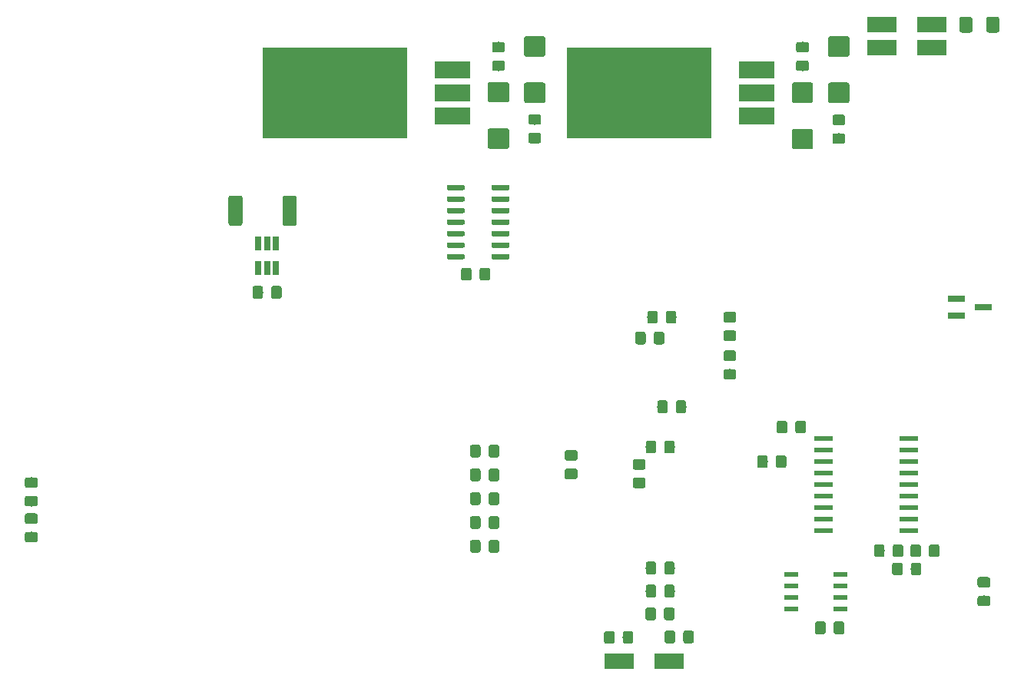
<source format=gbr>
G04 #@! TF.GenerationSoftware,KiCad,Pcbnew,5.1.4*
G04 #@! TF.CreationDate,2019-10-26T00:18:29-03:00*
G04 #@! TF.ProjectId,MCB19,4d434231-392e-46b6-9963-61645f706362,rev?*
G04 #@! TF.SameCoordinates,Original*
G04 #@! TF.FileFunction,Paste,Bot*
G04 #@! TF.FilePolarity,Positive*
%FSLAX46Y46*%
G04 Gerber Fmt 4.6, Leading zero omitted, Abs format (unit mm)*
G04 Created by KiCad (PCBNEW 5.1.4) date 2019-10-26 00:18:29*
%MOMM*%
%LPD*%
G04 APERTURE LIST*
%ADD10R,2.000000X0.600000*%
%ADD11C,0.100000*%
%ADD12C,1.150000*%
%ADD13R,0.650000X1.560000*%
%ADD14C,0.600000*%
%ADD15C,1.525000*%
%ADD16C,2.250000*%
%ADD17R,3.300000X1.700000*%
%ADD18R,16.000000X10.000000*%
%ADD19R,4.000000X1.905000*%
%ADD20R,1.900000X0.800000*%
%ADD21C,1.425000*%
%ADD22R,1.550000X0.600000*%
G04 APERTURE END LIST*
D10*
X209829000Y-111796000D03*
X209829000Y-110526000D03*
X209829000Y-109256000D03*
X209829000Y-107986000D03*
X209829000Y-106716000D03*
X209829000Y-105446000D03*
X209829000Y-104176000D03*
X209829000Y-102906000D03*
X209829000Y-101636000D03*
X219229000Y-101636000D03*
X219229000Y-102906000D03*
X219229000Y-104176000D03*
X219229000Y-105446000D03*
X219229000Y-106716000D03*
X219229000Y-107986000D03*
X219229000Y-109256000D03*
X219229000Y-110526000D03*
X219229000Y-111796000D03*
D11*
G36*
X173849505Y-107551204D02*
G01*
X173873773Y-107554804D01*
X173897572Y-107560765D01*
X173920671Y-107569030D01*
X173942850Y-107579520D01*
X173963893Y-107592132D01*
X173983599Y-107606747D01*
X174001777Y-107623223D01*
X174018253Y-107641401D01*
X174032868Y-107661107D01*
X174045480Y-107682150D01*
X174055970Y-107704329D01*
X174064235Y-107727428D01*
X174070196Y-107751227D01*
X174073796Y-107775495D01*
X174075000Y-107799999D01*
X174075000Y-108700001D01*
X174073796Y-108724505D01*
X174070196Y-108748773D01*
X174064235Y-108772572D01*
X174055970Y-108795671D01*
X174045480Y-108817850D01*
X174032868Y-108838893D01*
X174018253Y-108858599D01*
X174001777Y-108876777D01*
X173983599Y-108893253D01*
X173963893Y-108907868D01*
X173942850Y-108920480D01*
X173920671Y-108930970D01*
X173897572Y-108939235D01*
X173873773Y-108945196D01*
X173849505Y-108948796D01*
X173825001Y-108950000D01*
X173174999Y-108950000D01*
X173150495Y-108948796D01*
X173126227Y-108945196D01*
X173102428Y-108939235D01*
X173079329Y-108930970D01*
X173057150Y-108920480D01*
X173036107Y-108907868D01*
X173016401Y-108893253D01*
X172998223Y-108876777D01*
X172981747Y-108858599D01*
X172967132Y-108838893D01*
X172954520Y-108817850D01*
X172944030Y-108795671D01*
X172935765Y-108772572D01*
X172929804Y-108748773D01*
X172926204Y-108724505D01*
X172925000Y-108700001D01*
X172925000Y-107799999D01*
X172926204Y-107775495D01*
X172929804Y-107751227D01*
X172935765Y-107727428D01*
X172944030Y-107704329D01*
X172954520Y-107682150D01*
X172967132Y-107661107D01*
X172981747Y-107641401D01*
X172998223Y-107623223D01*
X173016401Y-107606747D01*
X173036107Y-107592132D01*
X173057150Y-107579520D01*
X173079329Y-107569030D01*
X173102428Y-107560765D01*
X173126227Y-107554804D01*
X173150495Y-107551204D01*
X173174999Y-107550000D01*
X173825001Y-107550000D01*
X173849505Y-107551204D01*
X173849505Y-107551204D01*
G37*
D12*
X173500000Y-108250000D03*
D11*
G36*
X171799505Y-107551204D02*
G01*
X171823773Y-107554804D01*
X171847572Y-107560765D01*
X171870671Y-107569030D01*
X171892850Y-107579520D01*
X171913893Y-107592132D01*
X171933599Y-107606747D01*
X171951777Y-107623223D01*
X171968253Y-107641401D01*
X171982868Y-107661107D01*
X171995480Y-107682150D01*
X172005970Y-107704329D01*
X172014235Y-107727428D01*
X172020196Y-107751227D01*
X172023796Y-107775495D01*
X172025000Y-107799999D01*
X172025000Y-108700001D01*
X172023796Y-108724505D01*
X172020196Y-108748773D01*
X172014235Y-108772572D01*
X172005970Y-108795671D01*
X171995480Y-108817850D01*
X171982868Y-108838893D01*
X171968253Y-108858599D01*
X171951777Y-108876777D01*
X171933599Y-108893253D01*
X171913893Y-108907868D01*
X171892850Y-108920480D01*
X171870671Y-108930970D01*
X171847572Y-108939235D01*
X171823773Y-108945196D01*
X171799505Y-108948796D01*
X171775001Y-108950000D01*
X171124999Y-108950000D01*
X171100495Y-108948796D01*
X171076227Y-108945196D01*
X171052428Y-108939235D01*
X171029329Y-108930970D01*
X171007150Y-108920480D01*
X170986107Y-108907868D01*
X170966401Y-108893253D01*
X170948223Y-108876777D01*
X170931747Y-108858599D01*
X170917132Y-108838893D01*
X170904520Y-108817850D01*
X170894030Y-108795671D01*
X170885765Y-108772572D01*
X170879804Y-108748773D01*
X170876204Y-108724505D01*
X170875000Y-108700001D01*
X170875000Y-107799999D01*
X170876204Y-107775495D01*
X170879804Y-107751227D01*
X170885765Y-107727428D01*
X170894030Y-107704329D01*
X170904520Y-107682150D01*
X170917132Y-107661107D01*
X170931747Y-107641401D01*
X170948223Y-107623223D01*
X170966401Y-107606747D01*
X170986107Y-107592132D01*
X171007150Y-107579520D01*
X171029329Y-107569030D01*
X171052428Y-107560765D01*
X171076227Y-107554804D01*
X171100495Y-107551204D01*
X171124999Y-107550000D01*
X171775001Y-107550000D01*
X171799505Y-107551204D01*
X171799505Y-107551204D01*
G37*
D12*
X171450000Y-108250000D03*
D11*
G36*
X170799505Y-82801204D02*
G01*
X170823773Y-82804804D01*
X170847572Y-82810765D01*
X170870671Y-82819030D01*
X170892850Y-82829520D01*
X170913893Y-82842132D01*
X170933599Y-82856747D01*
X170951777Y-82873223D01*
X170968253Y-82891401D01*
X170982868Y-82911107D01*
X170995480Y-82932150D01*
X171005970Y-82954329D01*
X171014235Y-82977428D01*
X171020196Y-83001227D01*
X171023796Y-83025495D01*
X171025000Y-83049999D01*
X171025000Y-83950001D01*
X171023796Y-83974505D01*
X171020196Y-83998773D01*
X171014235Y-84022572D01*
X171005970Y-84045671D01*
X170995480Y-84067850D01*
X170982868Y-84088893D01*
X170968253Y-84108599D01*
X170951777Y-84126777D01*
X170933599Y-84143253D01*
X170913893Y-84157868D01*
X170892850Y-84170480D01*
X170870671Y-84180970D01*
X170847572Y-84189235D01*
X170823773Y-84195196D01*
X170799505Y-84198796D01*
X170775001Y-84200000D01*
X170124999Y-84200000D01*
X170100495Y-84198796D01*
X170076227Y-84195196D01*
X170052428Y-84189235D01*
X170029329Y-84180970D01*
X170007150Y-84170480D01*
X169986107Y-84157868D01*
X169966401Y-84143253D01*
X169948223Y-84126777D01*
X169931747Y-84108599D01*
X169917132Y-84088893D01*
X169904520Y-84067850D01*
X169894030Y-84045671D01*
X169885765Y-84022572D01*
X169879804Y-83998773D01*
X169876204Y-83974505D01*
X169875000Y-83950001D01*
X169875000Y-83049999D01*
X169876204Y-83025495D01*
X169879804Y-83001227D01*
X169885765Y-82977428D01*
X169894030Y-82954329D01*
X169904520Y-82932150D01*
X169917132Y-82911107D01*
X169931747Y-82891401D01*
X169948223Y-82873223D01*
X169966401Y-82856747D01*
X169986107Y-82842132D01*
X170007150Y-82829520D01*
X170029329Y-82819030D01*
X170052428Y-82810765D01*
X170076227Y-82804804D01*
X170100495Y-82801204D01*
X170124999Y-82800000D01*
X170775001Y-82800000D01*
X170799505Y-82801204D01*
X170799505Y-82801204D01*
G37*
D12*
X170450000Y-83500000D03*
D11*
G36*
X172849505Y-82801204D02*
G01*
X172873773Y-82804804D01*
X172897572Y-82810765D01*
X172920671Y-82819030D01*
X172942850Y-82829520D01*
X172963893Y-82842132D01*
X172983599Y-82856747D01*
X173001777Y-82873223D01*
X173018253Y-82891401D01*
X173032868Y-82911107D01*
X173045480Y-82932150D01*
X173055970Y-82954329D01*
X173064235Y-82977428D01*
X173070196Y-83001227D01*
X173073796Y-83025495D01*
X173075000Y-83049999D01*
X173075000Y-83950001D01*
X173073796Y-83974505D01*
X173070196Y-83998773D01*
X173064235Y-84022572D01*
X173055970Y-84045671D01*
X173045480Y-84067850D01*
X173032868Y-84088893D01*
X173018253Y-84108599D01*
X173001777Y-84126777D01*
X172983599Y-84143253D01*
X172963893Y-84157868D01*
X172942850Y-84170480D01*
X172920671Y-84180970D01*
X172897572Y-84189235D01*
X172873773Y-84195196D01*
X172849505Y-84198796D01*
X172825001Y-84200000D01*
X172174999Y-84200000D01*
X172150495Y-84198796D01*
X172126227Y-84195196D01*
X172102428Y-84189235D01*
X172079329Y-84180970D01*
X172057150Y-84170480D01*
X172036107Y-84157868D01*
X172016401Y-84143253D01*
X171998223Y-84126777D01*
X171981747Y-84108599D01*
X171967132Y-84088893D01*
X171954520Y-84067850D01*
X171944030Y-84045671D01*
X171935765Y-84022572D01*
X171929804Y-83998773D01*
X171926204Y-83974505D01*
X171925000Y-83950001D01*
X171925000Y-83049999D01*
X171926204Y-83025495D01*
X171929804Y-83001227D01*
X171935765Y-82977428D01*
X171944030Y-82954329D01*
X171954520Y-82932150D01*
X171967132Y-82911107D01*
X171981747Y-82891401D01*
X171998223Y-82873223D01*
X172016401Y-82856747D01*
X172036107Y-82842132D01*
X172057150Y-82829520D01*
X172079329Y-82819030D01*
X172102428Y-82810765D01*
X172126227Y-82804804D01*
X172150495Y-82801204D01*
X172174999Y-82800000D01*
X172825001Y-82800000D01*
X172849505Y-82801204D01*
X172849505Y-82801204D01*
G37*
D12*
X172500000Y-83500000D03*
D11*
G36*
X147824505Y-84801204D02*
G01*
X147848773Y-84804804D01*
X147872572Y-84810765D01*
X147895671Y-84819030D01*
X147917850Y-84829520D01*
X147938893Y-84842132D01*
X147958599Y-84856747D01*
X147976777Y-84873223D01*
X147993253Y-84891401D01*
X148007868Y-84911107D01*
X148020480Y-84932150D01*
X148030970Y-84954329D01*
X148039235Y-84977428D01*
X148045196Y-85001227D01*
X148048796Y-85025495D01*
X148050000Y-85049999D01*
X148050000Y-85950001D01*
X148048796Y-85974505D01*
X148045196Y-85998773D01*
X148039235Y-86022572D01*
X148030970Y-86045671D01*
X148020480Y-86067850D01*
X148007868Y-86088893D01*
X147993253Y-86108599D01*
X147976777Y-86126777D01*
X147958599Y-86143253D01*
X147938893Y-86157868D01*
X147917850Y-86170480D01*
X147895671Y-86180970D01*
X147872572Y-86189235D01*
X147848773Y-86195196D01*
X147824505Y-86198796D01*
X147800001Y-86200000D01*
X147149999Y-86200000D01*
X147125495Y-86198796D01*
X147101227Y-86195196D01*
X147077428Y-86189235D01*
X147054329Y-86180970D01*
X147032150Y-86170480D01*
X147011107Y-86157868D01*
X146991401Y-86143253D01*
X146973223Y-86126777D01*
X146956747Y-86108599D01*
X146942132Y-86088893D01*
X146929520Y-86067850D01*
X146919030Y-86045671D01*
X146910765Y-86022572D01*
X146904804Y-85998773D01*
X146901204Y-85974505D01*
X146900000Y-85950001D01*
X146900000Y-85049999D01*
X146901204Y-85025495D01*
X146904804Y-85001227D01*
X146910765Y-84977428D01*
X146919030Y-84954329D01*
X146929520Y-84932150D01*
X146942132Y-84911107D01*
X146956747Y-84891401D01*
X146973223Y-84873223D01*
X146991401Y-84856747D01*
X147011107Y-84842132D01*
X147032150Y-84829520D01*
X147054329Y-84819030D01*
X147077428Y-84810765D01*
X147101227Y-84804804D01*
X147125495Y-84801204D01*
X147149999Y-84800000D01*
X147800001Y-84800000D01*
X147824505Y-84801204D01*
X147824505Y-84801204D01*
G37*
D12*
X147475000Y-85500000D03*
D11*
G36*
X149874505Y-84801204D02*
G01*
X149898773Y-84804804D01*
X149922572Y-84810765D01*
X149945671Y-84819030D01*
X149967850Y-84829520D01*
X149988893Y-84842132D01*
X150008599Y-84856747D01*
X150026777Y-84873223D01*
X150043253Y-84891401D01*
X150057868Y-84911107D01*
X150070480Y-84932150D01*
X150080970Y-84954329D01*
X150089235Y-84977428D01*
X150095196Y-85001227D01*
X150098796Y-85025495D01*
X150100000Y-85049999D01*
X150100000Y-85950001D01*
X150098796Y-85974505D01*
X150095196Y-85998773D01*
X150089235Y-86022572D01*
X150080970Y-86045671D01*
X150070480Y-86067850D01*
X150057868Y-86088893D01*
X150043253Y-86108599D01*
X150026777Y-86126777D01*
X150008599Y-86143253D01*
X149988893Y-86157868D01*
X149967850Y-86170480D01*
X149945671Y-86180970D01*
X149922572Y-86189235D01*
X149898773Y-86195196D01*
X149874505Y-86198796D01*
X149850001Y-86200000D01*
X149199999Y-86200000D01*
X149175495Y-86198796D01*
X149151227Y-86195196D01*
X149127428Y-86189235D01*
X149104329Y-86180970D01*
X149082150Y-86170480D01*
X149061107Y-86157868D01*
X149041401Y-86143253D01*
X149023223Y-86126777D01*
X149006747Y-86108599D01*
X148992132Y-86088893D01*
X148979520Y-86067850D01*
X148969030Y-86045671D01*
X148960765Y-86022572D01*
X148954804Y-85998773D01*
X148951204Y-85974505D01*
X148950000Y-85950001D01*
X148950000Y-85049999D01*
X148951204Y-85025495D01*
X148954804Y-85001227D01*
X148960765Y-84977428D01*
X148969030Y-84954329D01*
X148979520Y-84932150D01*
X148992132Y-84911107D01*
X149006747Y-84891401D01*
X149023223Y-84873223D01*
X149041401Y-84856747D01*
X149061107Y-84842132D01*
X149082150Y-84829520D01*
X149104329Y-84819030D01*
X149127428Y-84810765D01*
X149151227Y-84804804D01*
X149175495Y-84801204D01*
X149199999Y-84800000D01*
X149850001Y-84800000D01*
X149874505Y-84801204D01*
X149874505Y-84801204D01*
G37*
D12*
X149525000Y-85500000D03*
D13*
X148500000Y-80150000D03*
X149450000Y-80150000D03*
X147550000Y-80150000D03*
X147550000Y-82850000D03*
X148500000Y-82850000D03*
X149450000Y-82850000D03*
D11*
G36*
X175064703Y-81260722D02*
G01*
X175079264Y-81262882D01*
X175093543Y-81266459D01*
X175107403Y-81271418D01*
X175120710Y-81277712D01*
X175133336Y-81285280D01*
X175145159Y-81294048D01*
X175156066Y-81303934D01*
X175165952Y-81314841D01*
X175174720Y-81326664D01*
X175182288Y-81339290D01*
X175188582Y-81352597D01*
X175193541Y-81366457D01*
X175197118Y-81380736D01*
X175199278Y-81395297D01*
X175200000Y-81410000D01*
X175200000Y-81710000D01*
X175199278Y-81724703D01*
X175197118Y-81739264D01*
X175193541Y-81753543D01*
X175188582Y-81767403D01*
X175182288Y-81780710D01*
X175174720Y-81793336D01*
X175165952Y-81805159D01*
X175156066Y-81816066D01*
X175145159Y-81825952D01*
X175133336Y-81834720D01*
X175120710Y-81842288D01*
X175107403Y-81848582D01*
X175093543Y-81853541D01*
X175079264Y-81857118D01*
X175064703Y-81859278D01*
X175050000Y-81860000D01*
X173400000Y-81860000D01*
X173385297Y-81859278D01*
X173370736Y-81857118D01*
X173356457Y-81853541D01*
X173342597Y-81848582D01*
X173329290Y-81842288D01*
X173316664Y-81834720D01*
X173304841Y-81825952D01*
X173293934Y-81816066D01*
X173284048Y-81805159D01*
X173275280Y-81793336D01*
X173267712Y-81780710D01*
X173261418Y-81767403D01*
X173256459Y-81753543D01*
X173252882Y-81739264D01*
X173250722Y-81724703D01*
X173250000Y-81710000D01*
X173250000Y-81410000D01*
X173250722Y-81395297D01*
X173252882Y-81380736D01*
X173256459Y-81366457D01*
X173261418Y-81352597D01*
X173267712Y-81339290D01*
X173275280Y-81326664D01*
X173284048Y-81314841D01*
X173293934Y-81303934D01*
X173304841Y-81294048D01*
X173316664Y-81285280D01*
X173329290Y-81277712D01*
X173342597Y-81271418D01*
X173356457Y-81266459D01*
X173370736Y-81262882D01*
X173385297Y-81260722D01*
X173400000Y-81260000D01*
X175050000Y-81260000D01*
X175064703Y-81260722D01*
X175064703Y-81260722D01*
G37*
D14*
X174225000Y-81560000D03*
D11*
G36*
X175064703Y-79990722D02*
G01*
X175079264Y-79992882D01*
X175093543Y-79996459D01*
X175107403Y-80001418D01*
X175120710Y-80007712D01*
X175133336Y-80015280D01*
X175145159Y-80024048D01*
X175156066Y-80033934D01*
X175165952Y-80044841D01*
X175174720Y-80056664D01*
X175182288Y-80069290D01*
X175188582Y-80082597D01*
X175193541Y-80096457D01*
X175197118Y-80110736D01*
X175199278Y-80125297D01*
X175200000Y-80140000D01*
X175200000Y-80440000D01*
X175199278Y-80454703D01*
X175197118Y-80469264D01*
X175193541Y-80483543D01*
X175188582Y-80497403D01*
X175182288Y-80510710D01*
X175174720Y-80523336D01*
X175165952Y-80535159D01*
X175156066Y-80546066D01*
X175145159Y-80555952D01*
X175133336Y-80564720D01*
X175120710Y-80572288D01*
X175107403Y-80578582D01*
X175093543Y-80583541D01*
X175079264Y-80587118D01*
X175064703Y-80589278D01*
X175050000Y-80590000D01*
X173400000Y-80590000D01*
X173385297Y-80589278D01*
X173370736Y-80587118D01*
X173356457Y-80583541D01*
X173342597Y-80578582D01*
X173329290Y-80572288D01*
X173316664Y-80564720D01*
X173304841Y-80555952D01*
X173293934Y-80546066D01*
X173284048Y-80535159D01*
X173275280Y-80523336D01*
X173267712Y-80510710D01*
X173261418Y-80497403D01*
X173256459Y-80483543D01*
X173252882Y-80469264D01*
X173250722Y-80454703D01*
X173250000Y-80440000D01*
X173250000Y-80140000D01*
X173250722Y-80125297D01*
X173252882Y-80110736D01*
X173256459Y-80096457D01*
X173261418Y-80082597D01*
X173267712Y-80069290D01*
X173275280Y-80056664D01*
X173284048Y-80044841D01*
X173293934Y-80033934D01*
X173304841Y-80024048D01*
X173316664Y-80015280D01*
X173329290Y-80007712D01*
X173342597Y-80001418D01*
X173356457Y-79996459D01*
X173370736Y-79992882D01*
X173385297Y-79990722D01*
X173400000Y-79990000D01*
X175050000Y-79990000D01*
X175064703Y-79990722D01*
X175064703Y-79990722D01*
G37*
D14*
X174225000Y-80290000D03*
D11*
G36*
X175064703Y-78720722D02*
G01*
X175079264Y-78722882D01*
X175093543Y-78726459D01*
X175107403Y-78731418D01*
X175120710Y-78737712D01*
X175133336Y-78745280D01*
X175145159Y-78754048D01*
X175156066Y-78763934D01*
X175165952Y-78774841D01*
X175174720Y-78786664D01*
X175182288Y-78799290D01*
X175188582Y-78812597D01*
X175193541Y-78826457D01*
X175197118Y-78840736D01*
X175199278Y-78855297D01*
X175200000Y-78870000D01*
X175200000Y-79170000D01*
X175199278Y-79184703D01*
X175197118Y-79199264D01*
X175193541Y-79213543D01*
X175188582Y-79227403D01*
X175182288Y-79240710D01*
X175174720Y-79253336D01*
X175165952Y-79265159D01*
X175156066Y-79276066D01*
X175145159Y-79285952D01*
X175133336Y-79294720D01*
X175120710Y-79302288D01*
X175107403Y-79308582D01*
X175093543Y-79313541D01*
X175079264Y-79317118D01*
X175064703Y-79319278D01*
X175050000Y-79320000D01*
X173400000Y-79320000D01*
X173385297Y-79319278D01*
X173370736Y-79317118D01*
X173356457Y-79313541D01*
X173342597Y-79308582D01*
X173329290Y-79302288D01*
X173316664Y-79294720D01*
X173304841Y-79285952D01*
X173293934Y-79276066D01*
X173284048Y-79265159D01*
X173275280Y-79253336D01*
X173267712Y-79240710D01*
X173261418Y-79227403D01*
X173256459Y-79213543D01*
X173252882Y-79199264D01*
X173250722Y-79184703D01*
X173250000Y-79170000D01*
X173250000Y-78870000D01*
X173250722Y-78855297D01*
X173252882Y-78840736D01*
X173256459Y-78826457D01*
X173261418Y-78812597D01*
X173267712Y-78799290D01*
X173275280Y-78786664D01*
X173284048Y-78774841D01*
X173293934Y-78763934D01*
X173304841Y-78754048D01*
X173316664Y-78745280D01*
X173329290Y-78737712D01*
X173342597Y-78731418D01*
X173356457Y-78726459D01*
X173370736Y-78722882D01*
X173385297Y-78720722D01*
X173400000Y-78720000D01*
X175050000Y-78720000D01*
X175064703Y-78720722D01*
X175064703Y-78720722D01*
G37*
D14*
X174225000Y-79020000D03*
D11*
G36*
X175064703Y-77450722D02*
G01*
X175079264Y-77452882D01*
X175093543Y-77456459D01*
X175107403Y-77461418D01*
X175120710Y-77467712D01*
X175133336Y-77475280D01*
X175145159Y-77484048D01*
X175156066Y-77493934D01*
X175165952Y-77504841D01*
X175174720Y-77516664D01*
X175182288Y-77529290D01*
X175188582Y-77542597D01*
X175193541Y-77556457D01*
X175197118Y-77570736D01*
X175199278Y-77585297D01*
X175200000Y-77600000D01*
X175200000Y-77900000D01*
X175199278Y-77914703D01*
X175197118Y-77929264D01*
X175193541Y-77943543D01*
X175188582Y-77957403D01*
X175182288Y-77970710D01*
X175174720Y-77983336D01*
X175165952Y-77995159D01*
X175156066Y-78006066D01*
X175145159Y-78015952D01*
X175133336Y-78024720D01*
X175120710Y-78032288D01*
X175107403Y-78038582D01*
X175093543Y-78043541D01*
X175079264Y-78047118D01*
X175064703Y-78049278D01*
X175050000Y-78050000D01*
X173400000Y-78050000D01*
X173385297Y-78049278D01*
X173370736Y-78047118D01*
X173356457Y-78043541D01*
X173342597Y-78038582D01*
X173329290Y-78032288D01*
X173316664Y-78024720D01*
X173304841Y-78015952D01*
X173293934Y-78006066D01*
X173284048Y-77995159D01*
X173275280Y-77983336D01*
X173267712Y-77970710D01*
X173261418Y-77957403D01*
X173256459Y-77943543D01*
X173252882Y-77929264D01*
X173250722Y-77914703D01*
X173250000Y-77900000D01*
X173250000Y-77600000D01*
X173250722Y-77585297D01*
X173252882Y-77570736D01*
X173256459Y-77556457D01*
X173261418Y-77542597D01*
X173267712Y-77529290D01*
X173275280Y-77516664D01*
X173284048Y-77504841D01*
X173293934Y-77493934D01*
X173304841Y-77484048D01*
X173316664Y-77475280D01*
X173329290Y-77467712D01*
X173342597Y-77461418D01*
X173356457Y-77456459D01*
X173370736Y-77452882D01*
X173385297Y-77450722D01*
X173400000Y-77450000D01*
X175050000Y-77450000D01*
X175064703Y-77450722D01*
X175064703Y-77450722D01*
G37*
D14*
X174225000Y-77750000D03*
D11*
G36*
X175064703Y-76180722D02*
G01*
X175079264Y-76182882D01*
X175093543Y-76186459D01*
X175107403Y-76191418D01*
X175120710Y-76197712D01*
X175133336Y-76205280D01*
X175145159Y-76214048D01*
X175156066Y-76223934D01*
X175165952Y-76234841D01*
X175174720Y-76246664D01*
X175182288Y-76259290D01*
X175188582Y-76272597D01*
X175193541Y-76286457D01*
X175197118Y-76300736D01*
X175199278Y-76315297D01*
X175200000Y-76330000D01*
X175200000Y-76630000D01*
X175199278Y-76644703D01*
X175197118Y-76659264D01*
X175193541Y-76673543D01*
X175188582Y-76687403D01*
X175182288Y-76700710D01*
X175174720Y-76713336D01*
X175165952Y-76725159D01*
X175156066Y-76736066D01*
X175145159Y-76745952D01*
X175133336Y-76754720D01*
X175120710Y-76762288D01*
X175107403Y-76768582D01*
X175093543Y-76773541D01*
X175079264Y-76777118D01*
X175064703Y-76779278D01*
X175050000Y-76780000D01*
X173400000Y-76780000D01*
X173385297Y-76779278D01*
X173370736Y-76777118D01*
X173356457Y-76773541D01*
X173342597Y-76768582D01*
X173329290Y-76762288D01*
X173316664Y-76754720D01*
X173304841Y-76745952D01*
X173293934Y-76736066D01*
X173284048Y-76725159D01*
X173275280Y-76713336D01*
X173267712Y-76700710D01*
X173261418Y-76687403D01*
X173256459Y-76673543D01*
X173252882Y-76659264D01*
X173250722Y-76644703D01*
X173250000Y-76630000D01*
X173250000Y-76330000D01*
X173250722Y-76315297D01*
X173252882Y-76300736D01*
X173256459Y-76286457D01*
X173261418Y-76272597D01*
X173267712Y-76259290D01*
X173275280Y-76246664D01*
X173284048Y-76234841D01*
X173293934Y-76223934D01*
X173304841Y-76214048D01*
X173316664Y-76205280D01*
X173329290Y-76197712D01*
X173342597Y-76191418D01*
X173356457Y-76186459D01*
X173370736Y-76182882D01*
X173385297Y-76180722D01*
X173400000Y-76180000D01*
X175050000Y-76180000D01*
X175064703Y-76180722D01*
X175064703Y-76180722D01*
G37*
D14*
X174225000Y-76480000D03*
D11*
G36*
X175064703Y-74910722D02*
G01*
X175079264Y-74912882D01*
X175093543Y-74916459D01*
X175107403Y-74921418D01*
X175120710Y-74927712D01*
X175133336Y-74935280D01*
X175145159Y-74944048D01*
X175156066Y-74953934D01*
X175165952Y-74964841D01*
X175174720Y-74976664D01*
X175182288Y-74989290D01*
X175188582Y-75002597D01*
X175193541Y-75016457D01*
X175197118Y-75030736D01*
X175199278Y-75045297D01*
X175200000Y-75060000D01*
X175200000Y-75360000D01*
X175199278Y-75374703D01*
X175197118Y-75389264D01*
X175193541Y-75403543D01*
X175188582Y-75417403D01*
X175182288Y-75430710D01*
X175174720Y-75443336D01*
X175165952Y-75455159D01*
X175156066Y-75466066D01*
X175145159Y-75475952D01*
X175133336Y-75484720D01*
X175120710Y-75492288D01*
X175107403Y-75498582D01*
X175093543Y-75503541D01*
X175079264Y-75507118D01*
X175064703Y-75509278D01*
X175050000Y-75510000D01*
X173400000Y-75510000D01*
X173385297Y-75509278D01*
X173370736Y-75507118D01*
X173356457Y-75503541D01*
X173342597Y-75498582D01*
X173329290Y-75492288D01*
X173316664Y-75484720D01*
X173304841Y-75475952D01*
X173293934Y-75466066D01*
X173284048Y-75455159D01*
X173275280Y-75443336D01*
X173267712Y-75430710D01*
X173261418Y-75417403D01*
X173256459Y-75403543D01*
X173252882Y-75389264D01*
X173250722Y-75374703D01*
X173250000Y-75360000D01*
X173250000Y-75060000D01*
X173250722Y-75045297D01*
X173252882Y-75030736D01*
X173256459Y-75016457D01*
X173261418Y-75002597D01*
X173267712Y-74989290D01*
X173275280Y-74976664D01*
X173284048Y-74964841D01*
X173293934Y-74953934D01*
X173304841Y-74944048D01*
X173316664Y-74935280D01*
X173329290Y-74927712D01*
X173342597Y-74921418D01*
X173356457Y-74916459D01*
X173370736Y-74912882D01*
X173385297Y-74910722D01*
X173400000Y-74910000D01*
X175050000Y-74910000D01*
X175064703Y-74910722D01*
X175064703Y-74910722D01*
G37*
D14*
X174225000Y-75210000D03*
D11*
G36*
X175064703Y-73640722D02*
G01*
X175079264Y-73642882D01*
X175093543Y-73646459D01*
X175107403Y-73651418D01*
X175120710Y-73657712D01*
X175133336Y-73665280D01*
X175145159Y-73674048D01*
X175156066Y-73683934D01*
X175165952Y-73694841D01*
X175174720Y-73706664D01*
X175182288Y-73719290D01*
X175188582Y-73732597D01*
X175193541Y-73746457D01*
X175197118Y-73760736D01*
X175199278Y-73775297D01*
X175200000Y-73790000D01*
X175200000Y-74090000D01*
X175199278Y-74104703D01*
X175197118Y-74119264D01*
X175193541Y-74133543D01*
X175188582Y-74147403D01*
X175182288Y-74160710D01*
X175174720Y-74173336D01*
X175165952Y-74185159D01*
X175156066Y-74196066D01*
X175145159Y-74205952D01*
X175133336Y-74214720D01*
X175120710Y-74222288D01*
X175107403Y-74228582D01*
X175093543Y-74233541D01*
X175079264Y-74237118D01*
X175064703Y-74239278D01*
X175050000Y-74240000D01*
X173400000Y-74240000D01*
X173385297Y-74239278D01*
X173370736Y-74237118D01*
X173356457Y-74233541D01*
X173342597Y-74228582D01*
X173329290Y-74222288D01*
X173316664Y-74214720D01*
X173304841Y-74205952D01*
X173293934Y-74196066D01*
X173284048Y-74185159D01*
X173275280Y-74173336D01*
X173267712Y-74160710D01*
X173261418Y-74147403D01*
X173256459Y-74133543D01*
X173252882Y-74119264D01*
X173250722Y-74104703D01*
X173250000Y-74090000D01*
X173250000Y-73790000D01*
X173250722Y-73775297D01*
X173252882Y-73760736D01*
X173256459Y-73746457D01*
X173261418Y-73732597D01*
X173267712Y-73719290D01*
X173275280Y-73706664D01*
X173284048Y-73694841D01*
X173293934Y-73683934D01*
X173304841Y-73674048D01*
X173316664Y-73665280D01*
X173329290Y-73657712D01*
X173342597Y-73651418D01*
X173356457Y-73646459D01*
X173370736Y-73642882D01*
X173385297Y-73640722D01*
X173400000Y-73640000D01*
X175050000Y-73640000D01*
X175064703Y-73640722D01*
X175064703Y-73640722D01*
G37*
D14*
X174225000Y-73940000D03*
D11*
G36*
X170114703Y-73640722D02*
G01*
X170129264Y-73642882D01*
X170143543Y-73646459D01*
X170157403Y-73651418D01*
X170170710Y-73657712D01*
X170183336Y-73665280D01*
X170195159Y-73674048D01*
X170206066Y-73683934D01*
X170215952Y-73694841D01*
X170224720Y-73706664D01*
X170232288Y-73719290D01*
X170238582Y-73732597D01*
X170243541Y-73746457D01*
X170247118Y-73760736D01*
X170249278Y-73775297D01*
X170250000Y-73790000D01*
X170250000Y-74090000D01*
X170249278Y-74104703D01*
X170247118Y-74119264D01*
X170243541Y-74133543D01*
X170238582Y-74147403D01*
X170232288Y-74160710D01*
X170224720Y-74173336D01*
X170215952Y-74185159D01*
X170206066Y-74196066D01*
X170195159Y-74205952D01*
X170183336Y-74214720D01*
X170170710Y-74222288D01*
X170157403Y-74228582D01*
X170143543Y-74233541D01*
X170129264Y-74237118D01*
X170114703Y-74239278D01*
X170100000Y-74240000D01*
X168450000Y-74240000D01*
X168435297Y-74239278D01*
X168420736Y-74237118D01*
X168406457Y-74233541D01*
X168392597Y-74228582D01*
X168379290Y-74222288D01*
X168366664Y-74214720D01*
X168354841Y-74205952D01*
X168343934Y-74196066D01*
X168334048Y-74185159D01*
X168325280Y-74173336D01*
X168317712Y-74160710D01*
X168311418Y-74147403D01*
X168306459Y-74133543D01*
X168302882Y-74119264D01*
X168300722Y-74104703D01*
X168300000Y-74090000D01*
X168300000Y-73790000D01*
X168300722Y-73775297D01*
X168302882Y-73760736D01*
X168306459Y-73746457D01*
X168311418Y-73732597D01*
X168317712Y-73719290D01*
X168325280Y-73706664D01*
X168334048Y-73694841D01*
X168343934Y-73683934D01*
X168354841Y-73674048D01*
X168366664Y-73665280D01*
X168379290Y-73657712D01*
X168392597Y-73651418D01*
X168406457Y-73646459D01*
X168420736Y-73642882D01*
X168435297Y-73640722D01*
X168450000Y-73640000D01*
X170100000Y-73640000D01*
X170114703Y-73640722D01*
X170114703Y-73640722D01*
G37*
D14*
X169275000Y-73940000D03*
D11*
G36*
X170114703Y-74910722D02*
G01*
X170129264Y-74912882D01*
X170143543Y-74916459D01*
X170157403Y-74921418D01*
X170170710Y-74927712D01*
X170183336Y-74935280D01*
X170195159Y-74944048D01*
X170206066Y-74953934D01*
X170215952Y-74964841D01*
X170224720Y-74976664D01*
X170232288Y-74989290D01*
X170238582Y-75002597D01*
X170243541Y-75016457D01*
X170247118Y-75030736D01*
X170249278Y-75045297D01*
X170250000Y-75060000D01*
X170250000Y-75360000D01*
X170249278Y-75374703D01*
X170247118Y-75389264D01*
X170243541Y-75403543D01*
X170238582Y-75417403D01*
X170232288Y-75430710D01*
X170224720Y-75443336D01*
X170215952Y-75455159D01*
X170206066Y-75466066D01*
X170195159Y-75475952D01*
X170183336Y-75484720D01*
X170170710Y-75492288D01*
X170157403Y-75498582D01*
X170143543Y-75503541D01*
X170129264Y-75507118D01*
X170114703Y-75509278D01*
X170100000Y-75510000D01*
X168450000Y-75510000D01*
X168435297Y-75509278D01*
X168420736Y-75507118D01*
X168406457Y-75503541D01*
X168392597Y-75498582D01*
X168379290Y-75492288D01*
X168366664Y-75484720D01*
X168354841Y-75475952D01*
X168343934Y-75466066D01*
X168334048Y-75455159D01*
X168325280Y-75443336D01*
X168317712Y-75430710D01*
X168311418Y-75417403D01*
X168306459Y-75403543D01*
X168302882Y-75389264D01*
X168300722Y-75374703D01*
X168300000Y-75360000D01*
X168300000Y-75060000D01*
X168300722Y-75045297D01*
X168302882Y-75030736D01*
X168306459Y-75016457D01*
X168311418Y-75002597D01*
X168317712Y-74989290D01*
X168325280Y-74976664D01*
X168334048Y-74964841D01*
X168343934Y-74953934D01*
X168354841Y-74944048D01*
X168366664Y-74935280D01*
X168379290Y-74927712D01*
X168392597Y-74921418D01*
X168406457Y-74916459D01*
X168420736Y-74912882D01*
X168435297Y-74910722D01*
X168450000Y-74910000D01*
X170100000Y-74910000D01*
X170114703Y-74910722D01*
X170114703Y-74910722D01*
G37*
D14*
X169275000Y-75210000D03*
D11*
G36*
X170114703Y-76180722D02*
G01*
X170129264Y-76182882D01*
X170143543Y-76186459D01*
X170157403Y-76191418D01*
X170170710Y-76197712D01*
X170183336Y-76205280D01*
X170195159Y-76214048D01*
X170206066Y-76223934D01*
X170215952Y-76234841D01*
X170224720Y-76246664D01*
X170232288Y-76259290D01*
X170238582Y-76272597D01*
X170243541Y-76286457D01*
X170247118Y-76300736D01*
X170249278Y-76315297D01*
X170250000Y-76330000D01*
X170250000Y-76630000D01*
X170249278Y-76644703D01*
X170247118Y-76659264D01*
X170243541Y-76673543D01*
X170238582Y-76687403D01*
X170232288Y-76700710D01*
X170224720Y-76713336D01*
X170215952Y-76725159D01*
X170206066Y-76736066D01*
X170195159Y-76745952D01*
X170183336Y-76754720D01*
X170170710Y-76762288D01*
X170157403Y-76768582D01*
X170143543Y-76773541D01*
X170129264Y-76777118D01*
X170114703Y-76779278D01*
X170100000Y-76780000D01*
X168450000Y-76780000D01*
X168435297Y-76779278D01*
X168420736Y-76777118D01*
X168406457Y-76773541D01*
X168392597Y-76768582D01*
X168379290Y-76762288D01*
X168366664Y-76754720D01*
X168354841Y-76745952D01*
X168343934Y-76736066D01*
X168334048Y-76725159D01*
X168325280Y-76713336D01*
X168317712Y-76700710D01*
X168311418Y-76687403D01*
X168306459Y-76673543D01*
X168302882Y-76659264D01*
X168300722Y-76644703D01*
X168300000Y-76630000D01*
X168300000Y-76330000D01*
X168300722Y-76315297D01*
X168302882Y-76300736D01*
X168306459Y-76286457D01*
X168311418Y-76272597D01*
X168317712Y-76259290D01*
X168325280Y-76246664D01*
X168334048Y-76234841D01*
X168343934Y-76223934D01*
X168354841Y-76214048D01*
X168366664Y-76205280D01*
X168379290Y-76197712D01*
X168392597Y-76191418D01*
X168406457Y-76186459D01*
X168420736Y-76182882D01*
X168435297Y-76180722D01*
X168450000Y-76180000D01*
X170100000Y-76180000D01*
X170114703Y-76180722D01*
X170114703Y-76180722D01*
G37*
D14*
X169275000Y-76480000D03*
D11*
G36*
X170114703Y-77450722D02*
G01*
X170129264Y-77452882D01*
X170143543Y-77456459D01*
X170157403Y-77461418D01*
X170170710Y-77467712D01*
X170183336Y-77475280D01*
X170195159Y-77484048D01*
X170206066Y-77493934D01*
X170215952Y-77504841D01*
X170224720Y-77516664D01*
X170232288Y-77529290D01*
X170238582Y-77542597D01*
X170243541Y-77556457D01*
X170247118Y-77570736D01*
X170249278Y-77585297D01*
X170250000Y-77600000D01*
X170250000Y-77900000D01*
X170249278Y-77914703D01*
X170247118Y-77929264D01*
X170243541Y-77943543D01*
X170238582Y-77957403D01*
X170232288Y-77970710D01*
X170224720Y-77983336D01*
X170215952Y-77995159D01*
X170206066Y-78006066D01*
X170195159Y-78015952D01*
X170183336Y-78024720D01*
X170170710Y-78032288D01*
X170157403Y-78038582D01*
X170143543Y-78043541D01*
X170129264Y-78047118D01*
X170114703Y-78049278D01*
X170100000Y-78050000D01*
X168450000Y-78050000D01*
X168435297Y-78049278D01*
X168420736Y-78047118D01*
X168406457Y-78043541D01*
X168392597Y-78038582D01*
X168379290Y-78032288D01*
X168366664Y-78024720D01*
X168354841Y-78015952D01*
X168343934Y-78006066D01*
X168334048Y-77995159D01*
X168325280Y-77983336D01*
X168317712Y-77970710D01*
X168311418Y-77957403D01*
X168306459Y-77943543D01*
X168302882Y-77929264D01*
X168300722Y-77914703D01*
X168300000Y-77900000D01*
X168300000Y-77600000D01*
X168300722Y-77585297D01*
X168302882Y-77570736D01*
X168306459Y-77556457D01*
X168311418Y-77542597D01*
X168317712Y-77529290D01*
X168325280Y-77516664D01*
X168334048Y-77504841D01*
X168343934Y-77493934D01*
X168354841Y-77484048D01*
X168366664Y-77475280D01*
X168379290Y-77467712D01*
X168392597Y-77461418D01*
X168406457Y-77456459D01*
X168420736Y-77452882D01*
X168435297Y-77450722D01*
X168450000Y-77450000D01*
X170100000Y-77450000D01*
X170114703Y-77450722D01*
X170114703Y-77450722D01*
G37*
D14*
X169275000Y-77750000D03*
D11*
G36*
X170114703Y-78720722D02*
G01*
X170129264Y-78722882D01*
X170143543Y-78726459D01*
X170157403Y-78731418D01*
X170170710Y-78737712D01*
X170183336Y-78745280D01*
X170195159Y-78754048D01*
X170206066Y-78763934D01*
X170215952Y-78774841D01*
X170224720Y-78786664D01*
X170232288Y-78799290D01*
X170238582Y-78812597D01*
X170243541Y-78826457D01*
X170247118Y-78840736D01*
X170249278Y-78855297D01*
X170250000Y-78870000D01*
X170250000Y-79170000D01*
X170249278Y-79184703D01*
X170247118Y-79199264D01*
X170243541Y-79213543D01*
X170238582Y-79227403D01*
X170232288Y-79240710D01*
X170224720Y-79253336D01*
X170215952Y-79265159D01*
X170206066Y-79276066D01*
X170195159Y-79285952D01*
X170183336Y-79294720D01*
X170170710Y-79302288D01*
X170157403Y-79308582D01*
X170143543Y-79313541D01*
X170129264Y-79317118D01*
X170114703Y-79319278D01*
X170100000Y-79320000D01*
X168450000Y-79320000D01*
X168435297Y-79319278D01*
X168420736Y-79317118D01*
X168406457Y-79313541D01*
X168392597Y-79308582D01*
X168379290Y-79302288D01*
X168366664Y-79294720D01*
X168354841Y-79285952D01*
X168343934Y-79276066D01*
X168334048Y-79265159D01*
X168325280Y-79253336D01*
X168317712Y-79240710D01*
X168311418Y-79227403D01*
X168306459Y-79213543D01*
X168302882Y-79199264D01*
X168300722Y-79184703D01*
X168300000Y-79170000D01*
X168300000Y-78870000D01*
X168300722Y-78855297D01*
X168302882Y-78840736D01*
X168306459Y-78826457D01*
X168311418Y-78812597D01*
X168317712Y-78799290D01*
X168325280Y-78786664D01*
X168334048Y-78774841D01*
X168343934Y-78763934D01*
X168354841Y-78754048D01*
X168366664Y-78745280D01*
X168379290Y-78737712D01*
X168392597Y-78731418D01*
X168406457Y-78726459D01*
X168420736Y-78722882D01*
X168435297Y-78720722D01*
X168450000Y-78720000D01*
X170100000Y-78720000D01*
X170114703Y-78720722D01*
X170114703Y-78720722D01*
G37*
D14*
X169275000Y-79020000D03*
D11*
G36*
X170114703Y-79990722D02*
G01*
X170129264Y-79992882D01*
X170143543Y-79996459D01*
X170157403Y-80001418D01*
X170170710Y-80007712D01*
X170183336Y-80015280D01*
X170195159Y-80024048D01*
X170206066Y-80033934D01*
X170215952Y-80044841D01*
X170224720Y-80056664D01*
X170232288Y-80069290D01*
X170238582Y-80082597D01*
X170243541Y-80096457D01*
X170247118Y-80110736D01*
X170249278Y-80125297D01*
X170250000Y-80140000D01*
X170250000Y-80440000D01*
X170249278Y-80454703D01*
X170247118Y-80469264D01*
X170243541Y-80483543D01*
X170238582Y-80497403D01*
X170232288Y-80510710D01*
X170224720Y-80523336D01*
X170215952Y-80535159D01*
X170206066Y-80546066D01*
X170195159Y-80555952D01*
X170183336Y-80564720D01*
X170170710Y-80572288D01*
X170157403Y-80578582D01*
X170143543Y-80583541D01*
X170129264Y-80587118D01*
X170114703Y-80589278D01*
X170100000Y-80590000D01*
X168450000Y-80590000D01*
X168435297Y-80589278D01*
X168420736Y-80587118D01*
X168406457Y-80583541D01*
X168392597Y-80578582D01*
X168379290Y-80572288D01*
X168366664Y-80564720D01*
X168354841Y-80555952D01*
X168343934Y-80546066D01*
X168334048Y-80535159D01*
X168325280Y-80523336D01*
X168317712Y-80510710D01*
X168311418Y-80497403D01*
X168306459Y-80483543D01*
X168302882Y-80469264D01*
X168300722Y-80454703D01*
X168300000Y-80440000D01*
X168300000Y-80140000D01*
X168300722Y-80125297D01*
X168302882Y-80110736D01*
X168306459Y-80096457D01*
X168311418Y-80082597D01*
X168317712Y-80069290D01*
X168325280Y-80056664D01*
X168334048Y-80044841D01*
X168343934Y-80033934D01*
X168354841Y-80024048D01*
X168366664Y-80015280D01*
X168379290Y-80007712D01*
X168392597Y-80001418D01*
X168406457Y-79996459D01*
X168420736Y-79992882D01*
X168435297Y-79990722D01*
X168450000Y-79990000D01*
X170100000Y-79990000D01*
X170114703Y-79990722D01*
X170114703Y-79990722D01*
G37*
D14*
X169275000Y-80290000D03*
D11*
G36*
X170114703Y-81260722D02*
G01*
X170129264Y-81262882D01*
X170143543Y-81266459D01*
X170157403Y-81271418D01*
X170170710Y-81277712D01*
X170183336Y-81285280D01*
X170195159Y-81294048D01*
X170206066Y-81303934D01*
X170215952Y-81314841D01*
X170224720Y-81326664D01*
X170232288Y-81339290D01*
X170238582Y-81352597D01*
X170243541Y-81366457D01*
X170247118Y-81380736D01*
X170249278Y-81395297D01*
X170250000Y-81410000D01*
X170250000Y-81710000D01*
X170249278Y-81724703D01*
X170247118Y-81739264D01*
X170243541Y-81753543D01*
X170238582Y-81767403D01*
X170232288Y-81780710D01*
X170224720Y-81793336D01*
X170215952Y-81805159D01*
X170206066Y-81816066D01*
X170195159Y-81825952D01*
X170183336Y-81834720D01*
X170170710Y-81842288D01*
X170157403Y-81848582D01*
X170143543Y-81853541D01*
X170129264Y-81857118D01*
X170114703Y-81859278D01*
X170100000Y-81860000D01*
X168450000Y-81860000D01*
X168435297Y-81859278D01*
X168420736Y-81857118D01*
X168406457Y-81853541D01*
X168392597Y-81848582D01*
X168379290Y-81842288D01*
X168366664Y-81834720D01*
X168354841Y-81825952D01*
X168343934Y-81816066D01*
X168334048Y-81805159D01*
X168325280Y-81793336D01*
X168317712Y-81780710D01*
X168311418Y-81767403D01*
X168306459Y-81753543D01*
X168302882Y-81739264D01*
X168300722Y-81724703D01*
X168300000Y-81710000D01*
X168300000Y-81410000D01*
X168300722Y-81395297D01*
X168302882Y-81380736D01*
X168306459Y-81366457D01*
X168311418Y-81352597D01*
X168317712Y-81339290D01*
X168325280Y-81326664D01*
X168334048Y-81314841D01*
X168343934Y-81303934D01*
X168354841Y-81294048D01*
X168366664Y-81285280D01*
X168379290Y-81277712D01*
X168392597Y-81271418D01*
X168406457Y-81266459D01*
X168420736Y-81262882D01*
X168435297Y-81260722D01*
X168450000Y-81260000D01*
X170100000Y-81260000D01*
X170114703Y-81260722D01*
X170114703Y-81260722D01*
G37*
D14*
X169275000Y-81560000D03*
D11*
G36*
X122974505Y-109876204D02*
G01*
X122998773Y-109879804D01*
X123022572Y-109885765D01*
X123045671Y-109894030D01*
X123067850Y-109904520D01*
X123088893Y-109917132D01*
X123108599Y-109931747D01*
X123126777Y-109948223D01*
X123143253Y-109966401D01*
X123157868Y-109986107D01*
X123170480Y-110007150D01*
X123180970Y-110029329D01*
X123189235Y-110052428D01*
X123195196Y-110076227D01*
X123198796Y-110100495D01*
X123200000Y-110124999D01*
X123200000Y-110775001D01*
X123198796Y-110799505D01*
X123195196Y-110823773D01*
X123189235Y-110847572D01*
X123180970Y-110870671D01*
X123170480Y-110892850D01*
X123157868Y-110913893D01*
X123143253Y-110933599D01*
X123126777Y-110951777D01*
X123108599Y-110968253D01*
X123088893Y-110982868D01*
X123067850Y-110995480D01*
X123045671Y-111005970D01*
X123022572Y-111014235D01*
X122998773Y-111020196D01*
X122974505Y-111023796D01*
X122950001Y-111025000D01*
X122049999Y-111025000D01*
X122025495Y-111023796D01*
X122001227Y-111020196D01*
X121977428Y-111014235D01*
X121954329Y-111005970D01*
X121932150Y-110995480D01*
X121911107Y-110982868D01*
X121891401Y-110968253D01*
X121873223Y-110951777D01*
X121856747Y-110933599D01*
X121842132Y-110913893D01*
X121829520Y-110892850D01*
X121819030Y-110870671D01*
X121810765Y-110847572D01*
X121804804Y-110823773D01*
X121801204Y-110799505D01*
X121800000Y-110775001D01*
X121800000Y-110124999D01*
X121801204Y-110100495D01*
X121804804Y-110076227D01*
X121810765Y-110052428D01*
X121819030Y-110029329D01*
X121829520Y-110007150D01*
X121842132Y-109986107D01*
X121856747Y-109966401D01*
X121873223Y-109948223D01*
X121891401Y-109931747D01*
X121911107Y-109917132D01*
X121932150Y-109904520D01*
X121954329Y-109894030D01*
X121977428Y-109885765D01*
X122001227Y-109879804D01*
X122025495Y-109876204D01*
X122049999Y-109875000D01*
X122950001Y-109875000D01*
X122974505Y-109876204D01*
X122974505Y-109876204D01*
G37*
D12*
X122500000Y-110450000D03*
D11*
G36*
X122974505Y-111926204D02*
G01*
X122998773Y-111929804D01*
X123022572Y-111935765D01*
X123045671Y-111944030D01*
X123067850Y-111954520D01*
X123088893Y-111967132D01*
X123108599Y-111981747D01*
X123126777Y-111998223D01*
X123143253Y-112016401D01*
X123157868Y-112036107D01*
X123170480Y-112057150D01*
X123180970Y-112079329D01*
X123189235Y-112102428D01*
X123195196Y-112126227D01*
X123198796Y-112150495D01*
X123200000Y-112174999D01*
X123200000Y-112825001D01*
X123198796Y-112849505D01*
X123195196Y-112873773D01*
X123189235Y-112897572D01*
X123180970Y-112920671D01*
X123170480Y-112942850D01*
X123157868Y-112963893D01*
X123143253Y-112983599D01*
X123126777Y-113001777D01*
X123108599Y-113018253D01*
X123088893Y-113032868D01*
X123067850Y-113045480D01*
X123045671Y-113055970D01*
X123022572Y-113064235D01*
X122998773Y-113070196D01*
X122974505Y-113073796D01*
X122950001Y-113075000D01*
X122049999Y-113075000D01*
X122025495Y-113073796D01*
X122001227Y-113070196D01*
X121977428Y-113064235D01*
X121954329Y-113055970D01*
X121932150Y-113045480D01*
X121911107Y-113032868D01*
X121891401Y-113018253D01*
X121873223Y-113001777D01*
X121856747Y-112983599D01*
X121842132Y-112963893D01*
X121829520Y-112942850D01*
X121819030Y-112920671D01*
X121810765Y-112897572D01*
X121804804Y-112873773D01*
X121801204Y-112849505D01*
X121800000Y-112825001D01*
X121800000Y-112174999D01*
X121801204Y-112150495D01*
X121804804Y-112126227D01*
X121810765Y-112102428D01*
X121819030Y-112079329D01*
X121829520Y-112057150D01*
X121842132Y-112036107D01*
X121856747Y-112016401D01*
X121873223Y-111998223D01*
X121891401Y-111981747D01*
X121911107Y-111967132D01*
X121932150Y-111954520D01*
X121954329Y-111944030D01*
X121977428Y-111935765D01*
X122001227Y-111929804D01*
X122025495Y-111926204D01*
X122049999Y-111925000D01*
X122950001Y-111925000D01*
X122974505Y-111926204D01*
X122974505Y-111926204D01*
G37*
D12*
X122500000Y-112500000D03*
D11*
G36*
X122974505Y-107951204D02*
G01*
X122998773Y-107954804D01*
X123022572Y-107960765D01*
X123045671Y-107969030D01*
X123067850Y-107979520D01*
X123088893Y-107992132D01*
X123108599Y-108006747D01*
X123126777Y-108023223D01*
X123143253Y-108041401D01*
X123157868Y-108061107D01*
X123170480Y-108082150D01*
X123180970Y-108104329D01*
X123189235Y-108127428D01*
X123195196Y-108151227D01*
X123198796Y-108175495D01*
X123200000Y-108199999D01*
X123200000Y-108850001D01*
X123198796Y-108874505D01*
X123195196Y-108898773D01*
X123189235Y-108922572D01*
X123180970Y-108945671D01*
X123170480Y-108967850D01*
X123157868Y-108988893D01*
X123143253Y-109008599D01*
X123126777Y-109026777D01*
X123108599Y-109043253D01*
X123088893Y-109057868D01*
X123067850Y-109070480D01*
X123045671Y-109080970D01*
X123022572Y-109089235D01*
X122998773Y-109095196D01*
X122974505Y-109098796D01*
X122950001Y-109100000D01*
X122049999Y-109100000D01*
X122025495Y-109098796D01*
X122001227Y-109095196D01*
X121977428Y-109089235D01*
X121954329Y-109080970D01*
X121932150Y-109070480D01*
X121911107Y-109057868D01*
X121891401Y-109043253D01*
X121873223Y-109026777D01*
X121856747Y-109008599D01*
X121842132Y-108988893D01*
X121829520Y-108967850D01*
X121819030Y-108945671D01*
X121810765Y-108922572D01*
X121804804Y-108898773D01*
X121801204Y-108874505D01*
X121800000Y-108850001D01*
X121800000Y-108199999D01*
X121801204Y-108175495D01*
X121804804Y-108151227D01*
X121810765Y-108127428D01*
X121819030Y-108104329D01*
X121829520Y-108082150D01*
X121842132Y-108061107D01*
X121856747Y-108041401D01*
X121873223Y-108023223D01*
X121891401Y-108006747D01*
X121911107Y-107992132D01*
X121932150Y-107979520D01*
X121954329Y-107969030D01*
X121977428Y-107960765D01*
X122001227Y-107954804D01*
X122025495Y-107951204D01*
X122049999Y-107950000D01*
X122950001Y-107950000D01*
X122974505Y-107951204D01*
X122974505Y-107951204D01*
G37*
D12*
X122500000Y-108525000D03*
D11*
G36*
X122974505Y-105901204D02*
G01*
X122998773Y-105904804D01*
X123022572Y-105910765D01*
X123045671Y-105919030D01*
X123067850Y-105929520D01*
X123088893Y-105942132D01*
X123108599Y-105956747D01*
X123126777Y-105973223D01*
X123143253Y-105991401D01*
X123157868Y-106011107D01*
X123170480Y-106032150D01*
X123180970Y-106054329D01*
X123189235Y-106077428D01*
X123195196Y-106101227D01*
X123198796Y-106125495D01*
X123200000Y-106149999D01*
X123200000Y-106800001D01*
X123198796Y-106824505D01*
X123195196Y-106848773D01*
X123189235Y-106872572D01*
X123180970Y-106895671D01*
X123170480Y-106917850D01*
X123157868Y-106938893D01*
X123143253Y-106958599D01*
X123126777Y-106976777D01*
X123108599Y-106993253D01*
X123088893Y-107007868D01*
X123067850Y-107020480D01*
X123045671Y-107030970D01*
X123022572Y-107039235D01*
X122998773Y-107045196D01*
X122974505Y-107048796D01*
X122950001Y-107050000D01*
X122049999Y-107050000D01*
X122025495Y-107048796D01*
X122001227Y-107045196D01*
X121977428Y-107039235D01*
X121954329Y-107030970D01*
X121932150Y-107020480D01*
X121911107Y-107007868D01*
X121891401Y-106993253D01*
X121873223Y-106976777D01*
X121856747Y-106958599D01*
X121842132Y-106938893D01*
X121829520Y-106917850D01*
X121819030Y-106895671D01*
X121810765Y-106872572D01*
X121804804Y-106848773D01*
X121801204Y-106824505D01*
X121800000Y-106800001D01*
X121800000Y-106149999D01*
X121801204Y-106125495D01*
X121804804Y-106101227D01*
X121810765Y-106077428D01*
X121819030Y-106054329D01*
X121829520Y-106032150D01*
X121842132Y-106011107D01*
X121856747Y-105991401D01*
X121873223Y-105973223D01*
X121891401Y-105956747D01*
X121911107Y-105942132D01*
X121932150Y-105929520D01*
X121954329Y-105919030D01*
X121977428Y-105910765D01*
X122001227Y-105904804D01*
X122025495Y-105901204D01*
X122049999Y-105900000D01*
X122950001Y-105900000D01*
X122974505Y-105901204D01*
X122974505Y-105901204D01*
G37*
D12*
X122500000Y-106475000D03*
D11*
G36*
X145549505Y-74826204D02*
G01*
X145573773Y-74829804D01*
X145597572Y-74835765D01*
X145620671Y-74844030D01*
X145642850Y-74854520D01*
X145663893Y-74867132D01*
X145683599Y-74881747D01*
X145701777Y-74898223D01*
X145718253Y-74916401D01*
X145732868Y-74936107D01*
X145745480Y-74957150D01*
X145755970Y-74979329D01*
X145764235Y-75002428D01*
X145770196Y-75026227D01*
X145773796Y-75050495D01*
X145775000Y-75074999D01*
X145775000Y-77925001D01*
X145773796Y-77949505D01*
X145770196Y-77973773D01*
X145764235Y-77997572D01*
X145755970Y-78020671D01*
X145745480Y-78042850D01*
X145732868Y-78063893D01*
X145718253Y-78083599D01*
X145701777Y-78101777D01*
X145683599Y-78118253D01*
X145663893Y-78132868D01*
X145642850Y-78145480D01*
X145620671Y-78155970D01*
X145597572Y-78164235D01*
X145573773Y-78170196D01*
X145549505Y-78173796D01*
X145525001Y-78175000D01*
X144499999Y-78175000D01*
X144475495Y-78173796D01*
X144451227Y-78170196D01*
X144427428Y-78164235D01*
X144404329Y-78155970D01*
X144382150Y-78145480D01*
X144361107Y-78132868D01*
X144341401Y-78118253D01*
X144323223Y-78101777D01*
X144306747Y-78083599D01*
X144292132Y-78063893D01*
X144279520Y-78042850D01*
X144269030Y-78020671D01*
X144260765Y-77997572D01*
X144254804Y-77973773D01*
X144251204Y-77949505D01*
X144250000Y-77925001D01*
X144250000Y-75074999D01*
X144251204Y-75050495D01*
X144254804Y-75026227D01*
X144260765Y-75002428D01*
X144269030Y-74979329D01*
X144279520Y-74957150D01*
X144292132Y-74936107D01*
X144306747Y-74916401D01*
X144323223Y-74898223D01*
X144341401Y-74881747D01*
X144361107Y-74867132D01*
X144382150Y-74854520D01*
X144404329Y-74844030D01*
X144427428Y-74835765D01*
X144451227Y-74829804D01*
X144475495Y-74826204D01*
X144499999Y-74825000D01*
X145525001Y-74825000D01*
X145549505Y-74826204D01*
X145549505Y-74826204D01*
G37*
D15*
X145012500Y-76500000D03*
D11*
G36*
X151524505Y-74826204D02*
G01*
X151548773Y-74829804D01*
X151572572Y-74835765D01*
X151595671Y-74844030D01*
X151617850Y-74854520D01*
X151638893Y-74867132D01*
X151658599Y-74881747D01*
X151676777Y-74898223D01*
X151693253Y-74916401D01*
X151707868Y-74936107D01*
X151720480Y-74957150D01*
X151730970Y-74979329D01*
X151739235Y-75002428D01*
X151745196Y-75026227D01*
X151748796Y-75050495D01*
X151750000Y-75074999D01*
X151750000Y-77925001D01*
X151748796Y-77949505D01*
X151745196Y-77973773D01*
X151739235Y-77997572D01*
X151730970Y-78020671D01*
X151720480Y-78042850D01*
X151707868Y-78063893D01*
X151693253Y-78083599D01*
X151676777Y-78101777D01*
X151658599Y-78118253D01*
X151638893Y-78132868D01*
X151617850Y-78145480D01*
X151595671Y-78155970D01*
X151572572Y-78164235D01*
X151548773Y-78170196D01*
X151524505Y-78173796D01*
X151500001Y-78175000D01*
X150474999Y-78175000D01*
X150450495Y-78173796D01*
X150426227Y-78170196D01*
X150402428Y-78164235D01*
X150379329Y-78155970D01*
X150357150Y-78145480D01*
X150336107Y-78132868D01*
X150316401Y-78118253D01*
X150298223Y-78101777D01*
X150281747Y-78083599D01*
X150267132Y-78063893D01*
X150254520Y-78042850D01*
X150244030Y-78020671D01*
X150235765Y-77997572D01*
X150229804Y-77973773D01*
X150226204Y-77949505D01*
X150225000Y-77925001D01*
X150225000Y-75074999D01*
X150226204Y-75050495D01*
X150229804Y-75026227D01*
X150235765Y-75002428D01*
X150244030Y-74979329D01*
X150254520Y-74957150D01*
X150267132Y-74936107D01*
X150281747Y-74916401D01*
X150298223Y-74898223D01*
X150316401Y-74881747D01*
X150336107Y-74867132D01*
X150357150Y-74854520D01*
X150379329Y-74844030D01*
X150402428Y-74835765D01*
X150426227Y-74829804D01*
X150450495Y-74826204D01*
X150474999Y-74825000D01*
X151500001Y-74825000D01*
X151524505Y-74826204D01*
X151524505Y-74826204D01*
G37*
D15*
X150987500Y-76500000D03*
D11*
G36*
X173849505Y-104926204D02*
G01*
X173873773Y-104929804D01*
X173897572Y-104935765D01*
X173920671Y-104944030D01*
X173942850Y-104954520D01*
X173963893Y-104967132D01*
X173983599Y-104981747D01*
X174001777Y-104998223D01*
X174018253Y-105016401D01*
X174032868Y-105036107D01*
X174045480Y-105057150D01*
X174055970Y-105079329D01*
X174064235Y-105102428D01*
X174070196Y-105126227D01*
X174073796Y-105150495D01*
X174075000Y-105174999D01*
X174075000Y-106075001D01*
X174073796Y-106099505D01*
X174070196Y-106123773D01*
X174064235Y-106147572D01*
X174055970Y-106170671D01*
X174045480Y-106192850D01*
X174032868Y-106213893D01*
X174018253Y-106233599D01*
X174001777Y-106251777D01*
X173983599Y-106268253D01*
X173963893Y-106282868D01*
X173942850Y-106295480D01*
X173920671Y-106305970D01*
X173897572Y-106314235D01*
X173873773Y-106320196D01*
X173849505Y-106323796D01*
X173825001Y-106325000D01*
X173174999Y-106325000D01*
X173150495Y-106323796D01*
X173126227Y-106320196D01*
X173102428Y-106314235D01*
X173079329Y-106305970D01*
X173057150Y-106295480D01*
X173036107Y-106282868D01*
X173016401Y-106268253D01*
X172998223Y-106251777D01*
X172981747Y-106233599D01*
X172967132Y-106213893D01*
X172954520Y-106192850D01*
X172944030Y-106170671D01*
X172935765Y-106147572D01*
X172929804Y-106123773D01*
X172926204Y-106099505D01*
X172925000Y-106075001D01*
X172925000Y-105174999D01*
X172926204Y-105150495D01*
X172929804Y-105126227D01*
X172935765Y-105102428D01*
X172944030Y-105079329D01*
X172954520Y-105057150D01*
X172967132Y-105036107D01*
X172981747Y-105016401D01*
X172998223Y-104998223D01*
X173016401Y-104981747D01*
X173036107Y-104967132D01*
X173057150Y-104954520D01*
X173079329Y-104944030D01*
X173102428Y-104935765D01*
X173126227Y-104929804D01*
X173150495Y-104926204D01*
X173174999Y-104925000D01*
X173825001Y-104925000D01*
X173849505Y-104926204D01*
X173849505Y-104926204D01*
G37*
D12*
X173500000Y-105625000D03*
D11*
G36*
X171799505Y-104926204D02*
G01*
X171823773Y-104929804D01*
X171847572Y-104935765D01*
X171870671Y-104944030D01*
X171892850Y-104954520D01*
X171913893Y-104967132D01*
X171933599Y-104981747D01*
X171951777Y-104998223D01*
X171968253Y-105016401D01*
X171982868Y-105036107D01*
X171995480Y-105057150D01*
X172005970Y-105079329D01*
X172014235Y-105102428D01*
X172020196Y-105126227D01*
X172023796Y-105150495D01*
X172025000Y-105174999D01*
X172025000Y-106075001D01*
X172023796Y-106099505D01*
X172020196Y-106123773D01*
X172014235Y-106147572D01*
X172005970Y-106170671D01*
X171995480Y-106192850D01*
X171982868Y-106213893D01*
X171968253Y-106233599D01*
X171951777Y-106251777D01*
X171933599Y-106268253D01*
X171913893Y-106282868D01*
X171892850Y-106295480D01*
X171870671Y-106305970D01*
X171847572Y-106314235D01*
X171823773Y-106320196D01*
X171799505Y-106323796D01*
X171775001Y-106325000D01*
X171124999Y-106325000D01*
X171100495Y-106323796D01*
X171076227Y-106320196D01*
X171052428Y-106314235D01*
X171029329Y-106305970D01*
X171007150Y-106295480D01*
X170986107Y-106282868D01*
X170966401Y-106268253D01*
X170948223Y-106251777D01*
X170931747Y-106233599D01*
X170917132Y-106213893D01*
X170904520Y-106192850D01*
X170894030Y-106170671D01*
X170885765Y-106147572D01*
X170879804Y-106123773D01*
X170876204Y-106099505D01*
X170875000Y-106075001D01*
X170875000Y-105174999D01*
X170876204Y-105150495D01*
X170879804Y-105126227D01*
X170885765Y-105102428D01*
X170894030Y-105079329D01*
X170904520Y-105057150D01*
X170917132Y-105036107D01*
X170931747Y-105016401D01*
X170948223Y-104998223D01*
X170966401Y-104981747D01*
X170986107Y-104967132D01*
X171007150Y-104954520D01*
X171029329Y-104944030D01*
X171052428Y-104935765D01*
X171076227Y-104929804D01*
X171100495Y-104926204D01*
X171124999Y-104925000D01*
X171775001Y-104925000D01*
X171799505Y-104926204D01*
X171799505Y-104926204D01*
G37*
D12*
X171450000Y-105625000D03*
D11*
G36*
X171799505Y-112801204D02*
G01*
X171823773Y-112804804D01*
X171847572Y-112810765D01*
X171870671Y-112819030D01*
X171892850Y-112829520D01*
X171913893Y-112842132D01*
X171933599Y-112856747D01*
X171951777Y-112873223D01*
X171968253Y-112891401D01*
X171982868Y-112911107D01*
X171995480Y-112932150D01*
X172005970Y-112954329D01*
X172014235Y-112977428D01*
X172020196Y-113001227D01*
X172023796Y-113025495D01*
X172025000Y-113049999D01*
X172025000Y-113950001D01*
X172023796Y-113974505D01*
X172020196Y-113998773D01*
X172014235Y-114022572D01*
X172005970Y-114045671D01*
X171995480Y-114067850D01*
X171982868Y-114088893D01*
X171968253Y-114108599D01*
X171951777Y-114126777D01*
X171933599Y-114143253D01*
X171913893Y-114157868D01*
X171892850Y-114170480D01*
X171870671Y-114180970D01*
X171847572Y-114189235D01*
X171823773Y-114195196D01*
X171799505Y-114198796D01*
X171775001Y-114200000D01*
X171124999Y-114200000D01*
X171100495Y-114198796D01*
X171076227Y-114195196D01*
X171052428Y-114189235D01*
X171029329Y-114180970D01*
X171007150Y-114170480D01*
X170986107Y-114157868D01*
X170966401Y-114143253D01*
X170948223Y-114126777D01*
X170931747Y-114108599D01*
X170917132Y-114088893D01*
X170904520Y-114067850D01*
X170894030Y-114045671D01*
X170885765Y-114022572D01*
X170879804Y-113998773D01*
X170876204Y-113974505D01*
X170875000Y-113950001D01*
X170875000Y-113049999D01*
X170876204Y-113025495D01*
X170879804Y-113001227D01*
X170885765Y-112977428D01*
X170894030Y-112954329D01*
X170904520Y-112932150D01*
X170917132Y-112911107D01*
X170931747Y-112891401D01*
X170948223Y-112873223D01*
X170966401Y-112856747D01*
X170986107Y-112842132D01*
X171007150Y-112829520D01*
X171029329Y-112819030D01*
X171052428Y-112810765D01*
X171076227Y-112804804D01*
X171100495Y-112801204D01*
X171124999Y-112800000D01*
X171775001Y-112800000D01*
X171799505Y-112801204D01*
X171799505Y-112801204D01*
G37*
D12*
X171450000Y-113500000D03*
D11*
G36*
X173849505Y-112801204D02*
G01*
X173873773Y-112804804D01*
X173897572Y-112810765D01*
X173920671Y-112819030D01*
X173942850Y-112829520D01*
X173963893Y-112842132D01*
X173983599Y-112856747D01*
X174001777Y-112873223D01*
X174018253Y-112891401D01*
X174032868Y-112911107D01*
X174045480Y-112932150D01*
X174055970Y-112954329D01*
X174064235Y-112977428D01*
X174070196Y-113001227D01*
X174073796Y-113025495D01*
X174075000Y-113049999D01*
X174075000Y-113950001D01*
X174073796Y-113974505D01*
X174070196Y-113998773D01*
X174064235Y-114022572D01*
X174055970Y-114045671D01*
X174045480Y-114067850D01*
X174032868Y-114088893D01*
X174018253Y-114108599D01*
X174001777Y-114126777D01*
X173983599Y-114143253D01*
X173963893Y-114157868D01*
X173942850Y-114170480D01*
X173920671Y-114180970D01*
X173897572Y-114189235D01*
X173873773Y-114195196D01*
X173849505Y-114198796D01*
X173825001Y-114200000D01*
X173174999Y-114200000D01*
X173150495Y-114198796D01*
X173126227Y-114195196D01*
X173102428Y-114189235D01*
X173079329Y-114180970D01*
X173057150Y-114170480D01*
X173036107Y-114157868D01*
X173016401Y-114143253D01*
X172998223Y-114126777D01*
X172981747Y-114108599D01*
X172967132Y-114088893D01*
X172954520Y-114067850D01*
X172944030Y-114045671D01*
X172935765Y-114022572D01*
X172929804Y-113998773D01*
X172926204Y-113974505D01*
X172925000Y-113950001D01*
X172925000Y-113049999D01*
X172926204Y-113025495D01*
X172929804Y-113001227D01*
X172935765Y-112977428D01*
X172944030Y-112954329D01*
X172954520Y-112932150D01*
X172967132Y-112911107D01*
X172981747Y-112891401D01*
X172998223Y-112873223D01*
X173016401Y-112856747D01*
X173036107Y-112842132D01*
X173057150Y-112829520D01*
X173079329Y-112819030D01*
X173102428Y-112810765D01*
X173126227Y-112804804D01*
X173150495Y-112801204D01*
X173174999Y-112800000D01*
X173825001Y-112800000D01*
X173849505Y-112801204D01*
X173849505Y-112801204D01*
G37*
D12*
X173500000Y-113500000D03*
D11*
G36*
X173849505Y-102301204D02*
G01*
X173873773Y-102304804D01*
X173897572Y-102310765D01*
X173920671Y-102319030D01*
X173942850Y-102329520D01*
X173963893Y-102342132D01*
X173983599Y-102356747D01*
X174001777Y-102373223D01*
X174018253Y-102391401D01*
X174032868Y-102411107D01*
X174045480Y-102432150D01*
X174055970Y-102454329D01*
X174064235Y-102477428D01*
X174070196Y-102501227D01*
X174073796Y-102525495D01*
X174075000Y-102549999D01*
X174075000Y-103450001D01*
X174073796Y-103474505D01*
X174070196Y-103498773D01*
X174064235Y-103522572D01*
X174055970Y-103545671D01*
X174045480Y-103567850D01*
X174032868Y-103588893D01*
X174018253Y-103608599D01*
X174001777Y-103626777D01*
X173983599Y-103643253D01*
X173963893Y-103657868D01*
X173942850Y-103670480D01*
X173920671Y-103680970D01*
X173897572Y-103689235D01*
X173873773Y-103695196D01*
X173849505Y-103698796D01*
X173825001Y-103700000D01*
X173174999Y-103700000D01*
X173150495Y-103698796D01*
X173126227Y-103695196D01*
X173102428Y-103689235D01*
X173079329Y-103680970D01*
X173057150Y-103670480D01*
X173036107Y-103657868D01*
X173016401Y-103643253D01*
X172998223Y-103626777D01*
X172981747Y-103608599D01*
X172967132Y-103588893D01*
X172954520Y-103567850D01*
X172944030Y-103545671D01*
X172935765Y-103522572D01*
X172929804Y-103498773D01*
X172926204Y-103474505D01*
X172925000Y-103450001D01*
X172925000Y-102549999D01*
X172926204Y-102525495D01*
X172929804Y-102501227D01*
X172935765Y-102477428D01*
X172944030Y-102454329D01*
X172954520Y-102432150D01*
X172967132Y-102411107D01*
X172981747Y-102391401D01*
X172998223Y-102373223D01*
X173016401Y-102356747D01*
X173036107Y-102342132D01*
X173057150Y-102329520D01*
X173079329Y-102319030D01*
X173102428Y-102310765D01*
X173126227Y-102304804D01*
X173150495Y-102301204D01*
X173174999Y-102300000D01*
X173825001Y-102300000D01*
X173849505Y-102301204D01*
X173849505Y-102301204D01*
G37*
D12*
X173500000Y-103000000D03*
D11*
G36*
X171799505Y-102301204D02*
G01*
X171823773Y-102304804D01*
X171847572Y-102310765D01*
X171870671Y-102319030D01*
X171892850Y-102329520D01*
X171913893Y-102342132D01*
X171933599Y-102356747D01*
X171951777Y-102373223D01*
X171968253Y-102391401D01*
X171982868Y-102411107D01*
X171995480Y-102432150D01*
X172005970Y-102454329D01*
X172014235Y-102477428D01*
X172020196Y-102501227D01*
X172023796Y-102525495D01*
X172025000Y-102549999D01*
X172025000Y-103450001D01*
X172023796Y-103474505D01*
X172020196Y-103498773D01*
X172014235Y-103522572D01*
X172005970Y-103545671D01*
X171995480Y-103567850D01*
X171982868Y-103588893D01*
X171968253Y-103608599D01*
X171951777Y-103626777D01*
X171933599Y-103643253D01*
X171913893Y-103657868D01*
X171892850Y-103670480D01*
X171870671Y-103680970D01*
X171847572Y-103689235D01*
X171823773Y-103695196D01*
X171799505Y-103698796D01*
X171775001Y-103700000D01*
X171124999Y-103700000D01*
X171100495Y-103698796D01*
X171076227Y-103695196D01*
X171052428Y-103689235D01*
X171029329Y-103680970D01*
X171007150Y-103670480D01*
X170986107Y-103657868D01*
X170966401Y-103643253D01*
X170948223Y-103626777D01*
X170931747Y-103608599D01*
X170917132Y-103588893D01*
X170904520Y-103567850D01*
X170894030Y-103545671D01*
X170885765Y-103522572D01*
X170879804Y-103498773D01*
X170876204Y-103474505D01*
X170875000Y-103450001D01*
X170875000Y-102549999D01*
X170876204Y-102525495D01*
X170879804Y-102501227D01*
X170885765Y-102477428D01*
X170894030Y-102454329D01*
X170904520Y-102432150D01*
X170917132Y-102411107D01*
X170931747Y-102391401D01*
X170948223Y-102373223D01*
X170966401Y-102356747D01*
X170986107Y-102342132D01*
X171007150Y-102329520D01*
X171029329Y-102319030D01*
X171052428Y-102310765D01*
X171076227Y-102304804D01*
X171100495Y-102301204D01*
X171124999Y-102300000D01*
X171775001Y-102300000D01*
X171799505Y-102301204D01*
X171799505Y-102301204D01*
G37*
D12*
X171450000Y-103000000D03*
D11*
G36*
X171799505Y-110176204D02*
G01*
X171823773Y-110179804D01*
X171847572Y-110185765D01*
X171870671Y-110194030D01*
X171892850Y-110204520D01*
X171913893Y-110217132D01*
X171933599Y-110231747D01*
X171951777Y-110248223D01*
X171968253Y-110266401D01*
X171982868Y-110286107D01*
X171995480Y-110307150D01*
X172005970Y-110329329D01*
X172014235Y-110352428D01*
X172020196Y-110376227D01*
X172023796Y-110400495D01*
X172025000Y-110424999D01*
X172025000Y-111325001D01*
X172023796Y-111349505D01*
X172020196Y-111373773D01*
X172014235Y-111397572D01*
X172005970Y-111420671D01*
X171995480Y-111442850D01*
X171982868Y-111463893D01*
X171968253Y-111483599D01*
X171951777Y-111501777D01*
X171933599Y-111518253D01*
X171913893Y-111532868D01*
X171892850Y-111545480D01*
X171870671Y-111555970D01*
X171847572Y-111564235D01*
X171823773Y-111570196D01*
X171799505Y-111573796D01*
X171775001Y-111575000D01*
X171124999Y-111575000D01*
X171100495Y-111573796D01*
X171076227Y-111570196D01*
X171052428Y-111564235D01*
X171029329Y-111555970D01*
X171007150Y-111545480D01*
X170986107Y-111532868D01*
X170966401Y-111518253D01*
X170948223Y-111501777D01*
X170931747Y-111483599D01*
X170917132Y-111463893D01*
X170904520Y-111442850D01*
X170894030Y-111420671D01*
X170885765Y-111397572D01*
X170879804Y-111373773D01*
X170876204Y-111349505D01*
X170875000Y-111325001D01*
X170875000Y-110424999D01*
X170876204Y-110400495D01*
X170879804Y-110376227D01*
X170885765Y-110352428D01*
X170894030Y-110329329D01*
X170904520Y-110307150D01*
X170917132Y-110286107D01*
X170931747Y-110266401D01*
X170948223Y-110248223D01*
X170966401Y-110231747D01*
X170986107Y-110217132D01*
X171007150Y-110204520D01*
X171029329Y-110194030D01*
X171052428Y-110185765D01*
X171076227Y-110179804D01*
X171100495Y-110176204D01*
X171124999Y-110175000D01*
X171775001Y-110175000D01*
X171799505Y-110176204D01*
X171799505Y-110176204D01*
G37*
D12*
X171450000Y-110875000D03*
D11*
G36*
X173849505Y-110176204D02*
G01*
X173873773Y-110179804D01*
X173897572Y-110185765D01*
X173920671Y-110194030D01*
X173942850Y-110204520D01*
X173963893Y-110217132D01*
X173983599Y-110231747D01*
X174001777Y-110248223D01*
X174018253Y-110266401D01*
X174032868Y-110286107D01*
X174045480Y-110307150D01*
X174055970Y-110329329D01*
X174064235Y-110352428D01*
X174070196Y-110376227D01*
X174073796Y-110400495D01*
X174075000Y-110424999D01*
X174075000Y-111325001D01*
X174073796Y-111349505D01*
X174070196Y-111373773D01*
X174064235Y-111397572D01*
X174055970Y-111420671D01*
X174045480Y-111442850D01*
X174032868Y-111463893D01*
X174018253Y-111483599D01*
X174001777Y-111501777D01*
X173983599Y-111518253D01*
X173963893Y-111532868D01*
X173942850Y-111545480D01*
X173920671Y-111555970D01*
X173897572Y-111564235D01*
X173873773Y-111570196D01*
X173849505Y-111573796D01*
X173825001Y-111575000D01*
X173174999Y-111575000D01*
X173150495Y-111573796D01*
X173126227Y-111570196D01*
X173102428Y-111564235D01*
X173079329Y-111555970D01*
X173057150Y-111545480D01*
X173036107Y-111532868D01*
X173016401Y-111518253D01*
X172998223Y-111501777D01*
X172981747Y-111483599D01*
X172967132Y-111463893D01*
X172954520Y-111442850D01*
X172944030Y-111420671D01*
X172935765Y-111397572D01*
X172929804Y-111373773D01*
X172926204Y-111349505D01*
X172925000Y-111325001D01*
X172925000Y-110424999D01*
X172926204Y-110400495D01*
X172929804Y-110376227D01*
X172935765Y-110352428D01*
X172944030Y-110329329D01*
X172954520Y-110307150D01*
X172967132Y-110286107D01*
X172981747Y-110266401D01*
X172998223Y-110248223D01*
X173016401Y-110231747D01*
X173036107Y-110217132D01*
X173057150Y-110204520D01*
X173079329Y-110194030D01*
X173102428Y-110185765D01*
X173126227Y-110179804D01*
X173150495Y-110176204D01*
X173174999Y-110175000D01*
X173825001Y-110175000D01*
X173849505Y-110176204D01*
X173849505Y-110176204D01*
G37*
D12*
X173500000Y-110875000D03*
D11*
G36*
X211974505Y-65926204D02*
G01*
X211998773Y-65929804D01*
X212022572Y-65935765D01*
X212045671Y-65944030D01*
X212067850Y-65954520D01*
X212088893Y-65967132D01*
X212108599Y-65981747D01*
X212126777Y-65998223D01*
X212143253Y-66016401D01*
X212157868Y-66036107D01*
X212170480Y-66057150D01*
X212180970Y-66079329D01*
X212189235Y-66102428D01*
X212195196Y-66126227D01*
X212198796Y-66150495D01*
X212200000Y-66174999D01*
X212200000Y-66825001D01*
X212198796Y-66849505D01*
X212195196Y-66873773D01*
X212189235Y-66897572D01*
X212180970Y-66920671D01*
X212170480Y-66942850D01*
X212157868Y-66963893D01*
X212143253Y-66983599D01*
X212126777Y-67001777D01*
X212108599Y-67018253D01*
X212088893Y-67032868D01*
X212067850Y-67045480D01*
X212045671Y-67055970D01*
X212022572Y-67064235D01*
X211998773Y-67070196D01*
X211974505Y-67073796D01*
X211950001Y-67075000D01*
X211049999Y-67075000D01*
X211025495Y-67073796D01*
X211001227Y-67070196D01*
X210977428Y-67064235D01*
X210954329Y-67055970D01*
X210932150Y-67045480D01*
X210911107Y-67032868D01*
X210891401Y-67018253D01*
X210873223Y-67001777D01*
X210856747Y-66983599D01*
X210842132Y-66963893D01*
X210829520Y-66942850D01*
X210819030Y-66920671D01*
X210810765Y-66897572D01*
X210804804Y-66873773D01*
X210801204Y-66849505D01*
X210800000Y-66825001D01*
X210800000Y-66174999D01*
X210801204Y-66150495D01*
X210804804Y-66126227D01*
X210810765Y-66102428D01*
X210819030Y-66079329D01*
X210829520Y-66057150D01*
X210842132Y-66036107D01*
X210856747Y-66016401D01*
X210873223Y-65998223D01*
X210891401Y-65981747D01*
X210911107Y-65967132D01*
X210932150Y-65954520D01*
X210954329Y-65944030D01*
X210977428Y-65935765D01*
X211001227Y-65929804D01*
X211025495Y-65926204D01*
X211049999Y-65925000D01*
X211950001Y-65925000D01*
X211974505Y-65926204D01*
X211974505Y-65926204D01*
G37*
D12*
X211500000Y-66500000D03*
D11*
G36*
X211974505Y-67976204D02*
G01*
X211998773Y-67979804D01*
X212022572Y-67985765D01*
X212045671Y-67994030D01*
X212067850Y-68004520D01*
X212088893Y-68017132D01*
X212108599Y-68031747D01*
X212126777Y-68048223D01*
X212143253Y-68066401D01*
X212157868Y-68086107D01*
X212170480Y-68107150D01*
X212180970Y-68129329D01*
X212189235Y-68152428D01*
X212195196Y-68176227D01*
X212198796Y-68200495D01*
X212200000Y-68224999D01*
X212200000Y-68875001D01*
X212198796Y-68899505D01*
X212195196Y-68923773D01*
X212189235Y-68947572D01*
X212180970Y-68970671D01*
X212170480Y-68992850D01*
X212157868Y-69013893D01*
X212143253Y-69033599D01*
X212126777Y-69051777D01*
X212108599Y-69068253D01*
X212088893Y-69082868D01*
X212067850Y-69095480D01*
X212045671Y-69105970D01*
X212022572Y-69114235D01*
X211998773Y-69120196D01*
X211974505Y-69123796D01*
X211950001Y-69125000D01*
X211049999Y-69125000D01*
X211025495Y-69123796D01*
X211001227Y-69120196D01*
X210977428Y-69114235D01*
X210954329Y-69105970D01*
X210932150Y-69095480D01*
X210911107Y-69082868D01*
X210891401Y-69068253D01*
X210873223Y-69051777D01*
X210856747Y-69033599D01*
X210842132Y-69013893D01*
X210829520Y-68992850D01*
X210819030Y-68970671D01*
X210810765Y-68947572D01*
X210804804Y-68923773D01*
X210801204Y-68899505D01*
X210800000Y-68875001D01*
X210800000Y-68224999D01*
X210801204Y-68200495D01*
X210804804Y-68176227D01*
X210810765Y-68152428D01*
X210819030Y-68129329D01*
X210829520Y-68107150D01*
X210842132Y-68086107D01*
X210856747Y-68066401D01*
X210873223Y-68048223D01*
X210891401Y-68031747D01*
X210911107Y-68017132D01*
X210932150Y-68004520D01*
X210954329Y-67994030D01*
X210977428Y-67985765D01*
X211001227Y-67979804D01*
X211025495Y-67976204D01*
X211049999Y-67975000D01*
X211950001Y-67975000D01*
X211974505Y-67976204D01*
X211974505Y-67976204D01*
G37*
D12*
X211500000Y-68550000D03*
D11*
G36*
X207974505Y-57901204D02*
G01*
X207998773Y-57904804D01*
X208022572Y-57910765D01*
X208045671Y-57919030D01*
X208067850Y-57929520D01*
X208088893Y-57942132D01*
X208108599Y-57956747D01*
X208126777Y-57973223D01*
X208143253Y-57991401D01*
X208157868Y-58011107D01*
X208170480Y-58032150D01*
X208180970Y-58054329D01*
X208189235Y-58077428D01*
X208195196Y-58101227D01*
X208198796Y-58125495D01*
X208200000Y-58149999D01*
X208200000Y-58800001D01*
X208198796Y-58824505D01*
X208195196Y-58848773D01*
X208189235Y-58872572D01*
X208180970Y-58895671D01*
X208170480Y-58917850D01*
X208157868Y-58938893D01*
X208143253Y-58958599D01*
X208126777Y-58976777D01*
X208108599Y-58993253D01*
X208088893Y-59007868D01*
X208067850Y-59020480D01*
X208045671Y-59030970D01*
X208022572Y-59039235D01*
X207998773Y-59045196D01*
X207974505Y-59048796D01*
X207950001Y-59050000D01*
X207049999Y-59050000D01*
X207025495Y-59048796D01*
X207001227Y-59045196D01*
X206977428Y-59039235D01*
X206954329Y-59030970D01*
X206932150Y-59020480D01*
X206911107Y-59007868D01*
X206891401Y-58993253D01*
X206873223Y-58976777D01*
X206856747Y-58958599D01*
X206842132Y-58938893D01*
X206829520Y-58917850D01*
X206819030Y-58895671D01*
X206810765Y-58872572D01*
X206804804Y-58848773D01*
X206801204Y-58824505D01*
X206800000Y-58800001D01*
X206800000Y-58149999D01*
X206801204Y-58125495D01*
X206804804Y-58101227D01*
X206810765Y-58077428D01*
X206819030Y-58054329D01*
X206829520Y-58032150D01*
X206842132Y-58011107D01*
X206856747Y-57991401D01*
X206873223Y-57973223D01*
X206891401Y-57956747D01*
X206911107Y-57942132D01*
X206932150Y-57929520D01*
X206954329Y-57919030D01*
X206977428Y-57910765D01*
X207001227Y-57904804D01*
X207025495Y-57901204D01*
X207049999Y-57900000D01*
X207950001Y-57900000D01*
X207974505Y-57901204D01*
X207974505Y-57901204D01*
G37*
D12*
X207500000Y-58475000D03*
D11*
G36*
X207974505Y-59951204D02*
G01*
X207998773Y-59954804D01*
X208022572Y-59960765D01*
X208045671Y-59969030D01*
X208067850Y-59979520D01*
X208088893Y-59992132D01*
X208108599Y-60006747D01*
X208126777Y-60023223D01*
X208143253Y-60041401D01*
X208157868Y-60061107D01*
X208170480Y-60082150D01*
X208180970Y-60104329D01*
X208189235Y-60127428D01*
X208195196Y-60151227D01*
X208198796Y-60175495D01*
X208200000Y-60199999D01*
X208200000Y-60850001D01*
X208198796Y-60874505D01*
X208195196Y-60898773D01*
X208189235Y-60922572D01*
X208180970Y-60945671D01*
X208170480Y-60967850D01*
X208157868Y-60988893D01*
X208143253Y-61008599D01*
X208126777Y-61026777D01*
X208108599Y-61043253D01*
X208088893Y-61057868D01*
X208067850Y-61070480D01*
X208045671Y-61080970D01*
X208022572Y-61089235D01*
X207998773Y-61095196D01*
X207974505Y-61098796D01*
X207950001Y-61100000D01*
X207049999Y-61100000D01*
X207025495Y-61098796D01*
X207001227Y-61095196D01*
X206977428Y-61089235D01*
X206954329Y-61080970D01*
X206932150Y-61070480D01*
X206911107Y-61057868D01*
X206891401Y-61043253D01*
X206873223Y-61026777D01*
X206856747Y-61008599D01*
X206842132Y-60988893D01*
X206829520Y-60967850D01*
X206819030Y-60945671D01*
X206810765Y-60922572D01*
X206804804Y-60898773D01*
X206801204Y-60874505D01*
X206800000Y-60850001D01*
X206800000Y-60199999D01*
X206801204Y-60175495D01*
X206804804Y-60151227D01*
X206810765Y-60127428D01*
X206819030Y-60104329D01*
X206829520Y-60082150D01*
X206842132Y-60061107D01*
X206856747Y-60041401D01*
X206873223Y-60023223D01*
X206891401Y-60006747D01*
X206911107Y-59992132D01*
X206932150Y-59979520D01*
X206954329Y-59969030D01*
X206977428Y-59960765D01*
X207001227Y-59954804D01*
X207025495Y-59951204D01*
X207049999Y-59950000D01*
X207950001Y-59950000D01*
X207974505Y-59951204D01*
X207974505Y-59951204D01*
G37*
D12*
X207500000Y-60525000D03*
D11*
G36*
X208449505Y-62376204D02*
G01*
X208473773Y-62379804D01*
X208497572Y-62385765D01*
X208520671Y-62394030D01*
X208542850Y-62404520D01*
X208563893Y-62417132D01*
X208583599Y-62431747D01*
X208601777Y-62448223D01*
X208618253Y-62466401D01*
X208632868Y-62486107D01*
X208645480Y-62507150D01*
X208655970Y-62529329D01*
X208664235Y-62552428D01*
X208670196Y-62576227D01*
X208673796Y-62600495D01*
X208675000Y-62624999D01*
X208675000Y-64375001D01*
X208673796Y-64399505D01*
X208670196Y-64423773D01*
X208664235Y-64447572D01*
X208655970Y-64470671D01*
X208645480Y-64492850D01*
X208632868Y-64513893D01*
X208618253Y-64533599D01*
X208601777Y-64551777D01*
X208583599Y-64568253D01*
X208563893Y-64582868D01*
X208542850Y-64595480D01*
X208520671Y-64605970D01*
X208497572Y-64614235D01*
X208473773Y-64620196D01*
X208449505Y-64623796D01*
X208425001Y-64625000D01*
X206574999Y-64625000D01*
X206550495Y-64623796D01*
X206526227Y-64620196D01*
X206502428Y-64614235D01*
X206479329Y-64605970D01*
X206457150Y-64595480D01*
X206436107Y-64582868D01*
X206416401Y-64568253D01*
X206398223Y-64551777D01*
X206381747Y-64533599D01*
X206367132Y-64513893D01*
X206354520Y-64492850D01*
X206344030Y-64470671D01*
X206335765Y-64447572D01*
X206329804Y-64423773D01*
X206326204Y-64399505D01*
X206325000Y-64375001D01*
X206325000Y-62624999D01*
X206326204Y-62600495D01*
X206329804Y-62576227D01*
X206335765Y-62552428D01*
X206344030Y-62529329D01*
X206354520Y-62507150D01*
X206367132Y-62486107D01*
X206381747Y-62466401D01*
X206398223Y-62448223D01*
X206416401Y-62431747D01*
X206436107Y-62417132D01*
X206457150Y-62404520D01*
X206479329Y-62394030D01*
X206502428Y-62385765D01*
X206526227Y-62379804D01*
X206550495Y-62376204D01*
X206574999Y-62375000D01*
X208425001Y-62375000D01*
X208449505Y-62376204D01*
X208449505Y-62376204D01*
G37*
D16*
X207500000Y-63500000D03*
D11*
G36*
X208449505Y-67476204D02*
G01*
X208473773Y-67479804D01*
X208497572Y-67485765D01*
X208520671Y-67494030D01*
X208542850Y-67504520D01*
X208563893Y-67517132D01*
X208583599Y-67531747D01*
X208601777Y-67548223D01*
X208618253Y-67566401D01*
X208632868Y-67586107D01*
X208645480Y-67607150D01*
X208655970Y-67629329D01*
X208664235Y-67652428D01*
X208670196Y-67676227D01*
X208673796Y-67700495D01*
X208675000Y-67724999D01*
X208675000Y-69475001D01*
X208673796Y-69499505D01*
X208670196Y-69523773D01*
X208664235Y-69547572D01*
X208655970Y-69570671D01*
X208645480Y-69592850D01*
X208632868Y-69613893D01*
X208618253Y-69633599D01*
X208601777Y-69651777D01*
X208583599Y-69668253D01*
X208563893Y-69682868D01*
X208542850Y-69695480D01*
X208520671Y-69705970D01*
X208497572Y-69714235D01*
X208473773Y-69720196D01*
X208449505Y-69723796D01*
X208425001Y-69725000D01*
X206574999Y-69725000D01*
X206550495Y-69723796D01*
X206526227Y-69720196D01*
X206502428Y-69714235D01*
X206479329Y-69705970D01*
X206457150Y-69695480D01*
X206436107Y-69682868D01*
X206416401Y-69668253D01*
X206398223Y-69651777D01*
X206381747Y-69633599D01*
X206367132Y-69613893D01*
X206354520Y-69592850D01*
X206344030Y-69570671D01*
X206335765Y-69547572D01*
X206329804Y-69523773D01*
X206326204Y-69499505D01*
X206325000Y-69475001D01*
X206325000Y-67724999D01*
X206326204Y-67700495D01*
X206329804Y-67676227D01*
X206335765Y-67652428D01*
X206344030Y-67629329D01*
X206354520Y-67607150D01*
X206367132Y-67586107D01*
X206381747Y-67566401D01*
X206398223Y-67548223D01*
X206416401Y-67531747D01*
X206436107Y-67517132D01*
X206457150Y-67504520D01*
X206479329Y-67494030D01*
X206502428Y-67485765D01*
X206526227Y-67479804D01*
X206550495Y-67476204D01*
X206574999Y-67475000D01*
X208425001Y-67475000D01*
X208449505Y-67476204D01*
X208449505Y-67476204D01*
G37*
D16*
X207500000Y-68600000D03*
D11*
G36*
X212449505Y-57276204D02*
G01*
X212473773Y-57279804D01*
X212497572Y-57285765D01*
X212520671Y-57294030D01*
X212542850Y-57304520D01*
X212563893Y-57317132D01*
X212583599Y-57331747D01*
X212601777Y-57348223D01*
X212618253Y-57366401D01*
X212632868Y-57386107D01*
X212645480Y-57407150D01*
X212655970Y-57429329D01*
X212664235Y-57452428D01*
X212670196Y-57476227D01*
X212673796Y-57500495D01*
X212675000Y-57524999D01*
X212675000Y-59275001D01*
X212673796Y-59299505D01*
X212670196Y-59323773D01*
X212664235Y-59347572D01*
X212655970Y-59370671D01*
X212645480Y-59392850D01*
X212632868Y-59413893D01*
X212618253Y-59433599D01*
X212601777Y-59451777D01*
X212583599Y-59468253D01*
X212563893Y-59482868D01*
X212542850Y-59495480D01*
X212520671Y-59505970D01*
X212497572Y-59514235D01*
X212473773Y-59520196D01*
X212449505Y-59523796D01*
X212425001Y-59525000D01*
X210574999Y-59525000D01*
X210550495Y-59523796D01*
X210526227Y-59520196D01*
X210502428Y-59514235D01*
X210479329Y-59505970D01*
X210457150Y-59495480D01*
X210436107Y-59482868D01*
X210416401Y-59468253D01*
X210398223Y-59451777D01*
X210381747Y-59433599D01*
X210367132Y-59413893D01*
X210354520Y-59392850D01*
X210344030Y-59370671D01*
X210335765Y-59347572D01*
X210329804Y-59323773D01*
X210326204Y-59299505D01*
X210325000Y-59275001D01*
X210325000Y-57524999D01*
X210326204Y-57500495D01*
X210329804Y-57476227D01*
X210335765Y-57452428D01*
X210344030Y-57429329D01*
X210354520Y-57407150D01*
X210367132Y-57386107D01*
X210381747Y-57366401D01*
X210398223Y-57348223D01*
X210416401Y-57331747D01*
X210436107Y-57317132D01*
X210457150Y-57304520D01*
X210479329Y-57294030D01*
X210502428Y-57285765D01*
X210526227Y-57279804D01*
X210550495Y-57276204D01*
X210574999Y-57275000D01*
X212425001Y-57275000D01*
X212449505Y-57276204D01*
X212449505Y-57276204D01*
G37*
D16*
X211500000Y-58400000D03*
D11*
G36*
X212449505Y-62376204D02*
G01*
X212473773Y-62379804D01*
X212497572Y-62385765D01*
X212520671Y-62394030D01*
X212542850Y-62404520D01*
X212563893Y-62417132D01*
X212583599Y-62431747D01*
X212601777Y-62448223D01*
X212618253Y-62466401D01*
X212632868Y-62486107D01*
X212645480Y-62507150D01*
X212655970Y-62529329D01*
X212664235Y-62552428D01*
X212670196Y-62576227D01*
X212673796Y-62600495D01*
X212675000Y-62624999D01*
X212675000Y-64375001D01*
X212673796Y-64399505D01*
X212670196Y-64423773D01*
X212664235Y-64447572D01*
X212655970Y-64470671D01*
X212645480Y-64492850D01*
X212632868Y-64513893D01*
X212618253Y-64533599D01*
X212601777Y-64551777D01*
X212583599Y-64568253D01*
X212563893Y-64582868D01*
X212542850Y-64595480D01*
X212520671Y-64605970D01*
X212497572Y-64614235D01*
X212473773Y-64620196D01*
X212449505Y-64623796D01*
X212425001Y-64625000D01*
X210574999Y-64625000D01*
X210550495Y-64623796D01*
X210526227Y-64620196D01*
X210502428Y-64614235D01*
X210479329Y-64605970D01*
X210457150Y-64595480D01*
X210436107Y-64582868D01*
X210416401Y-64568253D01*
X210398223Y-64551777D01*
X210381747Y-64533599D01*
X210367132Y-64513893D01*
X210354520Y-64492850D01*
X210344030Y-64470671D01*
X210335765Y-64447572D01*
X210329804Y-64423773D01*
X210326204Y-64399505D01*
X210325000Y-64375001D01*
X210325000Y-62624999D01*
X210326204Y-62600495D01*
X210329804Y-62576227D01*
X210335765Y-62552428D01*
X210344030Y-62529329D01*
X210354520Y-62507150D01*
X210367132Y-62486107D01*
X210381747Y-62466401D01*
X210398223Y-62448223D01*
X210416401Y-62431747D01*
X210436107Y-62417132D01*
X210457150Y-62404520D01*
X210479329Y-62394030D01*
X210502428Y-62385765D01*
X210526227Y-62379804D01*
X210550495Y-62376204D01*
X210574999Y-62375000D01*
X212425001Y-62375000D01*
X212449505Y-62376204D01*
X212449505Y-62376204D01*
G37*
D16*
X211500000Y-63500000D03*
D17*
X216250000Y-58500000D03*
X221750000Y-58500000D03*
D18*
X189500000Y-63500000D03*
D19*
X202454000Y-60960000D03*
X202454000Y-63500000D03*
X202454000Y-66040000D03*
D11*
G36*
X193174505Y-120251204D02*
G01*
X193198773Y-120254804D01*
X193222572Y-120260765D01*
X193245671Y-120269030D01*
X193267850Y-120279520D01*
X193288893Y-120292132D01*
X193308599Y-120306747D01*
X193326777Y-120323223D01*
X193343253Y-120341401D01*
X193357868Y-120361107D01*
X193370480Y-120382150D01*
X193380970Y-120404329D01*
X193389235Y-120427428D01*
X193395196Y-120451227D01*
X193398796Y-120475495D01*
X193400000Y-120499999D01*
X193400000Y-121400001D01*
X193398796Y-121424505D01*
X193395196Y-121448773D01*
X193389235Y-121472572D01*
X193380970Y-121495671D01*
X193370480Y-121517850D01*
X193357868Y-121538893D01*
X193343253Y-121558599D01*
X193326777Y-121576777D01*
X193308599Y-121593253D01*
X193288893Y-121607868D01*
X193267850Y-121620480D01*
X193245671Y-121630970D01*
X193222572Y-121639235D01*
X193198773Y-121645196D01*
X193174505Y-121648796D01*
X193150001Y-121650000D01*
X192499999Y-121650000D01*
X192475495Y-121648796D01*
X192451227Y-121645196D01*
X192427428Y-121639235D01*
X192404329Y-121630970D01*
X192382150Y-121620480D01*
X192361107Y-121607868D01*
X192341401Y-121593253D01*
X192323223Y-121576777D01*
X192306747Y-121558599D01*
X192292132Y-121538893D01*
X192279520Y-121517850D01*
X192269030Y-121495671D01*
X192260765Y-121472572D01*
X192254804Y-121448773D01*
X192251204Y-121424505D01*
X192250000Y-121400001D01*
X192250000Y-120499999D01*
X192251204Y-120475495D01*
X192254804Y-120451227D01*
X192260765Y-120427428D01*
X192269030Y-120404329D01*
X192279520Y-120382150D01*
X192292132Y-120361107D01*
X192306747Y-120341401D01*
X192323223Y-120323223D01*
X192341401Y-120306747D01*
X192361107Y-120292132D01*
X192382150Y-120279520D01*
X192404329Y-120269030D01*
X192427428Y-120260765D01*
X192451227Y-120254804D01*
X192475495Y-120251204D01*
X192499999Y-120250000D01*
X193150001Y-120250000D01*
X193174505Y-120251204D01*
X193174505Y-120251204D01*
G37*
D12*
X192825000Y-120950000D03*
D11*
G36*
X191124505Y-120251204D02*
G01*
X191148773Y-120254804D01*
X191172572Y-120260765D01*
X191195671Y-120269030D01*
X191217850Y-120279520D01*
X191238893Y-120292132D01*
X191258599Y-120306747D01*
X191276777Y-120323223D01*
X191293253Y-120341401D01*
X191307868Y-120361107D01*
X191320480Y-120382150D01*
X191330970Y-120404329D01*
X191339235Y-120427428D01*
X191345196Y-120451227D01*
X191348796Y-120475495D01*
X191350000Y-120499999D01*
X191350000Y-121400001D01*
X191348796Y-121424505D01*
X191345196Y-121448773D01*
X191339235Y-121472572D01*
X191330970Y-121495671D01*
X191320480Y-121517850D01*
X191307868Y-121538893D01*
X191293253Y-121558599D01*
X191276777Y-121576777D01*
X191258599Y-121593253D01*
X191238893Y-121607868D01*
X191217850Y-121620480D01*
X191195671Y-121630970D01*
X191172572Y-121639235D01*
X191148773Y-121645196D01*
X191124505Y-121648796D01*
X191100001Y-121650000D01*
X190449999Y-121650000D01*
X190425495Y-121648796D01*
X190401227Y-121645196D01*
X190377428Y-121639235D01*
X190354329Y-121630970D01*
X190332150Y-121620480D01*
X190311107Y-121607868D01*
X190291401Y-121593253D01*
X190273223Y-121576777D01*
X190256747Y-121558599D01*
X190242132Y-121538893D01*
X190229520Y-121517850D01*
X190219030Y-121495671D01*
X190210765Y-121472572D01*
X190204804Y-121448773D01*
X190201204Y-121424505D01*
X190200000Y-121400001D01*
X190200000Y-120499999D01*
X190201204Y-120475495D01*
X190204804Y-120451227D01*
X190210765Y-120427428D01*
X190219030Y-120404329D01*
X190229520Y-120382150D01*
X190242132Y-120361107D01*
X190256747Y-120341401D01*
X190273223Y-120323223D01*
X190291401Y-120306747D01*
X190311107Y-120292132D01*
X190332150Y-120279520D01*
X190354329Y-120269030D01*
X190377428Y-120260765D01*
X190401227Y-120254804D01*
X190425495Y-120251204D01*
X190449999Y-120250000D01*
X191100001Y-120250000D01*
X191124505Y-120251204D01*
X191124505Y-120251204D01*
G37*
D12*
X190775000Y-120950000D03*
D11*
G36*
X199974505Y-93976204D02*
G01*
X199998773Y-93979804D01*
X200022572Y-93985765D01*
X200045671Y-93994030D01*
X200067850Y-94004520D01*
X200088893Y-94017132D01*
X200108599Y-94031747D01*
X200126777Y-94048223D01*
X200143253Y-94066401D01*
X200157868Y-94086107D01*
X200170480Y-94107150D01*
X200180970Y-94129329D01*
X200189235Y-94152428D01*
X200195196Y-94176227D01*
X200198796Y-94200495D01*
X200200000Y-94224999D01*
X200200000Y-94875001D01*
X200198796Y-94899505D01*
X200195196Y-94923773D01*
X200189235Y-94947572D01*
X200180970Y-94970671D01*
X200170480Y-94992850D01*
X200157868Y-95013893D01*
X200143253Y-95033599D01*
X200126777Y-95051777D01*
X200108599Y-95068253D01*
X200088893Y-95082868D01*
X200067850Y-95095480D01*
X200045671Y-95105970D01*
X200022572Y-95114235D01*
X199998773Y-95120196D01*
X199974505Y-95123796D01*
X199950001Y-95125000D01*
X199049999Y-95125000D01*
X199025495Y-95123796D01*
X199001227Y-95120196D01*
X198977428Y-95114235D01*
X198954329Y-95105970D01*
X198932150Y-95095480D01*
X198911107Y-95082868D01*
X198891401Y-95068253D01*
X198873223Y-95051777D01*
X198856747Y-95033599D01*
X198842132Y-95013893D01*
X198829520Y-94992850D01*
X198819030Y-94970671D01*
X198810765Y-94947572D01*
X198804804Y-94923773D01*
X198801204Y-94899505D01*
X198800000Y-94875001D01*
X198800000Y-94224999D01*
X198801204Y-94200495D01*
X198804804Y-94176227D01*
X198810765Y-94152428D01*
X198819030Y-94129329D01*
X198829520Y-94107150D01*
X198842132Y-94086107D01*
X198856747Y-94066401D01*
X198873223Y-94048223D01*
X198891401Y-94031747D01*
X198911107Y-94017132D01*
X198932150Y-94004520D01*
X198954329Y-93994030D01*
X198977428Y-93985765D01*
X199001227Y-93979804D01*
X199025495Y-93976204D01*
X199049999Y-93975000D01*
X199950001Y-93975000D01*
X199974505Y-93976204D01*
X199974505Y-93976204D01*
G37*
D12*
X199500000Y-94550000D03*
D11*
G36*
X199974505Y-91926204D02*
G01*
X199998773Y-91929804D01*
X200022572Y-91935765D01*
X200045671Y-91944030D01*
X200067850Y-91954520D01*
X200088893Y-91967132D01*
X200108599Y-91981747D01*
X200126777Y-91998223D01*
X200143253Y-92016401D01*
X200157868Y-92036107D01*
X200170480Y-92057150D01*
X200180970Y-92079329D01*
X200189235Y-92102428D01*
X200195196Y-92126227D01*
X200198796Y-92150495D01*
X200200000Y-92174999D01*
X200200000Y-92825001D01*
X200198796Y-92849505D01*
X200195196Y-92873773D01*
X200189235Y-92897572D01*
X200180970Y-92920671D01*
X200170480Y-92942850D01*
X200157868Y-92963893D01*
X200143253Y-92983599D01*
X200126777Y-93001777D01*
X200108599Y-93018253D01*
X200088893Y-93032868D01*
X200067850Y-93045480D01*
X200045671Y-93055970D01*
X200022572Y-93064235D01*
X199998773Y-93070196D01*
X199974505Y-93073796D01*
X199950001Y-93075000D01*
X199049999Y-93075000D01*
X199025495Y-93073796D01*
X199001227Y-93070196D01*
X198977428Y-93064235D01*
X198954329Y-93055970D01*
X198932150Y-93045480D01*
X198911107Y-93032868D01*
X198891401Y-93018253D01*
X198873223Y-93001777D01*
X198856747Y-92983599D01*
X198842132Y-92963893D01*
X198829520Y-92942850D01*
X198819030Y-92920671D01*
X198810765Y-92897572D01*
X198804804Y-92873773D01*
X198801204Y-92849505D01*
X198800000Y-92825001D01*
X198800000Y-92174999D01*
X198801204Y-92150495D01*
X198804804Y-92126227D01*
X198810765Y-92102428D01*
X198819030Y-92079329D01*
X198829520Y-92057150D01*
X198842132Y-92036107D01*
X198856747Y-92016401D01*
X198873223Y-91998223D01*
X198891401Y-91981747D01*
X198911107Y-91967132D01*
X198932150Y-91954520D01*
X198954329Y-91944030D01*
X198977428Y-91935765D01*
X199001227Y-91929804D01*
X199025495Y-91926204D01*
X199049999Y-91925000D01*
X199950001Y-91925000D01*
X199974505Y-91926204D01*
X199974505Y-91926204D01*
G37*
D12*
X199500000Y-92500000D03*
D11*
G36*
X193374505Y-87551204D02*
G01*
X193398773Y-87554804D01*
X193422572Y-87560765D01*
X193445671Y-87569030D01*
X193467850Y-87579520D01*
X193488893Y-87592132D01*
X193508599Y-87606747D01*
X193526777Y-87623223D01*
X193543253Y-87641401D01*
X193557868Y-87661107D01*
X193570480Y-87682150D01*
X193580970Y-87704329D01*
X193589235Y-87727428D01*
X193595196Y-87751227D01*
X193598796Y-87775495D01*
X193600000Y-87799999D01*
X193600000Y-88700001D01*
X193598796Y-88724505D01*
X193595196Y-88748773D01*
X193589235Y-88772572D01*
X193580970Y-88795671D01*
X193570480Y-88817850D01*
X193557868Y-88838893D01*
X193543253Y-88858599D01*
X193526777Y-88876777D01*
X193508599Y-88893253D01*
X193488893Y-88907868D01*
X193467850Y-88920480D01*
X193445671Y-88930970D01*
X193422572Y-88939235D01*
X193398773Y-88945196D01*
X193374505Y-88948796D01*
X193350001Y-88950000D01*
X192699999Y-88950000D01*
X192675495Y-88948796D01*
X192651227Y-88945196D01*
X192627428Y-88939235D01*
X192604329Y-88930970D01*
X192582150Y-88920480D01*
X192561107Y-88907868D01*
X192541401Y-88893253D01*
X192523223Y-88876777D01*
X192506747Y-88858599D01*
X192492132Y-88838893D01*
X192479520Y-88817850D01*
X192469030Y-88795671D01*
X192460765Y-88772572D01*
X192454804Y-88748773D01*
X192451204Y-88724505D01*
X192450000Y-88700001D01*
X192450000Y-87799999D01*
X192451204Y-87775495D01*
X192454804Y-87751227D01*
X192460765Y-87727428D01*
X192469030Y-87704329D01*
X192479520Y-87682150D01*
X192492132Y-87661107D01*
X192506747Y-87641401D01*
X192523223Y-87623223D01*
X192541401Y-87606747D01*
X192561107Y-87592132D01*
X192582150Y-87579520D01*
X192604329Y-87569030D01*
X192627428Y-87560765D01*
X192651227Y-87554804D01*
X192675495Y-87551204D01*
X192699999Y-87550000D01*
X193350001Y-87550000D01*
X193374505Y-87551204D01*
X193374505Y-87551204D01*
G37*
D12*
X193025000Y-88250000D03*
D11*
G36*
X191324505Y-87551204D02*
G01*
X191348773Y-87554804D01*
X191372572Y-87560765D01*
X191395671Y-87569030D01*
X191417850Y-87579520D01*
X191438893Y-87592132D01*
X191458599Y-87606747D01*
X191476777Y-87623223D01*
X191493253Y-87641401D01*
X191507868Y-87661107D01*
X191520480Y-87682150D01*
X191530970Y-87704329D01*
X191539235Y-87727428D01*
X191545196Y-87751227D01*
X191548796Y-87775495D01*
X191550000Y-87799999D01*
X191550000Y-88700001D01*
X191548796Y-88724505D01*
X191545196Y-88748773D01*
X191539235Y-88772572D01*
X191530970Y-88795671D01*
X191520480Y-88817850D01*
X191507868Y-88838893D01*
X191493253Y-88858599D01*
X191476777Y-88876777D01*
X191458599Y-88893253D01*
X191438893Y-88907868D01*
X191417850Y-88920480D01*
X191395671Y-88930970D01*
X191372572Y-88939235D01*
X191348773Y-88945196D01*
X191324505Y-88948796D01*
X191300001Y-88950000D01*
X190649999Y-88950000D01*
X190625495Y-88948796D01*
X190601227Y-88945196D01*
X190577428Y-88939235D01*
X190554329Y-88930970D01*
X190532150Y-88920480D01*
X190511107Y-88907868D01*
X190491401Y-88893253D01*
X190473223Y-88876777D01*
X190456747Y-88858599D01*
X190442132Y-88838893D01*
X190429520Y-88817850D01*
X190419030Y-88795671D01*
X190410765Y-88772572D01*
X190404804Y-88748773D01*
X190401204Y-88724505D01*
X190400000Y-88700001D01*
X190400000Y-87799999D01*
X190401204Y-87775495D01*
X190404804Y-87751227D01*
X190410765Y-87727428D01*
X190419030Y-87704329D01*
X190429520Y-87682150D01*
X190442132Y-87661107D01*
X190456747Y-87641401D01*
X190473223Y-87623223D01*
X190491401Y-87606747D01*
X190511107Y-87592132D01*
X190532150Y-87579520D01*
X190554329Y-87569030D01*
X190577428Y-87560765D01*
X190601227Y-87554804D01*
X190625495Y-87551204D01*
X190649999Y-87550000D01*
X191300001Y-87550000D01*
X191324505Y-87551204D01*
X191324505Y-87551204D01*
G37*
D12*
X190975000Y-88250000D03*
D11*
G36*
X189999505Y-89851204D02*
G01*
X190023773Y-89854804D01*
X190047572Y-89860765D01*
X190070671Y-89869030D01*
X190092850Y-89879520D01*
X190113893Y-89892132D01*
X190133599Y-89906747D01*
X190151777Y-89923223D01*
X190168253Y-89941401D01*
X190182868Y-89961107D01*
X190195480Y-89982150D01*
X190205970Y-90004329D01*
X190214235Y-90027428D01*
X190220196Y-90051227D01*
X190223796Y-90075495D01*
X190225000Y-90099999D01*
X190225000Y-91000001D01*
X190223796Y-91024505D01*
X190220196Y-91048773D01*
X190214235Y-91072572D01*
X190205970Y-91095671D01*
X190195480Y-91117850D01*
X190182868Y-91138893D01*
X190168253Y-91158599D01*
X190151777Y-91176777D01*
X190133599Y-91193253D01*
X190113893Y-91207868D01*
X190092850Y-91220480D01*
X190070671Y-91230970D01*
X190047572Y-91239235D01*
X190023773Y-91245196D01*
X189999505Y-91248796D01*
X189975001Y-91250000D01*
X189324999Y-91250000D01*
X189300495Y-91248796D01*
X189276227Y-91245196D01*
X189252428Y-91239235D01*
X189229329Y-91230970D01*
X189207150Y-91220480D01*
X189186107Y-91207868D01*
X189166401Y-91193253D01*
X189148223Y-91176777D01*
X189131747Y-91158599D01*
X189117132Y-91138893D01*
X189104520Y-91117850D01*
X189094030Y-91095671D01*
X189085765Y-91072572D01*
X189079804Y-91048773D01*
X189076204Y-91024505D01*
X189075000Y-91000001D01*
X189075000Y-90099999D01*
X189076204Y-90075495D01*
X189079804Y-90051227D01*
X189085765Y-90027428D01*
X189094030Y-90004329D01*
X189104520Y-89982150D01*
X189117132Y-89961107D01*
X189131747Y-89941401D01*
X189148223Y-89923223D01*
X189166401Y-89906747D01*
X189186107Y-89892132D01*
X189207150Y-89879520D01*
X189229329Y-89869030D01*
X189252428Y-89860765D01*
X189276227Y-89854804D01*
X189300495Y-89851204D01*
X189324999Y-89850000D01*
X189975001Y-89850000D01*
X189999505Y-89851204D01*
X189999505Y-89851204D01*
G37*
D12*
X189650000Y-90550000D03*
D11*
G36*
X192049505Y-89851204D02*
G01*
X192073773Y-89854804D01*
X192097572Y-89860765D01*
X192120671Y-89869030D01*
X192142850Y-89879520D01*
X192163893Y-89892132D01*
X192183599Y-89906747D01*
X192201777Y-89923223D01*
X192218253Y-89941401D01*
X192232868Y-89961107D01*
X192245480Y-89982150D01*
X192255970Y-90004329D01*
X192264235Y-90027428D01*
X192270196Y-90051227D01*
X192273796Y-90075495D01*
X192275000Y-90099999D01*
X192275000Y-91000001D01*
X192273796Y-91024505D01*
X192270196Y-91048773D01*
X192264235Y-91072572D01*
X192255970Y-91095671D01*
X192245480Y-91117850D01*
X192232868Y-91138893D01*
X192218253Y-91158599D01*
X192201777Y-91176777D01*
X192183599Y-91193253D01*
X192163893Y-91207868D01*
X192142850Y-91220480D01*
X192120671Y-91230970D01*
X192097572Y-91239235D01*
X192073773Y-91245196D01*
X192049505Y-91248796D01*
X192025001Y-91250000D01*
X191374999Y-91250000D01*
X191350495Y-91248796D01*
X191326227Y-91245196D01*
X191302428Y-91239235D01*
X191279329Y-91230970D01*
X191257150Y-91220480D01*
X191236107Y-91207868D01*
X191216401Y-91193253D01*
X191198223Y-91176777D01*
X191181747Y-91158599D01*
X191167132Y-91138893D01*
X191154520Y-91117850D01*
X191144030Y-91095671D01*
X191135765Y-91072572D01*
X191129804Y-91048773D01*
X191126204Y-91024505D01*
X191125000Y-91000001D01*
X191125000Y-90099999D01*
X191126204Y-90075495D01*
X191129804Y-90051227D01*
X191135765Y-90027428D01*
X191144030Y-90004329D01*
X191154520Y-89982150D01*
X191167132Y-89961107D01*
X191181747Y-89941401D01*
X191198223Y-89923223D01*
X191216401Y-89906747D01*
X191236107Y-89892132D01*
X191257150Y-89879520D01*
X191279329Y-89869030D01*
X191302428Y-89860765D01*
X191326227Y-89854804D01*
X191350495Y-89851204D01*
X191374999Y-89850000D01*
X192025001Y-89850000D01*
X192049505Y-89851204D01*
X192049505Y-89851204D01*
G37*
D12*
X191700000Y-90550000D03*
D11*
G36*
X178949505Y-57276204D02*
G01*
X178973773Y-57279804D01*
X178997572Y-57285765D01*
X179020671Y-57294030D01*
X179042850Y-57304520D01*
X179063893Y-57317132D01*
X179083599Y-57331747D01*
X179101777Y-57348223D01*
X179118253Y-57366401D01*
X179132868Y-57386107D01*
X179145480Y-57407150D01*
X179155970Y-57429329D01*
X179164235Y-57452428D01*
X179170196Y-57476227D01*
X179173796Y-57500495D01*
X179175000Y-57524999D01*
X179175000Y-59275001D01*
X179173796Y-59299505D01*
X179170196Y-59323773D01*
X179164235Y-59347572D01*
X179155970Y-59370671D01*
X179145480Y-59392850D01*
X179132868Y-59413893D01*
X179118253Y-59433599D01*
X179101777Y-59451777D01*
X179083599Y-59468253D01*
X179063893Y-59482868D01*
X179042850Y-59495480D01*
X179020671Y-59505970D01*
X178997572Y-59514235D01*
X178973773Y-59520196D01*
X178949505Y-59523796D01*
X178925001Y-59525000D01*
X177074999Y-59525000D01*
X177050495Y-59523796D01*
X177026227Y-59520196D01*
X177002428Y-59514235D01*
X176979329Y-59505970D01*
X176957150Y-59495480D01*
X176936107Y-59482868D01*
X176916401Y-59468253D01*
X176898223Y-59451777D01*
X176881747Y-59433599D01*
X176867132Y-59413893D01*
X176854520Y-59392850D01*
X176844030Y-59370671D01*
X176835765Y-59347572D01*
X176829804Y-59323773D01*
X176826204Y-59299505D01*
X176825000Y-59275001D01*
X176825000Y-57524999D01*
X176826204Y-57500495D01*
X176829804Y-57476227D01*
X176835765Y-57452428D01*
X176844030Y-57429329D01*
X176854520Y-57407150D01*
X176867132Y-57386107D01*
X176881747Y-57366401D01*
X176898223Y-57348223D01*
X176916401Y-57331747D01*
X176936107Y-57317132D01*
X176957150Y-57304520D01*
X176979329Y-57294030D01*
X177002428Y-57285765D01*
X177026227Y-57279804D01*
X177050495Y-57276204D01*
X177074999Y-57275000D01*
X178925001Y-57275000D01*
X178949505Y-57276204D01*
X178949505Y-57276204D01*
G37*
D16*
X178000000Y-58400000D03*
D11*
G36*
X178949505Y-62376204D02*
G01*
X178973773Y-62379804D01*
X178997572Y-62385765D01*
X179020671Y-62394030D01*
X179042850Y-62404520D01*
X179063893Y-62417132D01*
X179083599Y-62431747D01*
X179101777Y-62448223D01*
X179118253Y-62466401D01*
X179132868Y-62486107D01*
X179145480Y-62507150D01*
X179155970Y-62529329D01*
X179164235Y-62552428D01*
X179170196Y-62576227D01*
X179173796Y-62600495D01*
X179175000Y-62624999D01*
X179175000Y-64375001D01*
X179173796Y-64399505D01*
X179170196Y-64423773D01*
X179164235Y-64447572D01*
X179155970Y-64470671D01*
X179145480Y-64492850D01*
X179132868Y-64513893D01*
X179118253Y-64533599D01*
X179101777Y-64551777D01*
X179083599Y-64568253D01*
X179063893Y-64582868D01*
X179042850Y-64595480D01*
X179020671Y-64605970D01*
X178997572Y-64614235D01*
X178973773Y-64620196D01*
X178949505Y-64623796D01*
X178925001Y-64625000D01*
X177074999Y-64625000D01*
X177050495Y-64623796D01*
X177026227Y-64620196D01*
X177002428Y-64614235D01*
X176979329Y-64605970D01*
X176957150Y-64595480D01*
X176936107Y-64582868D01*
X176916401Y-64568253D01*
X176898223Y-64551777D01*
X176881747Y-64533599D01*
X176867132Y-64513893D01*
X176854520Y-64492850D01*
X176844030Y-64470671D01*
X176835765Y-64447572D01*
X176829804Y-64423773D01*
X176826204Y-64399505D01*
X176825000Y-64375001D01*
X176825000Y-62624999D01*
X176826204Y-62600495D01*
X176829804Y-62576227D01*
X176835765Y-62552428D01*
X176844030Y-62529329D01*
X176854520Y-62507150D01*
X176867132Y-62486107D01*
X176881747Y-62466401D01*
X176898223Y-62448223D01*
X176916401Y-62431747D01*
X176936107Y-62417132D01*
X176957150Y-62404520D01*
X176979329Y-62394030D01*
X177002428Y-62385765D01*
X177026227Y-62379804D01*
X177050495Y-62376204D01*
X177074999Y-62375000D01*
X178925001Y-62375000D01*
X178949505Y-62376204D01*
X178949505Y-62376204D01*
G37*
D16*
X178000000Y-63500000D03*
D11*
G36*
X174949505Y-62326204D02*
G01*
X174973773Y-62329804D01*
X174997572Y-62335765D01*
X175020671Y-62344030D01*
X175042850Y-62354520D01*
X175063893Y-62367132D01*
X175083599Y-62381747D01*
X175101777Y-62398223D01*
X175118253Y-62416401D01*
X175132868Y-62436107D01*
X175145480Y-62457150D01*
X175155970Y-62479329D01*
X175164235Y-62502428D01*
X175170196Y-62526227D01*
X175173796Y-62550495D01*
X175175000Y-62574999D01*
X175175000Y-64325001D01*
X175173796Y-64349505D01*
X175170196Y-64373773D01*
X175164235Y-64397572D01*
X175155970Y-64420671D01*
X175145480Y-64442850D01*
X175132868Y-64463893D01*
X175118253Y-64483599D01*
X175101777Y-64501777D01*
X175083599Y-64518253D01*
X175063893Y-64532868D01*
X175042850Y-64545480D01*
X175020671Y-64555970D01*
X174997572Y-64564235D01*
X174973773Y-64570196D01*
X174949505Y-64573796D01*
X174925001Y-64575000D01*
X173074999Y-64575000D01*
X173050495Y-64573796D01*
X173026227Y-64570196D01*
X173002428Y-64564235D01*
X172979329Y-64555970D01*
X172957150Y-64545480D01*
X172936107Y-64532868D01*
X172916401Y-64518253D01*
X172898223Y-64501777D01*
X172881747Y-64483599D01*
X172867132Y-64463893D01*
X172854520Y-64442850D01*
X172844030Y-64420671D01*
X172835765Y-64397572D01*
X172829804Y-64373773D01*
X172826204Y-64349505D01*
X172825000Y-64325001D01*
X172825000Y-62574999D01*
X172826204Y-62550495D01*
X172829804Y-62526227D01*
X172835765Y-62502428D01*
X172844030Y-62479329D01*
X172854520Y-62457150D01*
X172867132Y-62436107D01*
X172881747Y-62416401D01*
X172898223Y-62398223D01*
X172916401Y-62381747D01*
X172936107Y-62367132D01*
X172957150Y-62354520D01*
X172979329Y-62344030D01*
X173002428Y-62335765D01*
X173026227Y-62329804D01*
X173050495Y-62326204D01*
X173074999Y-62325000D01*
X174925001Y-62325000D01*
X174949505Y-62326204D01*
X174949505Y-62326204D01*
G37*
D16*
X174000000Y-63450000D03*
D11*
G36*
X174949505Y-67426204D02*
G01*
X174973773Y-67429804D01*
X174997572Y-67435765D01*
X175020671Y-67444030D01*
X175042850Y-67454520D01*
X175063893Y-67467132D01*
X175083599Y-67481747D01*
X175101777Y-67498223D01*
X175118253Y-67516401D01*
X175132868Y-67536107D01*
X175145480Y-67557150D01*
X175155970Y-67579329D01*
X175164235Y-67602428D01*
X175170196Y-67626227D01*
X175173796Y-67650495D01*
X175175000Y-67674999D01*
X175175000Y-69425001D01*
X175173796Y-69449505D01*
X175170196Y-69473773D01*
X175164235Y-69497572D01*
X175155970Y-69520671D01*
X175145480Y-69542850D01*
X175132868Y-69563893D01*
X175118253Y-69583599D01*
X175101777Y-69601777D01*
X175083599Y-69618253D01*
X175063893Y-69632868D01*
X175042850Y-69645480D01*
X175020671Y-69655970D01*
X174997572Y-69664235D01*
X174973773Y-69670196D01*
X174949505Y-69673796D01*
X174925001Y-69675000D01*
X173074999Y-69675000D01*
X173050495Y-69673796D01*
X173026227Y-69670196D01*
X173002428Y-69664235D01*
X172979329Y-69655970D01*
X172957150Y-69645480D01*
X172936107Y-69632868D01*
X172916401Y-69618253D01*
X172898223Y-69601777D01*
X172881747Y-69583599D01*
X172867132Y-69563893D01*
X172854520Y-69542850D01*
X172844030Y-69520671D01*
X172835765Y-69497572D01*
X172829804Y-69473773D01*
X172826204Y-69449505D01*
X172825000Y-69425001D01*
X172825000Y-67674999D01*
X172826204Y-67650495D01*
X172829804Y-67626227D01*
X172835765Y-67602428D01*
X172844030Y-67579329D01*
X172854520Y-67557150D01*
X172867132Y-67536107D01*
X172881747Y-67516401D01*
X172898223Y-67498223D01*
X172916401Y-67481747D01*
X172936107Y-67467132D01*
X172957150Y-67454520D01*
X172979329Y-67444030D01*
X173002428Y-67435765D01*
X173026227Y-67429804D01*
X173050495Y-67426204D01*
X173074999Y-67425000D01*
X174925001Y-67425000D01*
X174949505Y-67426204D01*
X174949505Y-67426204D01*
G37*
D16*
X174000000Y-68550000D03*
D19*
X168954000Y-66040000D03*
X168954000Y-63500000D03*
X168954000Y-60960000D03*
D18*
X156000000Y-63500000D03*
D20*
X227450000Y-87150000D03*
X224450000Y-86200000D03*
X224450000Y-88100000D03*
D11*
G36*
X225999504Y-55126204D02*
G01*
X226023773Y-55129804D01*
X226047571Y-55135765D01*
X226070671Y-55144030D01*
X226092849Y-55154520D01*
X226113893Y-55167133D01*
X226133598Y-55181747D01*
X226151777Y-55198223D01*
X226168253Y-55216402D01*
X226182867Y-55236107D01*
X226195480Y-55257151D01*
X226205970Y-55279329D01*
X226214235Y-55302429D01*
X226220196Y-55326227D01*
X226223796Y-55350496D01*
X226225000Y-55375000D01*
X226225000Y-56625000D01*
X226223796Y-56649504D01*
X226220196Y-56673773D01*
X226214235Y-56697571D01*
X226205970Y-56720671D01*
X226195480Y-56742849D01*
X226182867Y-56763893D01*
X226168253Y-56783598D01*
X226151777Y-56801777D01*
X226133598Y-56818253D01*
X226113893Y-56832867D01*
X226092849Y-56845480D01*
X226070671Y-56855970D01*
X226047571Y-56864235D01*
X226023773Y-56870196D01*
X225999504Y-56873796D01*
X225975000Y-56875000D01*
X225050000Y-56875000D01*
X225025496Y-56873796D01*
X225001227Y-56870196D01*
X224977429Y-56864235D01*
X224954329Y-56855970D01*
X224932151Y-56845480D01*
X224911107Y-56832867D01*
X224891402Y-56818253D01*
X224873223Y-56801777D01*
X224856747Y-56783598D01*
X224842133Y-56763893D01*
X224829520Y-56742849D01*
X224819030Y-56720671D01*
X224810765Y-56697571D01*
X224804804Y-56673773D01*
X224801204Y-56649504D01*
X224800000Y-56625000D01*
X224800000Y-55375000D01*
X224801204Y-55350496D01*
X224804804Y-55326227D01*
X224810765Y-55302429D01*
X224819030Y-55279329D01*
X224829520Y-55257151D01*
X224842133Y-55236107D01*
X224856747Y-55216402D01*
X224873223Y-55198223D01*
X224891402Y-55181747D01*
X224911107Y-55167133D01*
X224932151Y-55154520D01*
X224954329Y-55144030D01*
X224977429Y-55135765D01*
X225001227Y-55129804D01*
X225025496Y-55126204D01*
X225050000Y-55125000D01*
X225975000Y-55125000D01*
X225999504Y-55126204D01*
X225999504Y-55126204D01*
G37*
D21*
X225512500Y-56000000D03*
D11*
G36*
X228974504Y-55126204D02*
G01*
X228998773Y-55129804D01*
X229022571Y-55135765D01*
X229045671Y-55144030D01*
X229067849Y-55154520D01*
X229088893Y-55167133D01*
X229108598Y-55181747D01*
X229126777Y-55198223D01*
X229143253Y-55216402D01*
X229157867Y-55236107D01*
X229170480Y-55257151D01*
X229180970Y-55279329D01*
X229189235Y-55302429D01*
X229195196Y-55326227D01*
X229198796Y-55350496D01*
X229200000Y-55375000D01*
X229200000Y-56625000D01*
X229198796Y-56649504D01*
X229195196Y-56673773D01*
X229189235Y-56697571D01*
X229180970Y-56720671D01*
X229170480Y-56742849D01*
X229157867Y-56763893D01*
X229143253Y-56783598D01*
X229126777Y-56801777D01*
X229108598Y-56818253D01*
X229088893Y-56832867D01*
X229067849Y-56845480D01*
X229045671Y-56855970D01*
X229022571Y-56864235D01*
X228998773Y-56870196D01*
X228974504Y-56873796D01*
X228950000Y-56875000D01*
X228025000Y-56875000D01*
X228000496Y-56873796D01*
X227976227Y-56870196D01*
X227952429Y-56864235D01*
X227929329Y-56855970D01*
X227907151Y-56845480D01*
X227886107Y-56832867D01*
X227866402Y-56818253D01*
X227848223Y-56801777D01*
X227831747Y-56783598D01*
X227817133Y-56763893D01*
X227804520Y-56742849D01*
X227794030Y-56720671D01*
X227785765Y-56697571D01*
X227779804Y-56673773D01*
X227776204Y-56649504D01*
X227775000Y-56625000D01*
X227775000Y-55375000D01*
X227776204Y-55350496D01*
X227779804Y-55326227D01*
X227785765Y-55302429D01*
X227794030Y-55279329D01*
X227804520Y-55257151D01*
X227817133Y-55236107D01*
X227831747Y-55216402D01*
X227848223Y-55198223D01*
X227866402Y-55181747D01*
X227886107Y-55167133D01*
X227907151Y-55154520D01*
X227929329Y-55144030D01*
X227952429Y-55135765D01*
X227976227Y-55129804D01*
X228000496Y-55126204D01*
X228025000Y-55125000D01*
X228950000Y-55125000D01*
X228974504Y-55126204D01*
X228974504Y-55126204D01*
G37*
D21*
X228487500Y-56000000D03*
D11*
G36*
X199974505Y-87666204D02*
G01*
X199998773Y-87669804D01*
X200022572Y-87675765D01*
X200045671Y-87684030D01*
X200067850Y-87694520D01*
X200088893Y-87707132D01*
X200108599Y-87721747D01*
X200126777Y-87738223D01*
X200143253Y-87756401D01*
X200157868Y-87776107D01*
X200170480Y-87797150D01*
X200180970Y-87819329D01*
X200189235Y-87842428D01*
X200195196Y-87866227D01*
X200198796Y-87890495D01*
X200200000Y-87914999D01*
X200200000Y-88565001D01*
X200198796Y-88589505D01*
X200195196Y-88613773D01*
X200189235Y-88637572D01*
X200180970Y-88660671D01*
X200170480Y-88682850D01*
X200157868Y-88703893D01*
X200143253Y-88723599D01*
X200126777Y-88741777D01*
X200108599Y-88758253D01*
X200088893Y-88772868D01*
X200067850Y-88785480D01*
X200045671Y-88795970D01*
X200022572Y-88804235D01*
X199998773Y-88810196D01*
X199974505Y-88813796D01*
X199950001Y-88815000D01*
X199049999Y-88815000D01*
X199025495Y-88813796D01*
X199001227Y-88810196D01*
X198977428Y-88804235D01*
X198954329Y-88795970D01*
X198932150Y-88785480D01*
X198911107Y-88772868D01*
X198891401Y-88758253D01*
X198873223Y-88741777D01*
X198856747Y-88723599D01*
X198842132Y-88703893D01*
X198829520Y-88682850D01*
X198819030Y-88660671D01*
X198810765Y-88637572D01*
X198804804Y-88613773D01*
X198801204Y-88589505D01*
X198800000Y-88565001D01*
X198800000Y-87914999D01*
X198801204Y-87890495D01*
X198804804Y-87866227D01*
X198810765Y-87842428D01*
X198819030Y-87819329D01*
X198829520Y-87797150D01*
X198842132Y-87776107D01*
X198856747Y-87756401D01*
X198873223Y-87738223D01*
X198891401Y-87721747D01*
X198911107Y-87707132D01*
X198932150Y-87694520D01*
X198954329Y-87684030D01*
X198977428Y-87675765D01*
X199001227Y-87669804D01*
X199025495Y-87666204D01*
X199049999Y-87665000D01*
X199950001Y-87665000D01*
X199974505Y-87666204D01*
X199974505Y-87666204D01*
G37*
D12*
X199500000Y-88240000D03*
D11*
G36*
X199974505Y-89716204D02*
G01*
X199998773Y-89719804D01*
X200022572Y-89725765D01*
X200045671Y-89734030D01*
X200067850Y-89744520D01*
X200088893Y-89757132D01*
X200108599Y-89771747D01*
X200126777Y-89788223D01*
X200143253Y-89806401D01*
X200157868Y-89826107D01*
X200170480Y-89847150D01*
X200180970Y-89869329D01*
X200189235Y-89892428D01*
X200195196Y-89916227D01*
X200198796Y-89940495D01*
X200200000Y-89964999D01*
X200200000Y-90615001D01*
X200198796Y-90639505D01*
X200195196Y-90663773D01*
X200189235Y-90687572D01*
X200180970Y-90710671D01*
X200170480Y-90732850D01*
X200157868Y-90753893D01*
X200143253Y-90773599D01*
X200126777Y-90791777D01*
X200108599Y-90808253D01*
X200088893Y-90822868D01*
X200067850Y-90835480D01*
X200045671Y-90845970D01*
X200022572Y-90854235D01*
X199998773Y-90860196D01*
X199974505Y-90863796D01*
X199950001Y-90865000D01*
X199049999Y-90865000D01*
X199025495Y-90863796D01*
X199001227Y-90860196D01*
X198977428Y-90854235D01*
X198954329Y-90845970D01*
X198932150Y-90835480D01*
X198911107Y-90822868D01*
X198891401Y-90808253D01*
X198873223Y-90791777D01*
X198856747Y-90773599D01*
X198842132Y-90753893D01*
X198829520Y-90732850D01*
X198819030Y-90710671D01*
X198810765Y-90687572D01*
X198804804Y-90663773D01*
X198801204Y-90639505D01*
X198800000Y-90615001D01*
X198800000Y-89964999D01*
X198801204Y-89940495D01*
X198804804Y-89916227D01*
X198810765Y-89892428D01*
X198819030Y-89869329D01*
X198829520Y-89847150D01*
X198842132Y-89826107D01*
X198856747Y-89806401D01*
X198873223Y-89788223D01*
X198891401Y-89771747D01*
X198911107Y-89757132D01*
X198932150Y-89744520D01*
X198954329Y-89734030D01*
X198977428Y-89725765D01*
X199001227Y-89719804D01*
X199025495Y-89716204D01*
X199049999Y-89715000D01*
X199950001Y-89715000D01*
X199974505Y-89716204D01*
X199974505Y-89716204D01*
G37*
D12*
X199500000Y-90290000D03*
D11*
G36*
X218374505Y-113301204D02*
G01*
X218398773Y-113304804D01*
X218422572Y-113310765D01*
X218445671Y-113319030D01*
X218467850Y-113329520D01*
X218488893Y-113342132D01*
X218508599Y-113356747D01*
X218526777Y-113373223D01*
X218543253Y-113391401D01*
X218557868Y-113411107D01*
X218570480Y-113432150D01*
X218580970Y-113454329D01*
X218589235Y-113477428D01*
X218595196Y-113501227D01*
X218598796Y-113525495D01*
X218600000Y-113549999D01*
X218600000Y-114450001D01*
X218598796Y-114474505D01*
X218595196Y-114498773D01*
X218589235Y-114522572D01*
X218580970Y-114545671D01*
X218570480Y-114567850D01*
X218557868Y-114588893D01*
X218543253Y-114608599D01*
X218526777Y-114626777D01*
X218508599Y-114643253D01*
X218488893Y-114657868D01*
X218467850Y-114670480D01*
X218445671Y-114680970D01*
X218422572Y-114689235D01*
X218398773Y-114695196D01*
X218374505Y-114698796D01*
X218350001Y-114700000D01*
X217699999Y-114700000D01*
X217675495Y-114698796D01*
X217651227Y-114695196D01*
X217627428Y-114689235D01*
X217604329Y-114680970D01*
X217582150Y-114670480D01*
X217561107Y-114657868D01*
X217541401Y-114643253D01*
X217523223Y-114626777D01*
X217506747Y-114608599D01*
X217492132Y-114588893D01*
X217479520Y-114567850D01*
X217469030Y-114545671D01*
X217460765Y-114522572D01*
X217454804Y-114498773D01*
X217451204Y-114474505D01*
X217450000Y-114450001D01*
X217450000Y-113549999D01*
X217451204Y-113525495D01*
X217454804Y-113501227D01*
X217460765Y-113477428D01*
X217469030Y-113454329D01*
X217479520Y-113432150D01*
X217492132Y-113411107D01*
X217506747Y-113391401D01*
X217523223Y-113373223D01*
X217541401Y-113356747D01*
X217561107Y-113342132D01*
X217582150Y-113329520D01*
X217604329Y-113319030D01*
X217627428Y-113310765D01*
X217651227Y-113304804D01*
X217675495Y-113301204D01*
X217699999Y-113300000D01*
X218350001Y-113300000D01*
X218374505Y-113301204D01*
X218374505Y-113301204D01*
G37*
D12*
X218025000Y-114000000D03*
D11*
G36*
X216324505Y-113301204D02*
G01*
X216348773Y-113304804D01*
X216372572Y-113310765D01*
X216395671Y-113319030D01*
X216417850Y-113329520D01*
X216438893Y-113342132D01*
X216458599Y-113356747D01*
X216476777Y-113373223D01*
X216493253Y-113391401D01*
X216507868Y-113411107D01*
X216520480Y-113432150D01*
X216530970Y-113454329D01*
X216539235Y-113477428D01*
X216545196Y-113501227D01*
X216548796Y-113525495D01*
X216550000Y-113549999D01*
X216550000Y-114450001D01*
X216548796Y-114474505D01*
X216545196Y-114498773D01*
X216539235Y-114522572D01*
X216530970Y-114545671D01*
X216520480Y-114567850D01*
X216507868Y-114588893D01*
X216493253Y-114608599D01*
X216476777Y-114626777D01*
X216458599Y-114643253D01*
X216438893Y-114657868D01*
X216417850Y-114670480D01*
X216395671Y-114680970D01*
X216372572Y-114689235D01*
X216348773Y-114695196D01*
X216324505Y-114698796D01*
X216300001Y-114700000D01*
X215649999Y-114700000D01*
X215625495Y-114698796D01*
X215601227Y-114695196D01*
X215577428Y-114689235D01*
X215554329Y-114680970D01*
X215532150Y-114670480D01*
X215511107Y-114657868D01*
X215491401Y-114643253D01*
X215473223Y-114626777D01*
X215456747Y-114608599D01*
X215442132Y-114588893D01*
X215429520Y-114567850D01*
X215419030Y-114545671D01*
X215410765Y-114522572D01*
X215404804Y-114498773D01*
X215401204Y-114474505D01*
X215400000Y-114450001D01*
X215400000Y-113549999D01*
X215401204Y-113525495D01*
X215404804Y-113501227D01*
X215410765Y-113477428D01*
X215419030Y-113454329D01*
X215429520Y-113432150D01*
X215442132Y-113411107D01*
X215456747Y-113391401D01*
X215473223Y-113373223D01*
X215491401Y-113356747D01*
X215511107Y-113342132D01*
X215532150Y-113329520D01*
X215554329Y-113319030D01*
X215577428Y-113310765D01*
X215601227Y-113304804D01*
X215625495Y-113301204D01*
X215649999Y-113300000D01*
X216300001Y-113300000D01*
X216324505Y-113301204D01*
X216324505Y-113301204D01*
G37*
D12*
X215975000Y-114000000D03*
D11*
G36*
X205498505Y-103477204D02*
G01*
X205522773Y-103480804D01*
X205546572Y-103486765D01*
X205569671Y-103495030D01*
X205591850Y-103505520D01*
X205612893Y-103518132D01*
X205632599Y-103532747D01*
X205650777Y-103549223D01*
X205667253Y-103567401D01*
X205681868Y-103587107D01*
X205694480Y-103608150D01*
X205704970Y-103630329D01*
X205713235Y-103653428D01*
X205719196Y-103677227D01*
X205722796Y-103701495D01*
X205724000Y-103725999D01*
X205724000Y-104626001D01*
X205722796Y-104650505D01*
X205719196Y-104674773D01*
X205713235Y-104698572D01*
X205704970Y-104721671D01*
X205694480Y-104743850D01*
X205681868Y-104764893D01*
X205667253Y-104784599D01*
X205650777Y-104802777D01*
X205632599Y-104819253D01*
X205612893Y-104833868D01*
X205591850Y-104846480D01*
X205569671Y-104856970D01*
X205546572Y-104865235D01*
X205522773Y-104871196D01*
X205498505Y-104874796D01*
X205474001Y-104876000D01*
X204823999Y-104876000D01*
X204799495Y-104874796D01*
X204775227Y-104871196D01*
X204751428Y-104865235D01*
X204728329Y-104856970D01*
X204706150Y-104846480D01*
X204685107Y-104833868D01*
X204665401Y-104819253D01*
X204647223Y-104802777D01*
X204630747Y-104784599D01*
X204616132Y-104764893D01*
X204603520Y-104743850D01*
X204593030Y-104721671D01*
X204584765Y-104698572D01*
X204578804Y-104674773D01*
X204575204Y-104650505D01*
X204574000Y-104626001D01*
X204574000Y-103725999D01*
X204575204Y-103701495D01*
X204578804Y-103677227D01*
X204584765Y-103653428D01*
X204593030Y-103630329D01*
X204603520Y-103608150D01*
X204616132Y-103587107D01*
X204630747Y-103567401D01*
X204647223Y-103549223D01*
X204665401Y-103532747D01*
X204685107Y-103518132D01*
X204706150Y-103505520D01*
X204728329Y-103495030D01*
X204751428Y-103486765D01*
X204775227Y-103480804D01*
X204799495Y-103477204D01*
X204823999Y-103476000D01*
X205474001Y-103476000D01*
X205498505Y-103477204D01*
X205498505Y-103477204D01*
G37*
D12*
X205149000Y-104176000D03*
D11*
G36*
X203448505Y-103477204D02*
G01*
X203472773Y-103480804D01*
X203496572Y-103486765D01*
X203519671Y-103495030D01*
X203541850Y-103505520D01*
X203562893Y-103518132D01*
X203582599Y-103532747D01*
X203600777Y-103549223D01*
X203617253Y-103567401D01*
X203631868Y-103587107D01*
X203644480Y-103608150D01*
X203654970Y-103630329D01*
X203663235Y-103653428D01*
X203669196Y-103677227D01*
X203672796Y-103701495D01*
X203674000Y-103725999D01*
X203674000Y-104626001D01*
X203672796Y-104650505D01*
X203669196Y-104674773D01*
X203663235Y-104698572D01*
X203654970Y-104721671D01*
X203644480Y-104743850D01*
X203631868Y-104764893D01*
X203617253Y-104784599D01*
X203600777Y-104802777D01*
X203582599Y-104819253D01*
X203562893Y-104833868D01*
X203541850Y-104846480D01*
X203519671Y-104856970D01*
X203496572Y-104865235D01*
X203472773Y-104871196D01*
X203448505Y-104874796D01*
X203424001Y-104876000D01*
X202773999Y-104876000D01*
X202749495Y-104874796D01*
X202725227Y-104871196D01*
X202701428Y-104865235D01*
X202678329Y-104856970D01*
X202656150Y-104846480D01*
X202635107Y-104833868D01*
X202615401Y-104819253D01*
X202597223Y-104802777D01*
X202580747Y-104784599D01*
X202566132Y-104764893D01*
X202553520Y-104743850D01*
X202543030Y-104721671D01*
X202534765Y-104698572D01*
X202528804Y-104674773D01*
X202525204Y-104650505D01*
X202524000Y-104626001D01*
X202524000Y-103725999D01*
X202525204Y-103701495D01*
X202528804Y-103677227D01*
X202534765Y-103653428D01*
X202543030Y-103630329D01*
X202553520Y-103608150D01*
X202566132Y-103587107D01*
X202580747Y-103567401D01*
X202597223Y-103549223D01*
X202615401Y-103532747D01*
X202635107Y-103518132D01*
X202656150Y-103505520D01*
X202678329Y-103495030D01*
X202701428Y-103486765D01*
X202725227Y-103480804D01*
X202749495Y-103477204D01*
X202773999Y-103476000D01*
X203424001Y-103476000D01*
X203448505Y-103477204D01*
X203448505Y-103477204D01*
G37*
D12*
X203099000Y-104176000D03*
D11*
G36*
X205598505Y-99667204D02*
G01*
X205622773Y-99670804D01*
X205646572Y-99676765D01*
X205669671Y-99685030D01*
X205691850Y-99695520D01*
X205712893Y-99708132D01*
X205732599Y-99722747D01*
X205750777Y-99739223D01*
X205767253Y-99757401D01*
X205781868Y-99777107D01*
X205794480Y-99798150D01*
X205804970Y-99820329D01*
X205813235Y-99843428D01*
X205819196Y-99867227D01*
X205822796Y-99891495D01*
X205824000Y-99915999D01*
X205824000Y-100816001D01*
X205822796Y-100840505D01*
X205819196Y-100864773D01*
X205813235Y-100888572D01*
X205804970Y-100911671D01*
X205794480Y-100933850D01*
X205781868Y-100954893D01*
X205767253Y-100974599D01*
X205750777Y-100992777D01*
X205732599Y-101009253D01*
X205712893Y-101023868D01*
X205691850Y-101036480D01*
X205669671Y-101046970D01*
X205646572Y-101055235D01*
X205622773Y-101061196D01*
X205598505Y-101064796D01*
X205574001Y-101066000D01*
X204923999Y-101066000D01*
X204899495Y-101064796D01*
X204875227Y-101061196D01*
X204851428Y-101055235D01*
X204828329Y-101046970D01*
X204806150Y-101036480D01*
X204785107Y-101023868D01*
X204765401Y-101009253D01*
X204747223Y-100992777D01*
X204730747Y-100974599D01*
X204716132Y-100954893D01*
X204703520Y-100933850D01*
X204693030Y-100911671D01*
X204684765Y-100888572D01*
X204678804Y-100864773D01*
X204675204Y-100840505D01*
X204674000Y-100816001D01*
X204674000Y-99915999D01*
X204675204Y-99891495D01*
X204678804Y-99867227D01*
X204684765Y-99843428D01*
X204693030Y-99820329D01*
X204703520Y-99798150D01*
X204716132Y-99777107D01*
X204730747Y-99757401D01*
X204747223Y-99739223D01*
X204765401Y-99722747D01*
X204785107Y-99708132D01*
X204806150Y-99695520D01*
X204828329Y-99685030D01*
X204851428Y-99676765D01*
X204875227Y-99670804D01*
X204899495Y-99667204D01*
X204923999Y-99666000D01*
X205574001Y-99666000D01*
X205598505Y-99667204D01*
X205598505Y-99667204D01*
G37*
D12*
X205249000Y-100366000D03*
D11*
G36*
X207648505Y-99667204D02*
G01*
X207672773Y-99670804D01*
X207696572Y-99676765D01*
X207719671Y-99685030D01*
X207741850Y-99695520D01*
X207762893Y-99708132D01*
X207782599Y-99722747D01*
X207800777Y-99739223D01*
X207817253Y-99757401D01*
X207831868Y-99777107D01*
X207844480Y-99798150D01*
X207854970Y-99820329D01*
X207863235Y-99843428D01*
X207869196Y-99867227D01*
X207872796Y-99891495D01*
X207874000Y-99915999D01*
X207874000Y-100816001D01*
X207872796Y-100840505D01*
X207869196Y-100864773D01*
X207863235Y-100888572D01*
X207854970Y-100911671D01*
X207844480Y-100933850D01*
X207831868Y-100954893D01*
X207817253Y-100974599D01*
X207800777Y-100992777D01*
X207782599Y-101009253D01*
X207762893Y-101023868D01*
X207741850Y-101036480D01*
X207719671Y-101046970D01*
X207696572Y-101055235D01*
X207672773Y-101061196D01*
X207648505Y-101064796D01*
X207624001Y-101066000D01*
X206973999Y-101066000D01*
X206949495Y-101064796D01*
X206925227Y-101061196D01*
X206901428Y-101055235D01*
X206878329Y-101046970D01*
X206856150Y-101036480D01*
X206835107Y-101023868D01*
X206815401Y-101009253D01*
X206797223Y-100992777D01*
X206780747Y-100974599D01*
X206766132Y-100954893D01*
X206753520Y-100933850D01*
X206743030Y-100911671D01*
X206734765Y-100888572D01*
X206728804Y-100864773D01*
X206725204Y-100840505D01*
X206724000Y-100816001D01*
X206724000Y-99915999D01*
X206725204Y-99891495D01*
X206728804Y-99867227D01*
X206734765Y-99843428D01*
X206743030Y-99820329D01*
X206753520Y-99798150D01*
X206766132Y-99777107D01*
X206780747Y-99757401D01*
X206797223Y-99739223D01*
X206815401Y-99722747D01*
X206835107Y-99708132D01*
X206856150Y-99695520D01*
X206878329Y-99685030D01*
X206901428Y-99676765D01*
X206925227Y-99670804D01*
X206949495Y-99667204D01*
X206973999Y-99666000D01*
X207624001Y-99666000D01*
X207648505Y-99667204D01*
X207648505Y-99667204D01*
G37*
D12*
X207299000Y-100366000D03*
D11*
G36*
X220374505Y-115301204D02*
G01*
X220398773Y-115304804D01*
X220422572Y-115310765D01*
X220445671Y-115319030D01*
X220467850Y-115329520D01*
X220488893Y-115342132D01*
X220508599Y-115356747D01*
X220526777Y-115373223D01*
X220543253Y-115391401D01*
X220557868Y-115411107D01*
X220570480Y-115432150D01*
X220580970Y-115454329D01*
X220589235Y-115477428D01*
X220595196Y-115501227D01*
X220598796Y-115525495D01*
X220600000Y-115549999D01*
X220600000Y-116450001D01*
X220598796Y-116474505D01*
X220595196Y-116498773D01*
X220589235Y-116522572D01*
X220580970Y-116545671D01*
X220570480Y-116567850D01*
X220557868Y-116588893D01*
X220543253Y-116608599D01*
X220526777Y-116626777D01*
X220508599Y-116643253D01*
X220488893Y-116657868D01*
X220467850Y-116670480D01*
X220445671Y-116680970D01*
X220422572Y-116689235D01*
X220398773Y-116695196D01*
X220374505Y-116698796D01*
X220350001Y-116700000D01*
X219699999Y-116700000D01*
X219675495Y-116698796D01*
X219651227Y-116695196D01*
X219627428Y-116689235D01*
X219604329Y-116680970D01*
X219582150Y-116670480D01*
X219561107Y-116657868D01*
X219541401Y-116643253D01*
X219523223Y-116626777D01*
X219506747Y-116608599D01*
X219492132Y-116588893D01*
X219479520Y-116567850D01*
X219469030Y-116545671D01*
X219460765Y-116522572D01*
X219454804Y-116498773D01*
X219451204Y-116474505D01*
X219450000Y-116450001D01*
X219450000Y-115549999D01*
X219451204Y-115525495D01*
X219454804Y-115501227D01*
X219460765Y-115477428D01*
X219469030Y-115454329D01*
X219479520Y-115432150D01*
X219492132Y-115411107D01*
X219506747Y-115391401D01*
X219523223Y-115373223D01*
X219541401Y-115356747D01*
X219561107Y-115342132D01*
X219582150Y-115329520D01*
X219604329Y-115319030D01*
X219627428Y-115310765D01*
X219651227Y-115304804D01*
X219675495Y-115301204D01*
X219699999Y-115300000D01*
X220350001Y-115300000D01*
X220374505Y-115301204D01*
X220374505Y-115301204D01*
G37*
D12*
X220025000Y-116000000D03*
D11*
G36*
X218324505Y-115301204D02*
G01*
X218348773Y-115304804D01*
X218372572Y-115310765D01*
X218395671Y-115319030D01*
X218417850Y-115329520D01*
X218438893Y-115342132D01*
X218458599Y-115356747D01*
X218476777Y-115373223D01*
X218493253Y-115391401D01*
X218507868Y-115411107D01*
X218520480Y-115432150D01*
X218530970Y-115454329D01*
X218539235Y-115477428D01*
X218545196Y-115501227D01*
X218548796Y-115525495D01*
X218550000Y-115549999D01*
X218550000Y-116450001D01*
X218548796Y-116474505D01*
X218545196Y-116498773D01*
X218539235Y-116522572D01*
X218530970Y-116545671D01*
X218520480Y-116567850D01*
X218507868Y-116588893D01*
X218493253Y-116608599D01*
X218476777Y-116626777D01*
X218458599Y-116643253D01*
X218438893Y-116657868D01*
X218417850Y-116670480D01*
X218395671Y-116680970D01*
X218372572Y-116689235D01*
X218348773Y-116695196D01*
X218324505Y-116698796D01*
X218300001Y-116700000D01*
X217649999Y-116700000D01*
X217625495Y-116698796D01*
X217601227Y-116695196D01*
X217577428Y-116689235D01*
X217554329Y-116680970D01*
X217532150Y-116670480D01*
X217511107Y-116657868D01*
X217491401Y-116643253D01*
X217473223Y-116626777D01*
X217456747Y-116608599D01*
X217442132Y-116588893D01*
X217429520Y-116567850D01*
X217419030Y-116545671D01*
X217410765Y-116522572D01*
X217404804Y-116498773D01*
X217401204Y-116474505D01*
X217400000Y-116450001D01*
X217400000Y-115549999D01*
X217401204Y-115525495D01*
X217404804Y-115501227D01*
X217410765Y-115477428D01*
X217419030Y-115454329D01*
X217429520Y-115432150D01*
X217442132Y-115411107D01*
X217456747Y-115391401D01*
X217473223Y-115373223D01*
X217491401Y-115356747D01*
X217511107Y-115342132D01*
X217532150Y-115329520D01*
X217554329Y-115319030D01*
X217577428Y-115310765D01*
X217601227Y-115304804D01*
X217625495Y-115301204D01*
X217649999Y-115300000D01*
X218300001Y-115300000D01*
X218324505Y-115301204D01*
X218324505Y-115301204D01*
G37*
D12*
X217975000Y-116000000D03*
D11*
G36*
X189974505Y-105951204D02*
G01*
X189998773Y-105954804D01*
X190022572Y-105960765D01*
X190045671Y-105969030D01*
X190067850Y-105979520D01*
X190088893Y-105992132D01*
X190108599Y-106006747D01*
X190126777Y-106023223D01*
X190143253Y-106041401D01*
X190157868Y-106061107D01*
X190170480Y-106082150D01*
X190180970Y-106104329D01*
X190189235Y-106127428D01*
X190195196Y-106151227D01*
X190198796Y-106175495D01*
X190200000Y-106199999D01*
X190200000Y-106850001D01*
X190198796Y-106874505D01*
X190195196Y-106898773D01*
X190189235Y-106922572D01*
X190180970Y-106945671D01*
X190170480Y-106967850D01*
X190157868Y-106988893D01*
X190143253Y-107008599D01*
X190126777Y-107026777D01*
X190108599Y-107043253D01*
X190088893Y-107057868D01*
X190067850Y-107070480D01*
X190045671Y-107080970D01*
X190022572Y-107089235D01*
X189998773Y-107095196D01*
X189974505Y-107098796D01*
X189950001Y-107100000D01*
X189049999Y-107100000D01*
X189025495Y-107098796D01*
X189001227Y-107095196D01*
X188977428Y-107089235D01*
X188954329Y-107080970D01*
X188932150Y-107070480D01*
X188911107Y-107057868D01*
X188891401Y-107043253D01*
X188873223Y-107026777D01*
X188856747Y-107008599D01*
X188842132Y-106988893D01*
X188829520Y-106967850D01*
X188819030Y-106945671D01*
X188810765Y-106922572D01*
X188804804Y-106898773D01*
X188801204Y-106874505D01*
X188800000Y-106850001D01*
X188800000Y-106199999D01*
X188801204Y-106175495D01*
X188804804Y-106151227D01*
X188810765Y-106127428D01*
X188819030Y-106104329D01*
X188829520Y-106082150D01*
X188842132Y-106061107D01*
X188856747Y-106041401D01*
X188873223Y-106023223D01*
X188891401Y-106006747D01*
X188911107Y-105992132D01*
X188932150Y-105979520D01*
X188954329Y-105969030D01*
X188977428Y-105960765D01*
X189001227Y-105954804D01*
X189025495Y-105951204D01*
X189049999Y-105950000D01*
X189950001Y-105950000D01*
X189974505Y-105951204D01*
X189974505Y-105951204D01*
G37*
D12*
X189500000Y-106525000D03*
D11*
G36*
X189974505Y-103901204D02*
G01*
X189998773Y-103904804D01*
X190022572Y-103910765D01*
X190045671Y-103919030D01*
X190067850Y-103929520D01*
X190088893Y-103942132D01*
X190108599Y-103956747D01*
X190126777Y-103973223D01*
X190143253Y-103991401D01*
X190157868Y-104011107D01*
X190170480Y-104032150D01*
X190180970Y-104054329D01*
X190189235Y-104077428D01*
X190195196Y-104101227D01*
X190198796Y-104125495D01*
X190200000Y-104149999D01*
X190200000Y-104800001D01*
X190198796Y-104824505D01*
X190195196Y-104848773D01*
X190189235Y-104872572D01*
X190180970Y-104895671D01*
X190170480Y-104917850D01*
X190157868Y-104938893D01*
X190143253Y-104958599D01*
X190126777Y-104976777D01*
X190108599Y-104993253D01*
X190088893Y-105007868D01*
X190067850Y-105020480D01*
X190045671Y-105030970D01*
X190022572Y-105039235D01*
X189998773Y-105045196D01*
X189974505Y-105048796D01*
X189950001Y-105050000D01*
X189049999Y-105050000D01*
X189025495Y-105048796D01*
X189001227Y-105045196D01*
X188977428Y-105039235D01*
X188954329Y-105030970D01*
X188932150Y-105020480D01*
X188911107Y-105007868D01*
X188891401Y-104993253D01*
X188873223Y-104976777D01*
X188856747Y-104958599D01*
X188842132Y-104938893D01*
X188829520Y-104917850D01*
X188819030Y-104895671D01*
X188810765Y-104872572D01*
X188804804Y-104848773D01*
X188801204Y-104824505D01*
X188800000Y-104800001D01*
X188800000Y-104149999D01*
X188801204Y-104125495D01*
X188804804Y-104101227D01*
X188810765Y-104077428D01*
X188819030Y-104054329D01*
X188829520Y-104032150D01*
X188842132Y-104011107D01*
X188856747Y-103991401D01*
X188873223Y-103973223D01*
X188891401Y-103956747D01*
X188911107Y-103942132D01*
X188932150Y-103929520D01*
X188954329Y-103919030D01*
X188977428Y-103910765D01*
X189001227Y-103904804D01*
X189025495Y-103901204D01*
X189049999Y-103900000D01*
X189950001Y-103900000D01*
X189974505Y-103901204D01*
X189974505Y-103901204D01*
G37*
D12*
X189500000Y-104475000D03*
D11*
G36*
X182474505Y-104951204D02*
G01*
X182498773Y-104954804D01*
X182522572Y-104960765D01*
X182545671Y-104969030D01*
X182567850Y-104979520D01*
X182588893Y-104992132D01*
X182608599Y-105006747D01*
X182626777Y-105023223D01*
X182643253Y-105041401D01*
X182657868Y-105061107D01*
X182670480Y-105082150D01*
X182680970Y-105104329D01*
X182689235Y-105127428D01*
X182695196Y-105151227D01*
X182698796Y-105175495D01*
X182700000Y-105199999D01*
X182700000Y-105850001D01*
X182698796Y-105874505D01*
X182695196Y-105898773D01*
X182689235Y-105922572D01*
X182680970Y-105945671D01*
X182670480Y-105967850D01*
X182657868Y-105988893D01*
X182643253Y-106008599D01*
X182626777Y-106026777D01*
X182608599Y-106043253D01*
X182588893Y-106057868D01*
X182567850Y-106070480D01*
X182545671Y-106080970D01*
X182522572Y-106089235D01*
X182498773Y-106095196D01*
X182474505Y-106098796D01*
X182450001Y-106100000D01*
X181549999Y-106100000D01*
X181525495Y-106098796D01*
X181501227Y-106095196D01*
X181477428Y-106089235D01*
X181454329Y-106080970D01*
X181432150Y-106070480D01*
X181411107Y-106057868D01*
X181391401Y-106043253D01*
X181373223Y-106026777D01*
X181356747Y-106008599D01*
X181342132Y-105988893D01*
X181329520Y-105967850D01*
X181319030Y-105945671D01*
X181310765Y-105922572D01*
X181304804Y-105898773D01*
X181301204Y-105874505D01*
X181300000Y-105850001D01*
X181300000Y-105199999D01*
X181301204Y-105175495D01*
X181304804Y-105151227D01*
X181310765Y-105127428D01*
X181319030Y-105104329D01*
X181329520Y-105082150D01*
X181342132Y-105061107D01*
X181356747Y-105041401D01*
X181373223Y-105023223D01*
X181391401Y-105006747D01*
X181411107Y-104992132D01*
X181432150Y-104979520D01*
X181454329Y-104969030D01*
X181477428Y-104960765D01*
X181501227Y-104954804D01*
X181525495Y-104951204D01*
X181549999Y-104950000D01*
X182450001Y-104950000D01*
X182474505Y-104951204D01*
X182474505Y-104951204D01*
G37*
D12*
X182000000Y-105525000D03*
D11*
G36*
X182474505Y-102901204D02*
G01*
X182498773Y-102904804D01*
X182522572Y-102910765D01*
X182545671Y-102919030D01*
X182567850Y-102929520D01*
X182588893Y-102942132D01*
X182608599Y-102956747D01*
X182626777Y-102973223D01*
X182643253Y-102991401D01*
X182657868Y-103011107D01*
X182670480Y-103032150D01*
X182680970Y-103054329D01*
X182689235Y-103077428D01*
X182695196Y-103101227D01*
X182698796Y-103125495D01*
X182700000Y-103149999D01*
X182700000Y-103800001D01*
X182698796Y-103824505D01*
X182695196Y-103848773D01*
X182689235Y-103872572D01*
X182680970Y-103895671D01*
X182670480Y-103917850D01*
X182657868Y-103938893D01*
X182643253Y-103958599D01*
X182626777Y-103976777D01*
X182608599Y-103993253D01*
X182588893Y-104007868D01*
X182567850Y-104020480D01*
X182545671Y-104030970D01*
X182522572Y-104039235D01*
X182498773Y-104045196D01*
X182474505Y-104048796D01*
X182450001Y-104050000D01*
X181549999Y-104050000D01*
X181525495Y-104048796D01*
X181501227Y-104045196D01*
X181477428Y-104039235D01*
X181454329Y-104030970D01*
X181432150Y-104020480D01*
X181411107Y-104007868D01*
X181391401Y-103993253D01*
X181373223Y-103976777D01*
X181356747Y-103958599D01*
X181342132Y-103938893D01*
X181329520Y-103917850D01*
X181319030Y-103895671D01*
X181310765Y-103872572D01*
X181304804Y-103848773D01*
X181301204Y-103824505D01*
X181300000Y-103800001D01*
X181300000Y-103149999D01*
X181301204Y-103125495D01*
X181304804Y-103101227D01*
X181310765Y-103077428D01*
X181319030Y-103054329D01*
X181329520Y-103032150D01*
X181342132Y-103011107D01*
X181356747Y-102991401D01*
X181373223Y-102973223D01*
X181391401Y-102956747D01*
X181411107Y-102942132D01*
X181432150Y-102929520D01*
X181454329Y-102919030D01*
X181477428Y-102910765D01*
X181501227Y-102904804D01*
X181525495Y-102901204D01*
X181549999Y-102900000D01*
X182450001Y-102900000D01*
X182474505Y-102901204D01*
X182474505Y-102901204D01*
G37*
D12*
X182000000Y-103475000D03*
D11*
G36*
X192420505Y-97425204D02*
G01*
X192444773Y-97428804D01*
X192468572Y-97434765D01*
X192491671Y-97443030D01*
X192513850Y-97453520D01*
X192534893Y-97466132D01*
X192554599Y-97480747D01*
X192572777Y-97497223D01*
X192589253Y-97515401D01*
X192603868Y-97535107D01*
X192616480Y-97556150D01*
X192626970Y-97578329D01*
X192635235Y-97601428D01*
X192641196Y-97625227D01*
X192644796Y-97649495D01*
X192646000Y-97673999D01*
X192646000Y-98574001D01*
X192644796Y-98598505D01*
X192641196Y-98622773D01*
X192635235Y-98646572D01*
X192626970Y-98669671D01*
X192616480Y-98691850D01*
X192603868Y-98712893D01*
X192589253Y-98732599D01*
X192572777Y-98750777D01*
X192554599Y-98767253D01*
X192534893Y-98781868D01*
X192513850Y-98794480D01*
X192491671Y-98804970D01*
X192468572Y-98813235D01*
X192444773Y-98819196D01*
X192420505Y-98822796D01*
X192396001Y-98824000D01*
X191745999Y-98824000D01*
X191721495Y-98822796D01*
X191697227Y-98819196D01*
X191673428Y-98813235D01*
X191650329Y-98804970D01*
X191628150Y-98794480D01*
X191607107Y-98781868D01*
X191587401Y-98767253D01*
X191569223Y-98750777D01*
X191552747Y-98732599D01*
X191538132Y-98712893D01*
X191525520Y-98691850D01*
X191515030Y-98669671D01*
X191506765Y-98646572D01*
X191500804Y-98622773D01*
X191497204Y-98598505D01*
X191496000Y-98574001D01*
X191496000Y-97673999D01*
X191497204Y-97649495D01*
X191500804Y-97625227D01*
X191506765Y-97601428D01*
X191515030Y-97578329D01*
X191525520Y-97556150D01*
X191538132Y-97535107D01*
X191552747Y-97515401D01*
X191569223Y-97497223D01*
X191587401Y-97480747D01*
X191607107Y-97466132D01*
X191628150Y-97453520D01*
X191650329Y-97443030D01*
X191673428Y-97434765D01*
X191697227Y-97428804D01*
X191721495Y-97425204D01*
X191745999Y-97424000D01*
X192396001Y-97424000D01*
X192420505Y-97425204D01*
X192420505Y-97425204D01*
G37*
D12*
X192071000Y-98124000D03*
D11*
G36*
X194470505Y-97425204D02*
G01*
X194494773Y-97428804D01*
X194518572Y-97434765D01*
X194541671Y-97443030D01*
X194563850Y-97453520D01*
X194584893Y-97466132D01*
X194604599Y-97480747D01*
X194622777Y-97497223D01*
X194639253Y-97515401D01*
X194653868Y-97535107D01*
X194666480Y-97556150D01*
X194676970Y-97578329D01*
X194685235Y-97601428D01*
X194691196Y-97625227D01*
X194694796Y-97649495D01*
X194696000Y-97673999D01*
X194696000Y-98574001D01*
X194694796Y-98598505D01*
X194691196Y-98622773D01*
X194685235Y-98646572D01*
X194676970Y-98669671D01*
X194666480Y-98691850D01*
X194653868Y-98712893D01*
X194639253Y-98732599D01*
X194622777Y-98750777D01*
X194604599Y-98767253D01*
X194584893Y-98781868D01*
X194563850Y-98794480D01*
X194541671Y-98804970D01*
X194518572Y-98813235D01*
X194494773Y-98819196D01*
X194470505Y-98822796D01*
X194446001Y-98824000D01*
X193795999Y-98824000D01*
X193771495Y-98822796D01*
X193747227Y-98819196D01*
X193723428Y-98813235D01*
X193700329Y-98804970D01*
X193678150Y-98794480D01*
X193657107Y-98781868D01*
X193637401Y-98767253D01*
X193619223Y-98750777D01*
X193602747Y-98732599D01*
X193588132Y-98712893D01*
X193575520Y-98691850D01*
X193565030Y-98669671D01*
X193556765Y-98646572D01*
X193550804Y-98622773D01*
X193547204Y-98598505D01*
X193546000Y-98574001D01*
X193546000Y-97673999D01*
X193547204Y-97649495D01*
X193550804Y-97625227D01*
X193556765Y-97601428D01*
X193565030Y-97578329D01*
X193575520Y-97556150D01*
X193588132Y-97535107D01*
X193602747Y-97515401D01*
X193619223Y-97497223D01*
X193637401Y-97480747D01*
X193657107Y-97466132D01*
X193678150Y-97453520D01*
X193700329Y-97443030D01*
X193723428Y-97434765D01*
X193747227Y-97428804D01*
X193771495Y-97425204D01*
X193795999Y-97424000D01*
X194446001Y-97424000D01*
X194470505Y-97425204D01*
X194470505Y-97425204D01*
G37*
D12*
X194121000Y-98124000D03*
D11*
G36*
X193200505Y-101870204D02*
G01*
X193224773Y-101873804D01*
X193248572Y-101879765D01*
X193271671Y-101888030D01*
X193293850Y-101898520D01*
X193314893Y-101911132D01*
X193334599Y-101925747D01*
X193352777Y-101942223D01*
X193369253Y-101960401D01*
X193383868Y-101980107D01*
X193396480Y-102001150D01*
X193406970Y-102023329D01*
X193415235Y-102046428D01*
X193421196Y-102070227D01*
X193424796Y-102094495D01*
X193426000Y-102118999D01*
X193426000Y-103019001D01*
X193424796Y-103043505D01*
X193421196Y-103067773D01*
X193415235Y-103091572D01*
X193406970Y-103114671D01*
X193396480Y-103136850D01*
X193383868Y-103157893D01*
X193369253Y-103177599D01*
X193352777Y-103195777D01*
X193334599Y-103212253D01*
X193314893Y-103226868D01*
X193293850Y-103239480D01*
X193271671Y-103249970D01*
X193248572Y-103258235D01*
X193224773Y-103264196D01*
X193200505Y-103267796D01*
X193176001Y-103269000D01*
X192525999Y-103269000D01*
X192501495Y-103267796D01*
X192477227Y-103264196D01*
X192453428Y-103258235D01*
X192430329Y-103249970D01*
X192408150Y-103239480D01*
X192387107Y-103226868D01*
X192367401Y-103212253D01*
X192349223Y-103195777D01*
X192332747Y-103177599D01*
X192318132Y-103157893D01*
X192305520Y-103136850D01*
X192295030Y-103114671D01*
X192286765Y-103091572D01*
X192280804Y-103067773D01*
X192277204Y-103043505D01*
X192276000Y-103019001D01*
X192276000Y-102118999D01*
X192277204Y-102094495D01*
X192280804Y-102070227D01*
X192286765Y-102046428D01*
X192295030Y-102023329D01*
X192305520Y-102001150D01*
X192318132Y-101980107D01*
X192332747Y-101960401D01*
X192349223Y-101942223D01*
X192367401Y-101925747D01*
X192387107Y-101911132D01*
X192408150Y-101898520D01*
X192430329Y-101888030D01*
X192453428Y-101879765D01*
X192477227Y-101873804D01*
X192501495Y-101870204D01*
X192525999Y-101869000D01*
X193176001Y-101869000D01*
X193200505Y-101870204D01*
X193200505Y-101870204D01*
G37*
D12*
X192851000Y-102569000D03*
D11*
G36*
X191150505Y-101870204D02*
G01*
X191174773Y-101873804D01*
X191198572Y-101879765D01*
X191221671Y-101888030D01*
X191243850Y-101898520D01*
X191264893Y-101911132D01*
X191284599Y-101925747D01*
X191302777Y-101942223D01*
X191319253Y-101960401D01*
X191333868Y-101980107D01*
X191346480Y-102001150D01*
X191356970Y-102023329D01*
X191365235Y-102046428D01*
X191371196Y-102070227D01*
X191374796Y-102094495D01*
X191376000Y-102118999D01*
X191376000Y-103019001D01*
X191374796Y-103043505D01*
X191371196Y-103067773D01*
X191365235Y-103091572D01*
X191356970Y-103114671D01*
X191346480Y-103136850D01*
X191333868Y-103157893D01*
X191319253Y-103177599D01*
X191302777Y-103195777D01*
X191284599Y-103212253D01*
X191264893Y-103226868D01*
X191243850Y-103239480D01*
X191221671Y-103249970D01*
X191198572Y-103258235D01*
X191174773Y-103264196D01*
X191150505Y-103267796D01*
X191126001Y-103269000D01*
X190475999Y-103269000D01*
X190451495Y-103267796D01*
X190427227Y-103264196D01*
X190403428Y-103258235D01*
X190380329Y-103249970D01*
X190358150Y-103239480D01*
X190337107Y-103226868D01*
X190317401Y-103212253D01*
X190299223Y-103195777D01*
X190282747Y-103177599D01*
X190268132Y-103157893D01*
X190255520Y-103136850D01*
X190245030Y-103114671D01*
X190236765Y-103091572D01*
X190230804Y-103067773D01*
X190227204Y-103043505D01*
X190226000Y-103019001D01*
X190226000Y-102118999D01*
X190227204Y-102094495D01*
X190230804Y-102070227D01*
X190236765Y-102046428D01*
X190245030Y-102023329D01*
X190255520Y-102001150D01*
X190268132Y-101980107D01*
X190282747Y-101960401D01*
X190299223Y-101942223D01*
X190317401Y-101925747D01*
X190337107Y-101911132D01*
X190358150Y-101898520D01*
X190380329Y-101888030D01*
X190403428Y-101879765D01*
X190427227Y-101873804D01*
X190451495Y-101870204D01*
X190475999Y-101869000D01*
X191126001Y-101869000D01*
X191150505Y-101870204D01*
X191150505Y-101870204D01*
G37*
D12*
X190801000Y-102569000D03*
D11*
G36*
X188624505Y-122851204D02*
G01*
X188648773Y-122854804D01*
X188672572Y-122860765D01*
X188695671Y-122869030D01*
X188717850Y-122879520D01*
X188738893Y-122892132D01*
X188758599Y-122906747D01*
X188776777Y-122923223D01*
X188793253Y-122941401D01*
X188807868Y-122961107D01*
X188820480Y-122982150D01*
X188830970Y-123004329D01*
X188839235Y-123027428D01*
X188845196Y-123051227D01*
X188848796Y-123075495D01*
X188850000Y-123099999D01*
X188850000Y-124000001D01*
X188848796Y-124024505D01*
X188845196Y-124048773D01*
X188839235Y-124072572D01*
X188830970Y-124095671D01*
X188820480Y-124117850D01*
X188807868Y-124138893D01*
X188793253Y-124158599D01*
X188776777Y-124176777D01*
X188758599Y-124193253D01*
X188738893Y-124207868D01*
X188717850Y-124220480D01*
X188695671Y-124230970D01*
X188672572Y-124239235D01*
X188648773Y-124245196D01*
X188624505Y-124248796D01*
X188600001Y-124250000D01*
X187949999Y-124250000D01*
X187925495Y-124248796D01*
X187901227Y-124245196D01*
X187877428Y-124239235D01*
X187854329Y-124230970D01*
X187832150Y-124220480D01*
X187811107Y-124207868D01*
X187791401Y-124193253D01*
X187773223Y-124176777D01*
X187756747Y-124158599D01*
X187742132Y-124138893D01*
X187729520Y-124117850D01*
X187719030Y-124095671D01*
X187710765Y-124072572D01*
X187704804Y-124048773D01*
X187701204Y-124024505D01*
X187700000Y-124000001D01*
X187700000Y-123099999D01*
X187701204Y-123075495D01*
X187704804Y-123051227D01*
X187710765Y-123027428D01*
X187719030Y-123004329D01*
X187729520Y-122982150D01*
X187742132Y-122961107D01*
X187756747Y-122941401D01*
X187773223Y-122923223D01*
X187791401Y-122906747D01*
X187811107Y-122892132D01*
X187832150Y-122879520D01*
X187854329Y-122869030D01*
X187877428Y-122860765D01*
X187901227Y-122854804D01*
X187925495Y-122851204D01*
X187949999Y-122850000D01*
X188600001Y-122850000D01*
X188624505Y-122851204D01*
X188624505Y-122851204D01*
G37*
D12*
X188275000Y-123550000D03*
D11*
G36*
X186574505Y-122851204D02*
G01*
X186598773Y-122854804D01*
X186622572Y-122860765D01*
X186645671Y-122869030D01*
X186667850Y-122879520D01*
X186688893Y-122892132D01*
X186708599Y-122906747D01*
X186726777Y-122923223D01*
X186743253Y-122941401D01*
X186757868Y-122961107D01*
X186770480Y-122982150D01*
X186780970Y-123004329D01*
X186789235Y-123027428D01*
X186795196Y-123051227D01*
X186798796Y-123075495D01*
X186800000Y-123099999D01*
X186800000Y-124000001D01*
X186798796Y-124024505D01*
X186795196Y-124048773D01*
X186789235Y-124072572D01*
X186780970Y-124095671D01*
X186770480Y-124117850D01*
X186757868Y-124138893D01*
X186743253Y-124158599D01*
X186726777Y-124176777D01*
X186708599Y-124193253D01*
X186688893Y-124207868D01*
X186667850Y-124220480D01*
X186645671Y-124230970D01*
X186622572Y-124239235D01*
X186598773Y-124245196D01*
X186574505Y-124248796D01*
X186550001Y-124250000D01*
X185899999Y-124250000D01*
X185875495Y-124248796D01*
X185851227Y-124245196D01*
X185827428Y-124239235D01*
X185804329Y-124230970D01*
X185782150Y-124220480D01*
X185761107Y-124207868D01*
X185741401Y-124193253D01*
X185723223Y-124176777D01*
X185706747Y-124158599D01*
X185692132Y-124138893D01*
X185679520Y-124117850D01*
X185669030Y-124095671D01*
X185660765Y-124072572D01*
X185654804Y-124048773D01*
X185651204Y-124024505D01*
X185650000Y-124000001D01*
X185650000Y-123099999D01*
X185651204Y-123075495D01*
X185654804Y-123051227D01*
X185660765Y-123027428D01*
X185669030Y-123004329D01*
X185679520Y-122982150D01*
X185692132Y-122961107D01*
X185706747Y-122941401D01*
X185723223Y-122923223D01*
X185741401Y-122906747D01*
X185761107Y-122892132D01*
X185782150Y-122879520D01*
X185804329Y-122869030D01*
X185827428Y-122860765D01*
X185851227Y-122854804D01*
X185875495Y-122851204D01*
X185899999Y-122850000D01*
X186550001Y-122850000D01*
X186574505Y-122851204D01*
X186574505Y-122851204D01*
G37*
D12*
X186225000Y-123550000D03*
D11*
G36*
X174474505Y-57901204D02*
G01*
X174498773Y-57904804D01*
X174522572Y-57910765D01*
X174545671Y-57919030D01*
X174567850Y-57929520D01*
X174588893Y-57942132D01*
X174608599Y-57956747D01*
X174626777Y-57973223D01*
X174643253Y-57991401D01*
X174657868Y-58011107D01*
X174670480Y-58032150D01*
X174680970Y-58054329D01*
X174689235Y-58077428D01*
X174695196Y-58101227D01*
X174698796Y-58125495D01*
X174700000Y-58149999D01*
X174700000Y-58800001D01*
X174698796Y-58824505D01*
X174695196Y-58848773D01*
X174689235Y-58872572D01*
X174680970Y-58895671D01*
X174670480Y-58917850D01*
X174657868Y-58938893D01*
X174643253Y-58958599D01*
X174626777Y-58976777D01*
X174608599Y-58993253D01*
X174588893Y-59007868D01*
X174567850Y-59020480D01*
X174545671Y-59030970D01*
X174522572Y-59039235D01*
X174498773Y-59045196D01*
X174474505Y-59048796D01*
X174450001Y-59050000D01*
X173549999Y-59050000D01*
X173525495Y-59048796D01*
X173501227Y-59045196D01*
X173477428Y-59039235D01*
X173454329Y-59030970D01*
X173432150Y-59020480D01*
X173411107Y-59007868D01*
X173391401Y-58993253D01*
X173373223Y-58976777D01*
X173356747Y-58958599D01*
X173342132Y-58938893D01*
X173329520Y-58917850D01*
X173319030Y-58895671D01*
X173310765Y-58872572D01*
X173304804Y-58848773D01*
X173301204Y-58824505D01*
X173300000Y-58800001D01*
X173300000Y-58149999D01*
X173301204Y-58125495D01*
X173304804Y-58101227D01*
X173310765Y-58077428D01*
X173319030Y-58054329D01*
X173329520Y-58032150D01*
X173342132Y-58011107D01*
X173356747Y-57991401D01*
X173373223Y-57973223D01*
X173391401Y-57956747D01*
X173411107Y-57942132D01*
X173432150Y-57929520D01*
X173454329Y-57919030D01*
X173477428Y-57910765D01*
X173501227Y-57904804D01*
X173525495Y-57901204D01*
X173549999Y-57900000D01*
X174450001Y-57900000D01*
X174474505Y-57901204D01*
X174474505Y-57901204D01*
G37*
D12*
X174000000Y-58475000D03*
D11*
G36*
X174474505Y-59951204D02*
G01*
X174498773Y-59954804D01*
X174522572Y-59960765D01*
X174545671Y-59969030D01*
X174567850Y-59979520D01*
X174588893Y-59992132D01*
X174608599Y-60006747D01*
X174626777Y-60023223D01*
X174643253Y-60041401D01*
X174657868Y-60061107D01*
X174670480Y-60082150D01*
X174680970Y-60104329D01*
X174689235Y-60127428D01*
X174695196Y-60151227D01*
X174698796Y-60175495D01*
X174700000Y-60199999D01*
X174700000Y-60850001D01*
X174698796Y-60874505D01*
X174695196Y-60898773D01*
X174689235Y-60922572D01*
X174680970Y-60945671D01*
X174670480Y-60967850D01*
X174657868Y-60988893D01*
X174643253Y-61008599D01*
X174626777Y-61026777D01*
X174608599Y-61043253D01*
X174588893Y-61057868D01*
X174567850Y-61070480D01*
X174545671Y-61080970D01*
X174522572Y-61089235D01*
X174498773Y-61095196D01*
X174474505Y-61098796D01*
X174450001Y-61100000D01*
X173549999Y-61100000D01*
X173525495Y-61098796D01*
X173501227Y-61095196D01*
X173477428Y-61089235D01*
X173454329Y-61080970D01*
X173432150Y-61070480D01*
X173411107Y-61057868D01*
X173391401Y-61043253D01*
X173373223Y-61026777D01*
X173356747Y-61008599D01*
X173342132Y-60988893D01*
X173329520Y-60967850D01*
X173319030Y-60945671D01*
X173310765Y-60922572D01*
X173304804Y-60898773D01*
X173301204Y-60874505D01*
X173300000Y-60850001D01*
X173300000Y-60199999D01*
X173301204Y-60175495D01*
X173304804Y-60151227D01*
X173310765Y-60127428D01*
X173319030Y-60104329D01*
X173329520Y-60082150D01*
X173342132Y-60061107D01*
X173356747Y-60041401D01*
X173373223Y-60023223D01*
X173391401Y-60006747D01*
X173411107Y-59992132D01*
X173432150Y-59979520D01*
X173454329Y-59969030D01*
X173477428Y-59960765D01*
X173501227Y-59954804D01*
X173525495Y-59951204D01*
X173549999Y-59950000D01*
X174450001Y-59950000D01*
X174474505Y-59951204D01*
X174474505Y-59951204D01*
G37*
D12*
X174000000Y-60525000D03*
D11*
G36*
X178474505Y-67926204D02*
G01*
X178498773Y-67929804D01*
X178522572Y-67935765D01*
X178545671Y-67944030D01*
X178567850Y-67954520D01*
X178588893Y-67967132D01*
X178608599Y-67981747D01*
X178626777Y-67998223D01*
X178643253Y-68016401D01*
X178657868Y-68036107D01*
X178670480Y-68057150D01*
X178680970Y-68079329D01*
X178689235Y-68102428D01*
X178695196Y-68126227D01*
X178698796Y-68150495D01*
X178700000Y-68174999D01*
X178700000Y-68825001D01*
X178698796Y-68849505D01*
X178695196Y-68873773D01*
X178689235Y-68897572D01*
X178680970Y-68920671D01*
X178670480Y-68942850D01*
X178657868Y-68963893D01*
X178643253Y-68983599D01*
X178626777Y-69001777D01*
X178608599Y-69018253D01*
X178588893Y-69032868D01*
X178567850Y-69045480D01*
X178545671Y-69055970D01*
X178522572Y-69064235D01*
X178498773Y-69070196D01*
X178474505Y-69073796D01*
X178450001Y-69075000D01*
X177549999Y-69075000D01*
X177525495Y-69073796D01*
X177501227Y-69070196D01*
X177477428Y-69064235D01*
X177454329Y-69055970D01*
X177432150Y-69045480D01*
X177411107Y-69032868D01*
X177391401Y-69018253D01*
X177373223Y-69001777D01*
X177356747Y-68983599D01*
X177342132Y-68963893D01*
X177329520Y-68942850D01*
X177319030Y-68920671D01*
X177310765Y-68897572D01*
X177304804Y-68873773D01*
X177301204Y-68849505D01*
X177300000Y-68825001D01*
X177300000Y-68174999D01*
X177301204Y-68150495D01*
X177304804Y-68126227D01*
X177310765Y-68102428D01*
X177319030Y-68079329D01*
X177329520Y-68057150D01*
X177342132Y-68036107D01*
X177356747Y-68016401D01*
X177373223Y-67998223D01*
X177391401Y-67981747D01*
X177411107Y-67967132D01*
X177432150Y-67954520D01*
X177454329Y-67944030D01*
X177477428Y-67935765D01*
X177501227Y-67929804D01*
X177525495Y-67926204D01*
X177549999Y-67925000D01*
X178450001Y-67925000D01*
X178474505Y-67926204D01*
X178474505Y-67926204D01*
G37*
D12*
X178000000Y-68500000D03*
D11*
G36*
X178474505Y-65876204D02*
G01*
X178498773Y-65879804D01*
X178522572Y-65885765D01*
X178545671Y-65894030D01*
X178567850Y-65904520D01*
X178588893Y-65917132D01*
X178608599Y-65931747D01*
X178626777Y-65948223D01*
X178643253Y-65966401D01*
X178657868Y-65986107D01*
X178670480Y-66007150D01*
X178680970Y-66029329D01*
X178689235Y-66052428D01*
X178695196Y-66076227D01*
X178698796Y-66100495D01*
X178700000Y-66124999D01*
X178700000Y-66775001D01*
X178698796Y-66799505D01*
X178695196Y-66823773D01*
X178689235Y-66847572D01*
X178680970Y-66870671D01*
X178670480Y-66892850D01*
X178657868Y-66913893D01*
X178643253Y-66933599D01*
X178626777Y-66951777D01*
X178608599Y-66968253D01*
X178588893Y-66982868D01*
X178567850Y-66995480D01*
X178545671Y-67005970D01*
X178522572Y-67014235D01*
X178498773Y-67020196D01*
X178474505Y-67023796D01*
X178450001Y-67025000D01*
X177549999Y-67025000D01*
X177525495Y-67023796D01*
X177501227Y-67020196D01*
X177477428Y-67014235D01*
X177454329Y-67005970D01*
X177432150Y-66995480D01*
X177411107Y-66982868D01*
X177391401Y-66968253D01*
X177373223Y-66951777D01*
X177356747Y-66933599D01*
X177342132Y-66913893D01*
X177329520Y-66892850D01*
X177319030Y-66870671D01*
X177310765Y-66847572D01*
X177304804Y-66823773D01*
X177301204Y-66799505D01*
X177300000Y-66775001D01*
X177300000Y-66124999D01*
X177301204Y-66100495D01*
X177304804Y-66076227D01*
X177310765Y-66052428D01*
X177319030Y-66029329D01*
X177329520Y-66007150D01*
X177342132Y-65986107D01*
X177356747Y-65966401D01*
X177373223Y-65948223D01*
X177391401Y-65931747D01*
X177411107Y-65917132D01*
X177432150Y-65904520D01*
X177454329Y-65894030D01*
X177477428Y-65885765D01*
X177501227Y-65879804D01*
X177525495Y-65876204D01*
X177549999Y-65875000D01*
X178450001Y-65875000D01*
X178474505Y-65876204D01*
X178474505Y-65876204D01*
G37*
D12*
X178000000Y-66450000D03*
D17*
X192800000Y-126150000D03*
X187300000Y-126150000D03*
X216250000Y-56000000D03*
X221750000Y-56000000D03*
D22*
X206300000Y-120405000D03*
X206300000Y-119135000D03*
X206300000Y-117865000D03*
X206300000Y-116595000D03*
X211700000Y-116595000D03*
X211700000Y-117865000D03*
X211700000Y-119135000D03*
X211700000Y-120405000D03*
D11*
G36*
X220324505Y-113301204D02*
G01*
X220348773Y-113304804D01*
X220372572Y-113310765D01*
X220395671Y-113319030D01*
X220417850Y-113329520D01*
X220438893Y-113342132D01*
X220458599Y-113356747D01*
X220476777Y-113373223D01*
X220493253Y-113391401D01*
X220507868Y-113411107D01*
X220520480Y-113432150D01*
X220530970Y-113454329D01*
X220539235Y-113477428D01*
X220545196Y-113501227D01*
X220548796Y-113525495D01*
X220550000Y-113549999D01*
X220550000Y-114450001D01*
X220548796Y-114474505D01*
X220545196Y-114498773D01*
X220539235Y-114522572D01*
X220530970Y-114545671D01*
X220520480Y-114567850D01*
X220507868Y-114588893D01*
X220493253Y-114608599D01*
X220476777Y-114626777D01*
X220458599Y-114643253D01*
X220438893Y-114657868D01*
X220417850Y-114670480D01*
X220395671Y-114680970D01*
X220372572Y-114689235D01*
X220348773Y-114695196D01*
X220324505Y-114698796D01*
X220300001Y-114700000D01*
X219649999Y-114700000D01*
X219625495Y-114698796D01*
X219601227Y-114695196D01*
X219577428Y-114689235D01*
X219554329Y-114680970D01*
X219532150Y-114670480D01*
X219511107Y-114657868D01*
X219491401Y-114643253D01*
X219473223Y-114626777D01*
X219456747Y-114608599D01*
X219442132Y-114588893D01*
X219429520Y-114567850D01*
X219419030Y-114545671D01*
X219410765Y-114522572D01*
X219404804Y-114498773D01*
X219401204Y-114474505D01*
X219400000Y-114450001D01*
X219400000Y-113549999D01*
X219401204Y-113525495D01*
X219404804Y-113501227D01*
X219410765Y-113477428D01*
X219419030Y-113454329D01*
X219429520Y-113432150D01*
X219442132Y-113411107D01*
X219456747Y-113391401D01*
X219473223Y-113373223D01*
X219491401Y-113356747D01*
X219511107Y-113342132D01*
X219532150Y-113329520D01*
X219554329Y-113319030D01*
X219577428Y-113310765D01*
X219601227Y-113304804D01*
X219625495Y-113301204D01*
X219649999Y-113300000D01*
X220300001Y-113300000D01*
X220324505Y-113301204D01*
X220324505Y-113301204D01*
G37*
D12*
X219975000Y-114000000D03*
D11*
G36*
X222374505Y-113301204D02*
G01*
X222398773Y-113304804D01*
X222422572Y-113310765D01*
X222445671Y-113319030D01*
X222467850Y-113329520D01*
X222488893Y-113342132D01*
X222508599Y-113356747D01*
X222526777Y-113373223D01*
X222543253Y-113391401D01*
X222557868Y-113411107D01*
X222570480Y-113432150D01*
X222580970Y-113454329D01*
X222589235Y-113477428D01*
X222595196Y-113501227D01*
X222598796Y-113525495D01*
X222600000Y-113549999D01*
X222600000Y-114450001D01*
X222598796Y-114474505D01*
X222595196Y-114498773D01*
X222589235Y-114522572D01*
X222580970Y-114545671D01*
X222570480Y-114567850D01*
X222557868Y-114588893D01*
X222543253Y-114608599D01*
X222526777Y-114626777D01*
X222508599Y-114643253D01*
X222488893Y-114657868D01*
X222467850Y-114670480D01*
X222445671Y-114680970D01*
X222422572Y-114689235D01*
X222398773Y-114695196D01*
X222374505Y-114698796D01*
X222350001Y-114700000D01*
X221699999Y-114700000D01*
X221675495Y-114698796D01*
X221651227Y-114695196D01*
X221627428Y-114689235D01*
X221604329Y-114680970D01*
X221582150Y-114670480D01*
X221561107Y-114657868D01*
X221541401Y-114643253D01*
X221523223Y-114626777D01*
X221506747Y-114608599D01*
X221492132Y-114588893D01*
X221479520Y-114567850D01*
X221469030Y-114545671D01*
X221460765Y-114522572D01*
X221454804Y-114498773D01*
X221451204Y-114474505D01*
X221450000Y-114450001D01*
X221450000Y-113549999D01*
X221451204Y-113525495D01*
X221454804Y-113501227D01*
X221460765Y-113477428D01*
X221469030Y-113454329D01*
X221479520Y-113432150D01*
X221492132Y-113411107D01*
X221506747Y-113391401D01*
X221523223Y-113373223D01*
X221541401Y-113356747D01*
X221561107Y-113342132D01*
X221582150Y-113329520D01*
X221604329Y-113319030D01*
X221627428Y-113310765D01*
X221651227Y-113304804D01*
X221675495Y-113301204D01*
X221699999Y-113300000D01*
X222350001Y-113300000D01*
X222374505Y-113301204D01*
X222374505Y-113301204D01*
G37*
D12*
X222025000Y-114000000D03*
D11*
G36*
X211874505Y-121801204D02*
G01*
X211898773Y-121804804D01*
X211922572Y-121810765D01*
X211945671Y-121819030D01*
X211967850Y-121829520D01*
X211988893Y-121842132D01*
X212008599Y-121856747D01*
X212026777Y-121873223D01*
X212043253Y-121891401D01*
X212057868Y-121911107D01*
X212070480Y-121932150D01*
X212080970Y-121954329D01*
X212089235Y-121977428D01*
X212095196Y-122001227D01*
X212098796Y-122025495D01*
X212100000Y-122049999D01*
X212100000Y-122950001D01*
X212098796Y-122974505D01*
X212095196Y-122998773D01*
X212089235Y-123022572D01*
X212080970Y-123045671D01*
X212070480Y-123067850D01*
X212057868Y-123088893D01*
X212043253Y-123108599D01*
X212026777Y-123126777D01*
X212008599Y-123143253D01*
X211988893Y-123157868D01*
X211967850Y-123170480D01*
X211945671Y-123180970D01*
X211922572Y-123189235D01*
X211898773Y-123195196D01*
X211874505Y-123198796D01*
X211850001Y-123200000D01*
X211199999Y-123200000D01*
X211175495Y-123198796D01*
X211151227Y-123195196D01*
X211127428Y-123189235D01*
X211104329Y-123180970D01*
X211082150Y-123170480D01*
X211061107Y-123157868D01*
X211041401Y-123143253D01*
X211023223Y-123126777D01*
X211006747Y-123108599D01*
X210992132Y-123088893D01*
X210979520Y-123067850D01*
X210969030Y-123045671D01*
X210960765Y-123022572D01*
X210954804Y-122998773D01*
X210951204Y-122974505D01*
X210950000Y-122950001D01*
X210950000Y-122049999D01*
X210951204Y-122025495D01*
X210954804Y-122001227D01*
X210960765Y-121977428D01*
X210969030Y-121954329D01*
X210979520Y-121932150D01*
X210992132Y-121911107D01*
X211006747Y-121891401D01*
X211023223Y-121873223D01*
X211041401Y-121856747D01*
X211061107Y-121842132D01*
X211082150Y-121829520D01*
X211104329Y-121819030D01*
X211127428Y-121810765D01*
X211151227Y-121804804D01*
X211175495Y-121801204D01*
X211199999Y-121800000D01*
X211850001Y-121800000D01*
X211874505Y-121801204D01*
X211874505Y-121801204D01*
G37*
D12*
X211525000Y-122500000D03*
D11*
G36*
X209824505Y-121801204D02*
G01*
X209848773Y-121804804D01*
X209872572Y-121810765D01*
X209895671Y-121819030D01*
X209917850Y-121829520D01*
X209938893Y-121842132D01*
X209958599Y-121856747D01*
X209976777Y-121873223D01*
X209993253Y-121891401D01*
X210007868Y-121911107D01*
X210020480Y-121932150D01*
X210030970Y-121954329D01*
X210039235Y-121977428D01*
X210045196Y-122001227D01*
X210048796Y-122025495D01*
X210050000Y-122049999D01*
X210050000Y-122950001D01*
X210048796Y-122974505D01*
X210045196Y-122998773D01*
X210039235Y-123022572D01*
X210030970Y-123045671D01*
X210020480Y-123067850D01*
X210007868Y-123088893D01*
X209993253Y-123108599D01*
X209976777Y-123126777D01*
X209958599Y-123143253D01*
X209938893Y-123157868D01*
X209917850Y-123170480D01*
X209895671Y-123180970D01*
X209872572Y-123189235D01*
X209848773Y-123195196D01*
X209824505Y-123198796D01*
X209800001Y-123200000D01*
X209149999Y-123200000D01*
X209125495Y-123198796D01*
X209101227Y-123195196D01*
X209077428Y-123189235D01*
X209054329Y-123180970D01*
X209032150Y-123170480D01*
X209011107Y-123157868D01*
X208991401Y-123143253D01*
X208973223Y-123126777D01*
X208956747Y-123108599D01*
X208942132Y-123088893D01*
X208929520Y-123067850D01*
X208919030Y-123045671D01*
X208910765Y-123022572D01*
X208904804Y-122998773D01*
X208901204Y-122974505D01*
X208900000Y-122950001D01*
X208900000Y-122049999D01*
X208901204Y-122025495D01*
X208904804Y-122001227D01*
X208910765Y-121977428D01*
X208919030Y-121954329D01*
X208929520Y-121932150D01*
X208942132Y-121911107D01*
X208956747Y-121891401D01*
X208973223Y-121873223D01*
X208991401Y-121856747D01*
X209011107Y-121842132D01*
X209032150Y-121829520D01*
X209054329Y-121819030D01*
X209077428Y-121810765D01*
X209101227Y-121804804D01*
X209125495Y-121801204D01*
X209149999Y-121800000D01*
X209800001Y-121800000D01*
X209824505Y-121801204D01*
X209824505Y-121801204D01*
G37*
D12*
X209475000Y-122500000D03*
D11*
G36*
X227974505Y-116901204D02*
G01*
X227998773Y-116904804D01*
X228022572Y-116910765D01*
X228045671Y-116919030D01*
X228067850Y-116929520D01*
X228088893Y-116942132D01*
X228108599Y-116956747D01*
X228126777Y-116973223D01*
X228143253Y-116991401D01*
X228157868Y-117011107D01*
X228170480Y-117032150D01*
X228180970Y-117054329D01*
X228189235Y-117077428D01*
X228195196Y-117101227D01*
X228198796Y-117125495D01*
X228200000Y-117149999D01*
X228200000Y-117800001D01*
X228198796Y-117824505D01*
X228195196Y-117848773D01*
X228189235Y-117872572D01*
X228180970Y-117895671D01*
X228170480Y-117917850D01*
X228157868Y-117938893D01*
X228143253Y-117958599D01*
X228126777Y-117976777D01*
X228108599Y-117993253D01*
X228088893Y-118007868D01*
X228067850Y-118020480D01*
X228045671Y-118030970D01*
X228022572Y-118039235D01*
X227998773Y-118045196D01*
X227974505Y-118048796D01*
X227950001Y-118050000D01*
X227049999Y-118050000D01*
X227025495Y-118048796D01*
X227001227Y-118045196D01*
X226977428Y-118039235D01*
X226954329Y-118030970D01*
X226932150Y-118020480D01*
X226911107Y-118007868D01*
X226891401Y-117993253D01*
X226873223Y-117976777D01*
X226856747Y-117958599D01*
X226842132Y-117938893D01*
X226829520Y-117917850D01*
X226819030Y-117895671D01*
X226810765Y-117872572D01*
X226804804Y-117848773D01*
X226801204Y-117824505D01*
X226800000Y-117800001D01*
X226800000Y-117149999D01*
X226801204Y-117125495D01*
X226804804Y-117101227D01*
X226810765Y-117077428D01*
X226819030Y-117054329D01*
X226829520Y-117032150D01*
X226842132Y-117011107D01*
X226856747Y-116991401D01*
X226873223Y-116973223D01*
X226891401Y-116956747D01*
X226911107Y-116942132D01*
X226932150Y-116929520D01*
X226954329Y-116919030D01*
X226977428Y-116910765D01*
X227001227Y-116904804D01*
X227025495Y-116901204D01*
X227049999Y-116900000D01*
X227950001Y-116900000D01*
X227974505Y-116901204D01*
X227974505Y-116901204D01*
G37*
D12*
X227500000Y-117475000D03*
D11*
G36*
X227974505Y-118951204D02*
G01*
X227998773Y-118954804D01*
X228022572Y-118960765D01*
X228045671Y-118969030D01*
X228067850Y-118979520D01*
X228088893Y-118992132D01*
X228108599Y-119006747D01*
X228126777Y-119023223D01*
X228143253Y-119041401D01*
X228157868Y-119061107D01*
X228170480Y-119082150D01*
X228180970Y-119104329D01*
X228189235Y-119127428D01*
X228195196Y-119151227D01*
X228198796Y-119175495D01*
X228200000Y-119199999D01*
X228200000Y-119850001D01*
X228198796Y-119874505D01*
X228195196Y-119898773D01*
X228189235Y-119922572D01*
X228180970Y-119945671D01*
X228170480Y-119967850D01*
X228157868Y-119988893D01*
X228143253Y-120008599D01*
X228126777Y-120026777D01*
X228108599Y-120043253D01*
X228088893Y-120057868D01*
X228067850Y-120070480D01*
X228045671Y-120080970D01*
X228022572Y-120089235D01*
X227998773Y-120095196D01*
X227974505Y-120098796D01*
X227950001Y-120100000D01*
X227049999Y-120100000D01*
X227025495Y-120098796D01*
X227001227Y-120095196D01*
X226977428Y-120089235D01*
X226954329Y-120080970D01*
X226932150Y-120070480D01*
X226911107Y-120057868D01*
X226891401Y-120043253D01*
X226873223Y-120026777D01*
X226856747Y-120008599D01*
X226842132Y-119988893D01*
X226829520Y-119967850D01*
X226819030Y-119945671D01*
X226810765Y-119922572D01*
X226804804Y-119898773D01*
X226801204Y-119874505D01*
X226800000Y-119850001D01*
X226800000Y-119199999D01*
X226801204Y-119175495D01*
X226804804Y-119151227D01*
X226810765Y-119127428D01*
X226819030Y-119104329D01*
X226829520Y-119082150D01*
X226842132Y-119061107D01*
X226856747Y-119041401D01*
X226873223Y-119023223D01*
X226891401Y-119006747D01*
X226911107Y-118992132D01*
X226932150Y-118979520D01*
X226954329Y-118969030D01*
X226977428Y-118960765D01*
X227001227Y-118954804D01*
X227025495Y-118951204D01*
X227049999Y-118950000D01*
X227950001Y-118950000D01*
X227974505Y-118951204D01*
X227974505Y-118951204D01*
G37*
D12*
X227500000Y-119525000D03*
D11*
G36*
X193244505Y-122801204D02*
G01*
X193268773Y-122804804D01*
X193292572Y-122810765D01*
X193315671Y-122819030D01*
X193337850Y-122829520D01*
X193358893Y-122842132D01*
X193378599Y-122856747D01*
X193396777Y-122873223D01*
X193413253Y-122891401D01*
X193427868Y-122911107D01*
X193440480Y-122932150D01*
X193450970Y-122954329D01*
X193459235Y-122977428D01*
X193465196Y-123001227D01*
X193468796Y-123025495D01*
X193470000Y-123049999D01*
X193470000Y-123950001D01*
X193468796Y-123974505D01*
X193465196Y-123998773D01*
X193459235Y-124022572D01*
X193450970Y-124045671D01*
X193440480Y-124067850D01*
X193427868Y-124088893D01*
X193413253Y-124108599D01*
X193396777Y-124126777D01*
X193378599Y-124143253D01*
X193358893Y-124157868D01*
X193337850Y-124170480D01*
X193315671Y-124180970D01*
X193292572Y-124189235D01*
X193268773Y-124195196D01*
X193244505Y-124198796D01*
X193220001Y-124200000D01*
X192569999Y-124200000D01*
X192545495Y-124198796D01*
X192521227Y-124195196D01*
X192497428Y-124189235D01*
X192474329Y-124180970D01*
X192452150Y-124170480D01*
X192431107Y-124157868D01*
X192411401Y-124143253D01*
X192393223Y-124126777D01*
X192376747Y-124108599D01*
X192362132Y-124088893D01*
X192349520Y-124067850D01*
X192339030Y-124045671D01*
X192330765Y-124022572D01*
X192324804Y-123998773D01*
X192321204Y-123974505D01*
X192320000Y-123950001D01*
X192320000Y-123049999D01*
X192321204Y-123025495D01*
X192324804Y-123001227D01*
X192330765Y-122977428D01*
X192339030Y-122954329D01*
X192349520Y-122932150D01*
X192362132Y-122911107D01*
X192376747Y-122891401D01*
X192393223Y-122873223D01*
X192411401Y-122856747D01*
X192431107Y-122842132D01*
X192452150Y-122829520D01*
X192474329Y-122819030D01*
X192497428Y-122810765D01*
X192521227Y-122804804D01*
X192545495Y-122801204D01*
X192569999Y-122800000D01*
X193220001Y-122800000D01*
X193244505Y-122801204D01*
X193244505Y-122801204D01*
G37*
D12*
X192895000Y-123500000D03*
D11*
G36*
X195294505Y-122801204D02*
G01*
X195318773Y-122804804D01*
X195342572Y-122810765D01*
X195365671Y-122819030D01*
X195387850Y-122829520D01*
X195408893Y-122842132D01*
X195428599Y-122856747D01*
X195446777Y-122873223D01*
X195463253Y-122891401D01*
X195477868Y-122911107D01*
X195490480Y-122932150D01*
X195500970Y-122954329D01*
X195509235Y-122977428D01*
X195515196Y-123001227D01*
X195518796Y-123025495D01*
X195520000Y-123049999D01*
X195520000Y-123950001D01*
X195518796Y-123974505D01*
X195515196Y-123998773D01*
X195509235Y-124022572D01*
X195500970Y-124045671D01*
X195490480Y-124067850D01*
X195477868Y-124088893D01*
X195463253Y-124108599D01*
X195446777Y-124126777D01*
X195428599Y-124143253D01*
X195408893Y-124157868D01*
X195387850Y-124170480D01*
X195365671Y-124180970D01*
X195342572Y-124189235D01*
X195318773Y-124195196D01*
X195294505Y-124198796D01*
X195270001Y-124200000D01*
X194619999Y-124200000D01*
X194595495Y-124198796D01*
X194571227Y-124195196D01*
X194547428Y-124189235D01*
X194524329Y-124180970D01*
X194502150Y-124170480D01*
X194481107Y-124157868D01*
X194461401Y-124143253D01*
X194443223Y-124126777D01*
X194426747Y-124108599D01*
X194412132Y-124088893D01*
X194399520Y-124067850D01*
X194389030Y-124045671D01*
X194380765Y-124022572D01*
X194374804Y-123998773D01*
X194371204Y-123974505D01*
X194370000Y-123950001D01*
X194370000Y-123049999D01*
X194371204Y-123025495D01*
X194374804Y-123001227D01*
X194380765Y-122977428D01*
X194389030Y-122954329D01*
X194399520Y-122932150D01*
X194412132Y-122911107D01*
X194426747Y-122891401D01*
X194443223Y-122873223D01*
X194461401Y-122856747D01*
X194481107Y-122842132D01*
X194502150Y-122829520D01*
X194524329Y-122819030D01*
X194547428Y-122810765D01*
X194571227Y-122804804D01*
X194595495Y-122801204D01*
X194619999Y-122800000D01*
X195270001Y-122800000D01*
X195294505Y-122801204D01*
X195294505Y-122801204D01*
G37*
D12*
X194945000Y-123500000D03*
D11*
G36*
X191150505Y-117745204D02*
G01*
X191174773Y-117748804D01*
X191198572Y-117754765D01*
X191221671Y-117763030D01*
X191243850Y-117773520D01*
X191264893Y-117786132D01*
X191284599Y-117800747D01*
X191302777Y-117817223D01*
X191319253Y-117835401D01*
X191333868Y-117855107D01*
X191346480Y-117876150D01*
X191356970Y-117898329D01*
X191365235Y-117921428D01*
X191371196Y-117945227D01*
X191374796Y-117969495D01*
X191376000Y-117993999D01*
X191376000Y-118894001D01*
X191374796Y-118918505D01*
X191371196Y-118942773D01*
X191365235Y-118966572D01*
X191356970Y-118989671D01*
X191346480Y-119011850D01*
X191333868Y-119032893D01*
X191319253Y-119052599D01*
X191302777Y-119070777D01*
X191284599Y-119087253D01*
X191264893Y-119101868D01*
X191243850Y-119114480D01*
X191221671Y-119124970D01*
X191198572Y-119133235D01*
X191174773Y-119139196D01*
X191150505Y-119142796D01*
X191126001Y-119144000D01*
X190475999Y-119144000D01*
X190451495Y-119142796D01*
X190427227Y-119139196D01*
X190403428Y-119133235D01*
X190380329Y-119124970D01*
X190358150Y-119114480D01*
X190337107Y-119101868D01*
X190317401Y-119087253D01*
X190299223Y-119070777D01*
X190282747Y-119052599D01*
X190268132Y-119032893D01*
X190255520Y-119011850D01*
X190245030Y-118989671D01*
X190236765Y-118966572D01*
X190230804Y-118942773D01*
X190227204Y-118918505D01*
X190226000Y-118894001D01*
X190226000Y-117993999D01*
X190227204Y-117969495D01*
X190230804Y-117945227D01*
X190236765Y-117921428D01*
X190245030Y-117898329D01*
X190255520Y-117876150D01*
X190268132Y-117855107D01*
X190282747Y-117835401D01*
X190299223Y-117817223D01*
X190317401Y-117800747D01*
X190337107Y-117786132D01*
X190358150Y-117773520D01*
X190380329Y-117763030D01*
X190403428Y-117754765D01*
X190427227Y-117748804D01*
X190451495Y-117745204D01*
X190475999Y-117744000D01*
X191126001Y-117744000D01*
X191150505Y-117745204D01*
X191150505Y-117745204D01*
G37*
D12*
X190801000Y-118444000D03*
D11*
G36*
X193200505Y-117745204D02*
G01*
X193224773Y-117748804D01*
X193248572Y-117754765D01*
X193271671Y-117763030D01*
X193293850Y-117773520D01*
X193314893Y-117786132D01*
X193334599Y-117800747D01*
X193352777Y-117817223D01*
X193369253Y-117835401D01*
X193383868Y-117855107D01*
X193396480Y-117876150D01*
X193406970Y-117898329D01*
X193415235Y-117921428D01*
X193421196Y-117945227D01*
X193424796Y-117969495D01*
X193426000Y-117993999D01*
X193426000Y-118894001D01*
X193424796Y-118918505D01*
X193421196Y-118942773D01*
X193415235Y-118966572D01*
X193406970Y-118989671D01*
X193396480Y-119011850D01*
X193383868Y-119032893D01*
X193369253Y-119052599D01*
X193352777Y-119070777D01*
X193334599Y-119087253D01*
X193314893Y-119101868D01*
X193293850Y-119114480D01*
X193271671Y-119124970D01*
X193248572Y-119133235D01*
X193224773Y-119139196D01*
X193200505Y-119142796D01*
X193176001Y-119144000D01*
X192525999Y-119144000D01*
X192501495Y-119142796D01*
X192477227Y-119139196D01*
X192453428Y-119133235D01*
X192430329Y-119124970D01*
X192408150Y-119114480D01*
X192387107Y-119101868D01*
X192367401Y-119087253D01*
X192349223Y-119070777D01*
X192332747Y-119052599D01*
X192318132Y-119032893D01*
X192305520Y-119011850D01*
X192295030Y-118989671D01*
X192286765Y-118966572D01*
X192280804Y-118942773D01*
X192277204Y-118918505D01*
X192276000Y-118894001D01*
X192276000Y-117993999D01*
X192277204Y-117969495D01*
X192280804Y-117945227D01*
X192286765Y-117921428D01*
X192295030Y-117898329D01*
X192305520Y-117876150D01*
X192318132Y-117855107D01*
X192332747Y-117835401D01*
X192349223Y-117817223D01*
X192367401Y-117800747D01*
X192387107Y-117786132D01*
X192408150Y-117773520D01*
X192430329Y-117763030D01*
X192453428Y-117754765D01*
X192477227Y-117748804D01*
X192501495Y-117745204D01*
X192525999Y-117744000D01*
X193176001Y-117744000D01*
X193200505Y-117745204D01*
X193200505Y-117745204D01*
G37*
D12*
X192851000Y-118444000D03*
D11*
G36*
X191150505Y-115205204D02*
G01*
X191174773Y-115208804D01*
X191198572Y-115214765D01*
X191221671Y-115223030D01*
X191243850Y-115233520D01*
X191264893Y-115246132D01*
X191284599Y-115260747D01*
X191302777Y-115277223D01*
X191319253Y-115295401D01*
X191333868Y-115315107D01*
X191346480Y-115336150D01*
X191356970Y-115358329D01*
X191365235Y-115381428D01*
X191371196Y-115405227D01*
X191374796Y-115429495D01*
X191376000Y-115453999D01*
X191376000Y-116354001D01*
X191374796Y-116378505D01*
X191371196Y-116402773D01*
X191365235Y-116426572D01*
X191356970Y-116449671D01*
X191346480Y-116471850D01*
X191333868Y-116492893D01*
X191319253Y-116512599D01*
X191302777Y-116530777D01*
X191284599Y-116547253D01*
X191264893Y-116561868D01*
X191243850Y-116574480D01*
X191221671Y-116584970D01*
X191198572Y-116593235D01*
X191174773Y-116599196D01*
X191150505Y-116602796D01*
X191126001Y-116604000D01*
X190475999Y-116604000D01*
X190451495Y-116602796D01*
X190427227Y-116599196D01*
X190403428Y-116593235D01*
X190380329Y-116584970D01*
X190358150Y-116574480D01*
X190337107Y-116561868D01*
X190317401Y-116547253D01*
X190299223Y-116530777D01*
X190282747Y-116512599D01*
X190268132Y-116492893D01*
X190255520Y-116471850D01*
X190245030Y-116449671D01*
X190236765Y-116426572D01*
X190230804Y-116402773D01*
X190227204Y-116378505D01*
X190226000Y-116354001D01*
X190226000Y-115453999D01*
X190227204Y-115429495D01*
X190230804Y-115405227D01*
X190236765Y-115381428D01*
X190245030Y-115358329D01*
X190255520Y-115336150D01*
X190268132Y-115315107D01*
X190282747Y-115295401D01*
X190299223Y-115277223D01*
X190317401Y-115260747D01*
X190337107Y-115246132D01*
X190358150Y-115233520D01*
X190380329Y-115223030D01*
X190403428Y-115214765D01*
X190427227Y-115208804D01*
X190451495Y-115205204D01*
X190475999Y-115204000D01*
X191126001Y-115204000D01*
X191150505Y-115205204D01*
X191150505Y-115205204D01*
G37*
D12*
X190801000Y-115904000D03*
D11*
G36*
X193200505Y-115205204D02*
G01*
X193224773Y-115208804D01*
X193248572Y-115214765D01*
X193271671Y-115223030D01*
X193293850Y-115233520D01*
X193314893Y-115246132D01*
X193334599Y-115260747D01*
X193352777Y-115277223D01*
X193369253Y-115295401D01*
X193383868Y-115315107D01*
X193396480Y-115336150D01*
X193406970Y-115358329D01*
X193415235Y-115381428D01*
X193421196Y-115405227D01*
X193424796Y-115429495D01*
X193426000Y-115453999D01*
X193426000Y-116354001D01*
X193424796Y-116378505D01*
X193421196Y-116402773D01*
X193415235Y-116426572D01*
X193406970Y-116449671D01*
X193396480Y-116471850D01*
X193383868Y-116492893D01*
X193369253Y-116512599D01*
X193352777Y-116530777D01*
X193334599Y-116547253D01*
X193314893Y-116561868D01*
X193293850Y-116574480D01*
X193271671Y-116584970D01*
X193248572Y-116593235D01*
X193224773Y-116599196D01*
X193200505Y-116602796D01*
X193176001Y-116604000D01*
X192525999Y-116604000D01*
X192501495Y-116602796D01*
X192477227Y-116599196D01*
X192453428Y-116593235D01*
X192430329Y-116584970D01*
X192408150Y-116574480D01*
X192387107Y-116561868D01*
X192367401Y-116547253D01*
X192349223Y-116530777D01*
X192332747Y-116512599D01*
X192318132Y-116492893D01*
X192305520Y-116471850D01*
X192295030Y-116449671D01*
X192286765Y-116426572D01*
X192280804Y-116402773D01*
X192277204Y-116378505D01*
X192276000Y-116354001D01*
X192276000Y-115453999D01*
X192277204Y-115429495D01*
X192280804Y-115405227D01*
X192286765Y-115381428D01*
X192295030Y-115358329D01*
X192305520Y-115336150D01*
X192318132Y-115315107D01*
X192332747Y-115295401D01*
X192349223Y-115277223D01*
X192367401Y-115260747D01*
X192387107Y-115246132D01*
X192408150Y-115233520D01*
X192430329Y-115223030D01*
X192453428Y-115214765D01*
X192477227Y-115208804D01*
X192501495Y-115205204D01*
X192525999Y-115204000D01*
X193176001Y-115204000D01*
X193200505Y-115205204D01*
X193200505Y-115205204D01*
G37*
D12*
X192851000Y-115904000D03*
M02*

</source>
